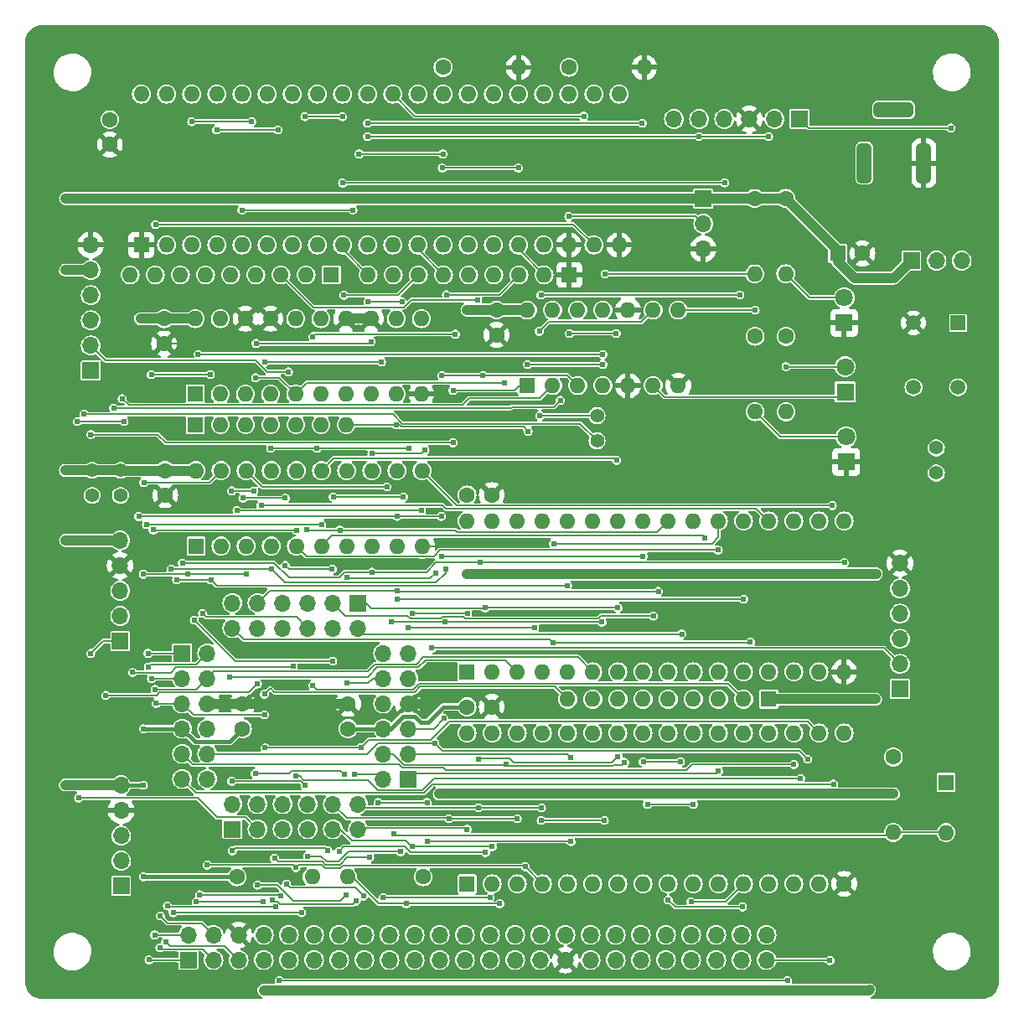
<source format=gtl>
%TF.GenerationSoftware,KiCad,Pcbnew,7.0.7*%
%TF.CreationDate,2024-03-31T17:30:00+09:00*%
%TF.ProjectId,8088_RAM,38303838-5f52-4414-9d2e-6b696361645f,2.1*%
%TF.SameCoordinates,PX4c4c788PY8a48640*%
%TF.FileFunction,Copper,L1,Top*%
%TF.FilePolarity,Positive*%
%FSLAX46Y46*%
G04 Gerber Fmt 4.6, Leading zero omitted, Abs format (unit mm)*
G04 Created by KiCad (PCBNEW 7.0.7) date 2024-03-31 17:30:00*
%MOMM*%
%LPD*%
G01*
G04 APERTURE LIST*
G04 Aperture macros list*
%AMRoundRect*
0 Rectangle with rounded corners*
0 $1 Rounding radius*
0 $2 $3 $4 $5 $6 $7 $8 $9 X,Y pos of 4 corners*
0 Add a 4 corners polygon primitive as box body*
4,1,4,$2,$3,$4,$5,$6,$7,$8,$9,$2,$3,0*
0 Add four circle primitives for the rounded corners*
1,1,$1+$1,$2,$3*
1,1,$1+$1,$4,$5*
1,1,$1+$1,$6,$7*
1,1,$1+$1,$8,$9*
0 Add four rect primitives between the rounded corners*
20,1,$1+$1,$2,$3,$4,$5,0*
20,1,$1+$1,$4,$5,$6,$7,0*
20,1,$1+$1,$6,$7,$8,$9,0*
20,1,$1+$1,$8,$9,$2,$3,0*%
G04 Aperture macros list end*
%TA.AperFunction,ComponentPad*%
%ADD10C,1.400000*%
%TD*%
%TA.AperFunction,ComponentPad*%
%ADD11R,1.600000X1.600000*%
%TD*%
%TA.AperFunction,ComponentPad*%
%ADD12O,1.600000X1.600000*%
%TD*%
%TA.AperFunction,ComponentPad*%
%ADD13R,1.500000X1.500000*%
%TD*%
%TA.AperFunction,ComponentPad*%
%ADD14C,1.500000*%
%TD*%
%TA.AperFunction,ComponentPad*%
%ADD15R,1.700000X1.700000*%
%TD*%
%TA.AperFunction,ComponentPad*%
%ADD16O,1.700000X1.700000*%
%TD*%
%TA.AperFunction,ComponentPad*%
%ADD17C,1.600000*%
%TD*%
%TA.AperFunction,ComponentPad*%
%ADD18R,1.800000X1.800000*%
%TD*%
%TA.AperFunction,ComponentPad*%
%ADD19C,1.800000*%
%TD*%
%TA.AperFunction,ComponentPad*%
%ADD20RoundRect,0.375000X0.375000X1.625000X-0.375000X1.625000X-0.375000X-1.625000X0.375000X-1.625000X0*%
%TD*%
%TA.AperFunction,ComponentPad*%
%ADD21RoundRect,0.375000X-1.625000X0.375000X-1.625000X-0.375000X1.625000X-0.375000X1.625000X0.375000X0*%
%TD*%
%TA.AperFunction,ViaPad*%
%ADD22C,0.605000*%
%TD*%
%TA.AperFunction,ViaPad*%
%ADD23C,0.900000*%
%TD*%
%TA.AperFunction,Conductor*%
%ADD24C,0.152400*%
%TD*%
%TA.AperFunction,Conductor*%
%ADD25C,1.000000*%
%TD*%
%TA.AperFunction,Conductor*%
%ADD26C,0.400000*%
%TD*%
G04 APERTURE END LIST*
D10*
X58080000Y59230000D03*
X58080000Y56690000D03*
D11*
X12035000Y76470000D03*
D12*
X14575000Y76470000D03*
X17115000Y76470000D03*
X19655000Y76470000D03*
X22195000Y76470000D03*
X24735000Y76470000D03*
X27275000Y76470000D03*
X29815000Y76470000D03*
X32355000Y76470000D03*
X34895000Y76470000D03*
X37435000Y76470000D03*
X39975000Y76470000D03*
X42515000Y76470000D03*
X45055000Y76470000D03*
X47595000Y76470000D03*
X50135000Y76470000D03*
X52675000Y76470000D03*
X55215000Y76470000D03*
X57755000Y76470000D03*
X60295000Y76470000D03*
X60295000Y91710000D03*
X57755000Y91710000D03*
X55215000Y91710000D03*
X52675000Y91710000D03*
X50135000Y91710000D03*
X47595000Y91710000D03*
X45055000Y91710000D03*
X42515000Y91710000D03*
X39975000Y91710000D03*
X37435000Y91710000D03*
X34895000Y91710000D03*
X32355000Y91710000D03*
X29815000Y91710000D03*
X27275000Y91710000D03*
X24735000Y91710000D03*
X22195000Y91710000D03*
X19655000Y91710000D03*
X17115000Y91710000D03*
X14575000Y91710000D03*
X12035000Y91710000D03*
D13*
X94545000Y68590000D03*
D14*
X94545000Y62090000D03*
X90045000Y68590000D03*
X90045000Y62090000D03*
D15*
X9900000Y36455000D03*
D16*
X9900000Y38995000D03*
X9900000Y41535000D03*
X9900000Y44075000D03*
X9900000Y46615000D03*
D17*
X42520000Y94410000D03*
D12*
X50140000Y94410000D03*
D15*
X9990000Y11720000D03*
D16*
X9990000Y14260000D03*
X9990000Y16800000D03*
X9990000Y19340000D03*
X9990000Y21880000D03*
D18*
X83050000Y68610000D03*
D19*
X83050000Y71150000D03*
D10*
X7060000Y53700000D03*
X7060000Y51160000D03*
D15*
X21235000Y17440000D03*
D16*
X21235000Y19980000D03*
X23775000Y17440000D03*
X23775000Y19980000D03*
X26315000Y17440000D03*
X26315000Y19980000D03*
X28855000Y17440000D03*
X28855000Y19980000D03*
X31395000Y17440000D03*
X31395000Y19980000D03*
X33935000Y17440000D03*
X33935000Y19980000D03*
D11*
X55270000Y73445000D03*
D12*
X52730000Y73445000D03*
X50190000Y73445000D03*
X47650000Y73445000D03*
X45110000Y73445000D03*
X42570000Y73445000D03*
X40030000Y73445000D03*
X37490000Y73445000D03*
X34950000Y73445000D03*
D17*
X44940000Y29800000D03*
X47440000Y29800000D03*
D15*
X39015000Y22520000D03*
D16*
X36475000Y22520000D03*
X39015000Y25060000D03*
X36475000Y25060000D03*
X39015000Y27600000D03*
X36475000Y27600000D03*
X39015000Y30140000D03*
X36475000Y30140000D03*
X39015000Y32680000D03*
X36475000Y32680000D03*
X39015000Y35220000D03*
X36475000Y35220000D03*
D11*
X17485000Y58310000D03*
D12*
X20025000Y58310000D03*
X22565000Y58310000D03*
X25105000Y58310000D03*
X27645000Y58310000D03*
X30185000Y58310000D03*
X32725000Y58310000D03*
D17*
X21680000Y12630000D03*
D12*
X29300000Y12630000D03*
D17*
X8850000Y89130000D03*
X8850000Y86630000D03*
D15*
X78545000Y89195000D03*
D16*
X76005000Y89195000D03*
X73465000Y89195000D03*
X70925000Y89195000D03*
X68385000Y89195000D03*
X65845000Y89195000D03*
D17*
X55240000Y94420000D03*
D12*
X62860000Y94420000D03*
D11*
X17550000Y46060000D03*
D12*
X20090000Y46060000D03*
X22630000Y46060000D03*
X25170000Y46060000D03*
X27710000Y46060000D03*
X30250000Y46060000D03*
X32790000Y46060000D03*
X35330000Y46060000D03*
X37870000Y46060000D03*
X40410000Y46060000D03*
X40410000Y53680000D03*
X37870000Y53680000D03*
X35330000Y53680000D03*
X32790000Y53680000D03*
X30250000Y53680000D03*
X27710000Y53680000D03*
X25170000Y53680000D03*
X22630000Y53680000D03*
X20090000Y53680000D03*
X17550000Y53680000D03*
D15*
X88680000Y31610000D03*
D16*
X88680000Y34150000D03*
X88680000Y36690000D03*
X88680000Y39230000D03*
X88680000Y41770000D03*
X88680000Y44310000D03*
D11*
X75430000Y30570000D03*
D12*
X72890000Y30570000D03*
X70350000Y30570000D03*
X67810000Y30570000D03*
X65270000Y30570000D03*
X62730000Y30570000D03*
X60190000Y30570000D03*
X57650000Y30570000D03*
X55110000Y30570000D03*
D17*
X47920000Y69895000D03*
X47920000Y67395000D03*
X40510000Y12630000D03*
D12*
X32890000Y12630000D03*
D17*
X77145000Y81190000D03*
D12*
X77145000Y73570000D03*
D15*
X33935000Y40300000D03*
D16*
X33935000Y37760000D03*
X31395000Y40300000D03*
X31395000Y37760000D03*
X28855000Y40300000D03*
X28855000Y37760000D03*
X26315000Y40300000D03*
X26315000Y37760000D03*
X23775000Y40300000D03*
X23775000Y37760000D03*
X21235000Y40300000D03*
X21235000Y37760000D03*
D20*
X91085000Y84730000D03*
X85085000Y84730000D03*
D21*
X88035000Y90130000D03*
D15*
X68810000Y81160000D03*
D16*
X68810000Y78620000D03*
X68810000Y76080000D03*
D11*
X44945000Y11920000D03*
D12*
X47485000Y11920000D03*
X50025000Y11920000D03*
X52565000Y11920000D03*
X55105000Y11920000D03*
X57645000Y11920000D03*
X60185000Y11920000D03*
X62725000Y11920000D03*
X65265000Y11920000D03*
X67805000Y11920000D03*
X70345000Y11920000D03*
X72885000Y11920000D03*
X75425000Y11920000D03*
X77965000Y11920000D03*
X80505000Y11920000D03*
X83045000Y11920000D03*
X83045000Y27160000D03*
X80505000Y27160000D03*
X77965000Y27160000D03*
X75425000Y27160000D03*
X72885000Y27160000D03*
X70345000Y27160000D03*
X67805000Y27160000D03*
X65265000Y27160000D03*
X62725000Y27160000D03*
X60185000Y27160000D03*
X57645000Y27160000D03*
X55105000Y27160000D03*
X52565000Y27160000D03*
X50025000Y27160000D03*
X47485000Y27160000D03*
X44945000Y27160000D03*
D17*
X14335000Y69020000D03*
X14335000Y66520000D03*
D15*
X6920000Y63780000D03*
D16*
X6920000Y66320000D03*
X6920000Y68860000D03*
X6920000Y71400000D03*
X6920000Y73940000D03*
X6920000Y76480000D03*
D11*
X51045000Y62270000D03*
D12*
X53585000Y62270000D03*
X56125000Y62270000D03*
X58665000Y62270000D03*
X61205000Y62270000D03*
X63745000Y62270000D03*
X66285000Y62270000D03*
X66285000Y69890000D03*
X63745000Y69890000D03*
X61205000Y69890000D03*
X58665000Y69890000D03*
X56125000Y69890000D03*
X53585000Y69890000D03*
X51045000Y69890000D03*
D18*
X83250000Y54560000D03*
D19*
X83250000Y57100000D03*
D17*
X77170000Y67230000D03*
D12*
X77170000Y59610000D03*
D10*
X92360000Y55970000D03*
X92360000Y53430000D03*
D17*
X32919000Y27600000D03*
X32919000Y30100000D03*
X88020000Y24730000D03*
D12*
X88020000Y17110000D03*
D17*
X44940000Y51210000D03*
X47440000Y51210000D03*
X74020000Y81165000D03*
D12*
X74020000Y73545000D03*
D11*
X44945000Y33345000D03*
D12*
X47485000Y33345000D03*
X50025000Y33345000D03*
X52565000Y33345000D03*
X55105000Y33345000D03*
X57645000Y33345000D03*
X60185000Y33345000D03*
X62725000Y33345000D03*
X65265000Y33345000D03*
X67805000Y33345000D03*
X70345000Y33345000D03*
X72885000Y33345000D03*
X75425000Y33345000D03*
X77965000Y33345000D03*
X80505000Y33345000D03*
X83045000Y33345000D03*
X83045000Y48585000D03*
X80505000Y48585000D03*
X77965000Y48585000D03*
X75425000Y48585000D03*
X72885000Y48585000D03*
X70345000Y48585000D03*
X67805000Y48585000D03*
X65265000Y48585000D03*
X62725000Y48585000D03*
X60185000Y48585000D03*
X57645000Y48585000D03*
X55105000Y48585000D03*
X52565000Y48585000D03*
X50025000Y48585000D03*
X47485000Y48585000D03*
X44945000Y48585000D03*
D18*
X83150000Y61635000D03*
D19*
X83150000Y64175000D03*
D17*
X74045000Y67240000D03*
D12*
X74045000Y59620000D03*
D17*
X14450000Y53680000D03*
X14450000Y51180000D03*
D11*
X82389888Y75620000D03*
D17*
X84889888Y75620000D03*
D11*
X93345000Y22185000D03*
D12*
X93345000Y17105000D03*
D15*
X16155000Y35220000D03*
D16*
X18695000Y35220000D03*
X16155000Y32680000D03*
X18695000Y32680000D03*
X16155000Y30140000D03*
X18695000Y30140000D03*
X16155000Y27600000D03*
X18695000Y27600000D03*
X16155000Y25060000D03*
X18695000Y25060000D03*
X16155000Y22520000D03*
X18695000Y22520000D03*
D11*
X17475000Y61410000D03*
D12*
X20015000Y61410000D03*
X22555000Y61410000D03*
X25095000Y61410000D03*
X27635000Y61410000D03*
X30175000Y61410000D03*
X32715000Y61410000D03*
X35255000Y61410000D03*
X37795000Y61410000D03*
X40335000Y61410000D03*
X40335000Y69030000D03*
X37795000Y69030000D03*
X35255000Y69030000D03*
X32715000Y69030000D03*
X30175000Y69030000D03*
X27635000Y69030000D03*
X25095000Y69030000D03*
X22555000Y69030000D03*
X20015000Y69030000D03*
X17475000Y69030000D03*
D10*
X9920000Y53700000D03*
X9920000Y51160000D03*
D15*
X89835000Y74890000D03*
D16*
X92375000Y74890000D03*
X94915000Y74890000D03*
D11*
X31220000Y73445000D03*
D12*
X28680000Y73445000D03*
X26140000Y73445000D03*
X23600000Y73445000D03*
X21060000Y73445000D03*
X18520000Y73445000D03*
X15980000Y73445000D03*
X13440000Y73445000D03*
X10900000Y73445000D03*
D17*
X22251000Y27600000D03*
X22251000Y30100000D03*
D15*
X16780000Y4230000D03*
D16*
X16780000Y6770000D03*
X19320000Y4230000D03*
X19320000Y6770000D03*
X21860000Y4230000D03*
X21860000Y6770000D03*
X24400000Y4230000D03*
X24400000Y6770000D03*
X26940000Y4230000D03*
X26940000Y6770000D03*
X29480000Y4230000D03*
X29480000Y6770000D03*
X32020000Y4230000D03*
X32020000Y6770000D03*
X34560000Y4230000D03*
X34560000Y6770000D03*
X37100000Y4230000D03*
X37100000Y6770000D03*
X39640000Y4230000D03*
X39640000Y6770000D03*
X42180000Y4230000D03*
X42180000Y6770000D03*
X44720000Y4230000D03*
X44720000Y6770000D03*
X47260000Y4230000D03*
X47260000Y6770000D03*
X49800000Y4230000D03*
X49800000Y6770000D03*
X52340000Y4230000D03*
X52340000Y6770000D03*
X54880000Y4230000D03*
X54880000Y6770000D03*
X57420000Y4230000D03*
X57420000Y6770000D03*
X59960000Y4230000D03*
X59960000Y6770000D03*
X62500000Y4230000D03*
X62500000Y6770000D03*
X65040000Y4230000D03*
X65040000Y6770000D03*
X67580000Y4230000D03*
X67580000Y6770000D03*
X70120000Y4230000D03*
X70120000Y6770000D03*
X72660000Y4230000D03*
X72660000Y6770000D03*
X75200000Y4230000D03*
X75200000Y6770000D03*
D22*
X6910000Y35210000D03*
X6260000Y59370000D03*
X52300000Y59230000D03*
D23*
X88020000Y21020000D03*
X4370000Y73940000D03*
X85610000Y21020000D03*
X4370000Y81150000D03*
X4370000Y21910000D03*
X4370000Y46610000D03*
X86290000Y43220002D03*
X4370000Y53690000D03*
D22*
X12244100Y27600000D03*
D23*
X86250004Y30529996D03*
X42140000Y21020000D03*
X11950004Y69019998D03*
D22*
X12244600Y21880000D03*
D23*
X12030000Y81160000D03*
D22*
X12240000Y12630000D03*
D23*
X44950000Y43220002D03*
X53839962Y1160000D03*
X29800000Y81160000D03*
X11950000Y53680000D03*
X44940000Y69900000D03*
D22*
X85609999Y1210001D03*
D23*
X44940000Y21020000D03*
D22*
X57760000Y81160000D03*
D23*
X24410000Y1160000D03*
D22*
X30720000Y28600000D03*
X96170000Y84190000D03*
X2480000Y34400000D03*
X27120000Y32010000D03*
X66650000Y41680000D03*
X14880000Y45350000D03*
X5010000Y85630000D03*
X40470000Y48410000D03*
X71000000Y55230000D03*
X41200000Y33110000D03*
X84580000Y92110000D03*
X4290000Y15840000D03*
X91450000Y27710000D03*
X40420000Y59100000D03*
X80260000Y38970000D03*
X88950000Y57160000D03*
X88400000Y49490000D03*
X26310000Y35240000D03*
X95470000Y10370000D03*
X66620000Y39120000D03*
X75550000Y45940000D03*
X40510000Y66410000D03*
X72180000Y92040000D03*
X89640000Y12210000D03*
X83140000Y18490000D03*
X18430000Y95620000D03*
X76060000Y18600000D03*
X83130000Y38910000D03*
X70550000Y18540000D03*
X13720000Y58100000D03*
X2530000Y60450000D03*
X83490000Y8210000D03*
X22380000Y23110000D03*
X10390000Y6060000D03*
X55290000Y14280000D03*
X93510000Y39640000D03*
X33560000Y34890000D03*
X53510000Y84830000D03*
X32580000Y63540000D03*
X55390000Y19400000D03*
X17910000Y51200000D03*
X41270000Y30160000D03*
X79360000Y18700000D03*
X52570000Y14230000D03*
X30280000Y63700000D03*
X46480000Y85790000D03*
X31380000Y35540000D03*
X55010000Y9450000D03*
X18510000Y84190000D03*
X40430000Y44100000D03*
X78460000Y7130000D03*
X37370000Y66410000D03*
X20060000Y64280000D03*
X50650000Y39250000D03*
X14340000Y61650000D03*
X37690000Y63800000D03*
X59850000Y38200000D03*
X27490000Y30080000D03*
X19900000Y66520000D03*
X66690000Y85070000D03*
X41110000Y51460000D03*
X40350000Y63640000D03*
X64460000Y75180000D03*
X50820000Y46330000D03*
X70840000Y67100000D03*
X75550000Y39090000D03*
X96910000Y46480000D03*
X42730000Y26760000D03*
X78060000Y53490000D03*
X37550000Y16960000D03*
X12700000Y35220000D03*
X12810000Y4240000D03*
X13470000Y78540000D03*
X62725000Y45030004D03*
X13389998Y6770000D03*
X42340000Y45030000D03*
X37870000Y49050000D03*
X12741100Y33801337D03*
X42340000Y49050000D03*
X11770000Y49040000D03*
X30240000Y48250000D03*
X13920000Y5470000D03*
X13070000Y32670000D03*
X12550000Y48250000D03*
X60050000Y54710000D03*
X13420000Y31560000D03*
X13232774Y47671102D03*
X13940000Y8690000D03*
X27700000Y47670000D03*
X14510000Y6080000D03*
X12290000Y52490000D03*
X24470000Y29010000D03*
X24470000Y31080000D03*
X13540000Y30150000D03*
X72510000Y71409994D03*
X12230000Y43203600D03*
X52410000Y71410000D03*
X17580000Y10110000D03*
X54370000Y60780000D03*
X25990000Y2130000D03*
X16730000Y43203600D03*
X77320000Y2130000D03*
X24370000Y10110000D03*
X9230000Y60000002D03*
X22626812Y43205451D03*
X77960000Y23979998D03*
X14670000Y9700000D03*
X15068900Y43750000D03*
X26890000Y63660000D03*
X42860000Y71440000D03*
X25180000Y43750000D03*
X42768900Y43750000D03*
X25598900Y9580000D03*
X42400000Y63280000D03*
X17920000Y10830000D03*
X26130000Y10700000D03*
X41700000Y26133944D03*
X41770000Y43320000D03*
X32808388Y42893900D03*
X79360000Y24510000D03*
X46560812Y63303279D03*
X16180000Y44320000D03*
X83060000Y44370000D03*
X35330000Y43420000D03*
X46286670Y44370000D03*
X28220000Y9010000D03*
X15260000Y9010000D03*
X81981541Y22001541D03*
X50826400Y13658600D03*
X18700000Y13820000D03*
X27650000Y13570000D03*
X93840000Y88290000D03*
X70970000Y82750000D03*
X38360000Y70720000D03*
X28830000Y14721100D03*
X38220000Y15160000D03*
X34961100Y70720000D03*
X32360000Y82730000D03*
X72880000Y40690000D03*
X37920000Y40690000D03*
X36860000Y52040000D03*
X68380000Y87420000D03*
X34895000Y87430000D03*
X25500000Y14520000D03*
X35100000Y14600000D03*
X24130000Y50160000D03*
X75400000Y87420000D03*
X37800000Y58290000D03*
X53680000Y46300000D03*
X52460000Y19600000D03*
X51111730Y57641730D03*
X46100000Y19600000D03*
X25230000Y10260000D03*
X24540000Y25660000D03*
X34250000Y25700000D03*
X40690000Y55730000D03*
X35330000Y55400000D03*
X33719703Y10168456D03*
X34470000Y10690000D03*
X78640000Y22570000D03*
X27600000Y22821100D03*
X32490000Y71400000D03*
X26710000Y11870000D03*
X41380000Y35740000D03*
X58660000Y65420000D03*
X31370000Y34430000D03*
X17380000Y38560000D03*
X33540000Y22990000D03*
X36470000Y10540000D03*
X17770000Y65420000D03*
X47260000Y10540000D03*
X58890000Y73540000D03*
X29780000Y55957846D03*
X44960000Y39250000D03*
X44940000Y17440000D03*
X25105000Y55950000D03*
X39433370Y39250000D03*
X39060000Y55930000D03*
X37860000Y41530000D03*
X65260000Y10310000D03*
X72770000Y9590000D03*
X64290000Y41480000D03*
X68950000Y46900000D03*
X70320000Y45640000D03*
X29350000Y31990000D03*
X67580000Y10121100D03*
X18220000Y39250000D03*
X52239999Y67749999D03*
X73560000Y36370000D03*
X53610000Y36290000D03*
X50130000Y84250000D03*
X21701095Y49628905D03*
X81600000Y4160000D03*
X40338900Y49628900D03*
X81850000Y50149998D03*
X42440000Y84250000D03*
X23770000Y32120000D03*
X8430000Y30980000D03*
X27360000Y33898900D03*
X11140000Y33280000D03*
X28770000Y47679998D03*
X32350000Y89440000D03*
X32110000Y47670000D03*
X28560000Y89440000D03*
X38520000Y51030000D03*
X51770000Y37820000D03*
X31420000Y51030000D03*
X58810000Y18330000D03*
X39010000Y37820000D03*
X52440000Y18330000D03*
X40900000Y16240000D03*
X32830000Y32180000D03*
X42520000Y85680000D03*
X55440000Y16200000D03*
X34020000Y85680000D03*
X35950000Y20150000D03*
X40900000Y20150000D03*
X48740000Y62560000D03*
X43130000Y18510000D03*
X50010000Y18510000D03*
X23580000Y63070000D03*
X70340000Y23290000D03*
X10110000Y60950000D03*
X47480000Y15690000D03*
X23540000Y23060000D03*
X39381095Y15690005D03*
X21159998Y51640000D03*
X23410000Y51610000D03*
X32540000Y22970000D03*
X23630000Y66530000D03*
X35255000Y66694998D03*
X33419998Y80010000D03*
X22190000Y80010000D03*
X19650000Y88100000D03*
X25849999Y88099999D03*
X23190000Y88940000D03*
X17130000Y88930000D03*
X6920000Y57320000D03*
X58660000Y64410000D03*
X51040000Y64400000D03*
X43520000Y56490000D03*
X42610000Y28630000D03*
X43523001Y61801533D03*
X48889980Y24036996D03*
X60870000Y24190000D03*
X62650000Y88780000D03*
X34890000Y88780000D03*
X60010000Y67530000D03*
X55280000Y67530000D03*
X55430000Y24680000D03*
X48250000Y9910000D03*
X38790000Y9910000D03*
X28570002Y21860000D03*
X21170000Y22290000D03*
X20950003Y32819997D03*
X19010000Y63370000D03*
X13040000Y63370000D03*
X63170000Y19960000D03*
X36300000Y64650000D03*
X66650002Y37170000D03*
X67800000Y19970000D03*
X24490000Y64650000D03*
X22290000Y50890000D03*
X63758600Y38980000D03*
X26580000Y50890000D03*
X66500000Y24260000D03*
X62740000Y24260000D03*
X31320000Y43720000D03*
X26580000Y44100000D03*
X60180000Y39800000D03*
X45980000Y70900000D03*
X46090000Y24520000D03*
X46780000Y39800000D03*
X60185000Y24800000D03*
X37270000Y38360000D03*
X58570000Y38360000D03*
X29350000Y67210000D03*
X42700000Y38360000D03*
X43770000Y67470000D03*
X30890000Y15252200D03*
X15600000Y42640000D03*
X55090000Y42040000D03*
X21230000Y15250000D03*
X19060000Y42640000D03*
X10290000Y58630000D03*
X23780000Y11800000D03*
X5690000Y20600000D03*
X32720000Y10770000D03*
X32010000Y15210000D03*
X46810000Y15090000D03*
X5560000Y58630000D03*
X77170000Y64180000D03*
X56730000Y89490000D03*
X74050000Y69890000D03*
X55220000Y79370000D03*
D24*
X6910000Y35210000D02*
X8155000Y36455000D01*
X37471089Y59370000D02*
X6260000Y59370000D01*
X38431089Y58410000D02*
X37471089Y59370000D01*
X58080000Y56690000D02*
X56360000Y58410000D01*
X50648260Y58105200D02*
X51111730Y57641730D01*
X8155000Y36455000D02*
X9900000Y36455000D01*
X38304837Y58105200D02*
X50648260Y58105200D01*
X37800000Y58290000D02*
X38120037Y58290000D01*
X53694800Y60104800D02*
X49473748Y60104800D01*
X54370000Y60780000D02*
X53694800Y60104800D01*
X38120037Y58290000D02*
X38304837Y58105200D01*
X56360000Y58410000D02*
X38431089Y58410000D01*
X49367548Y59998600D02*
X9231402Y59998600D01*
X49473748Y60104800D02*
X49367548Y59998600D01*
X58080000Y59230000D02*
X52300000Y59230000D01*
D25*
X29800000Y81160000D02*
X12030000Y81160000D01*
D26*
X20961000Y26310000D02*
X17445000Y26310000D01*
D25*
X82389888Y75620000D02*
X82389888Y75945112D01*
X53839962Y1160000D02*
X85559998Y1160000D01*
D26*
X37230000Y27600000D02*
X36475000Y27600000D01*
D25*
X47920000Y69895000D02*
X51040000Y69895000D01*
D26*
X44940000Y29800000D02*
X42550000Y29800000D01*
X16155000Y27600000D02*
X12244100Y27600000D01*
D25*
X84089888Y73120000D02*
X88065000Y73120000D01*
D24*
X77120000Y81165000D02*
X77145000Y81190000D01*
X77115000Y81160000D02*
X77145000Y81190000D01*
D26*
X39630000Y28840000D02*
X38470000Y28840000D01*
D25*
X44940000Y69900000D02*
X47915000Y69900000D01*
X4370000Y21910000D02*
X9960000Y21910000D01*
X47915000Y69900000D02*
X47920000Y69895000D01*
X82389888Y74820000D02*
X84089888Y73120000D01*
X57760000Y81160000D02*
X29800000Y81160000D01*
X14450000Y53680000D02*
X17550000Y53680000D01*
D26*
X22251000Y27600000D02*
X20961000Y26310000D01*
D25*
X85559998Y1160000D02*
X85609999Y1210001D01*
X14335000Y69020000D02*
X17465000Y69020000D01*
X75430000Y30570000D02*
X86210000Y30570000D01*
X68810000Y81160000D02*
X57760000Y81160000D01*
X88065000Y73120000D02*
X89835000Y74890000D01*
X24410000Y1160000D02*
X53839962Y1160000D01*
D26*
X40220000Y28250000D02*
X39630000Y28840000D01*
D25*
X14335000Y69020000D02*
X11950004Y69020000D01*
X44940000Y21020000D02*
X42140000Y21020000D01*
X9900000Y46615000D02*
X4375000Y46615000D01*
X82389888Y75945112D02*
X77145000Y81190000D01*
X51040000Y69895000D02*
X51045000Y69890000D01*
X68810000Y81160000D02*
X74015000Y81160000D01*
D26*
X12244600Y21880000D02*
X9990000Y21880000D01*
X12240000Y12630000D02*
X21680000Y12630000D01*
D25*
X4380000Y53700000D02*
X4370000Y53690000D01*
X88020000Y21020000D02*
X85610000Y21020000D01*
X9920000Y53700000D02*
X7060000Y53700000D01*
D26*
X41000000Y28250000D02*
X40220000Y28250000D01*
D24*
X17465000Y69020000D02*
X17475000Y69030000D01*
D25*
X7060000Y53700000D02*
X4380000Y53700000D01*
X82389888Y75620000D02*
X82389888Y74820000D01*
X85610000Y21020000D02*
X44940000Y21020000D01*
D26*
X38470000Y28840000D02*
X37230000Y27600000D01*
D25*
X12030000Y81160000D02*
X4380000Y81160000D01*
X6920000Y73940000D02*
X4370000Y73940000D01*
D26*
X32919000Y27600000D02*
X36475000Y27600000D01*
X42550000Y29800000D02*
X41000000Y28250000D01*
D24*
X74015000Y81160000D02*
X74020000Y81165000D01*
D26*
X17445000Y26310000D02*
X16155000Y27600000D01*
D25*
X14450000Y53680000D02*
X9940000Y53680000D01*
X74020000Y81165000D02*
X77120000Y81165000D01*
X86290000Y43220002D02*
X44950000Y43220002D01*
X22251000Y30100000D02*
X27470000Y30100000D01*
X22251000Y30100000D02*
X18735000Y30100000D01*
X32715000Y69030000D02*
X35255000Y69030000D01*
D24*
X18735000Y30100000D02*
X18695000Y30140000D01*
X19900000Y66520000D02*
X14335000Y66520000D01*
D25*
X27470000Y30100000D02*
X27490000Y30080000D01*
D24*
X40410000Y46060000D02*
X50550000Y46060000D01*
X50550000Y46060000D02*
X50820000Y46330000D01*
D25*
X27510000Y30100000D02*
X32919000Y30100000D01*
X41250000Y30140000D02*
X39015000Y30140000D01*
X27490000Y30080000D02*
X27510000Y30100000D01*
D24*
X83050000Y71150000D02*
X79565000Y71150000D01*
X79565000Y71150000D02*
X77145000Y73570000D01*
X37700000Y16810000D02*
X87720000Y16810000D01*
X93340000Y17110000D02*
X93345000Y17105000D01*
X37550000Y16960000D02*
X37700000Y16810000D01*
X88020000Y17110000D02*
X93340000Y17110000D01*
X87720000Y16810000D02*
X88020000Y17110000D01*
X55685000Y78540000D02*
X57755000Y76470000D01*
X12820000Y4230000D02*
X16780000Y4230000D01*
X16155000Y35220000D02*
X12700000Y35220000D01*
X13470000Y78540000D02*
X55685000Y78540000D01*
X18695000Y35220000D02*
X17569800Y34094800D01*
X42340000Y49050000D02*
X37870000Y49050000D01*
X37838900Y49061100D02*
X37860000Y49040000D01*
X16780000Y6770000D02*
X13389998Y6770000D01*
X13034563Y34094800D02*
X12741100Y33801337D01*
X42331400Y45031400D02*
X62723604Y45031400D01*
X17569800Y34094800D02*
X13034563Y34094800D01*
X11791100Y49061100D02*
X37838900Y49061100D01*
X11770000Y49040000D02*
X11791100Y49061100D01*
X59847200Y54910000D02*
X60048600Y54708600D01*
X14064800Y5325200D02*
X18224800Y5325200D01*
X35110011Y54868900D02*
X35549989Y54868900D01*
X35068911Y54910000D02*
X35110011Y54868900D01*
X16155000Y32680000D02*
X13080000Y32680000D01*
X13920000Y5470000D02*
X14064800Y5325200D01*
X35591089Y54910000D02*
X59847200Y54910000D01*
X35549989Y54868900D02*
X35591089Y54910000D01*
X12550000Y48250000D02*
X30240000Y48250000D01*
X18224800Y5325200D02*
X19320000Y4230000D01*
X30250000Y53680000D02*
X31480000Y54910000D01*
X31480000Y54910000D02*
X35068911Y54910000D01*
X56155200Y34834800D02*
X57645000Y33345000D01*
X13233876Y47670000D02*
X13232774Y47671102D01*
X27579989Y33367800D02*
X27581089Y33368900D01*
X13940000Y8690000D02*
X14680000Y7950000D01*
X18695000Y32680000D02*
X19382800Y33367800D01*
X34898900Y33368900D02*
X35634800Y34104800D01*
X35634800Y34104800D02*
X39814800Y34104800D01*
X40544800Y34834800D02*
X56155200Y34834800D01*
X17575000Y31560000D02*
X13420000Y31560000D01*
X27581089Y33368900D02*
X34898900Y33368900D01*
X19382800Y33367800D02*
X27579989Y33367800D01*
X39814800Y34104800D02*
X40544800Y34834800D01*
X27700000Y47670000D02*
X13233876Y47670000D01*
X14680000Y7950000D02*
X18140000Y7950000D01*
X18695000Y32680000D02*
X17575000Y31560000D01*
X18140000Y7950000D02*
X19320000Y6770000D01*
X25060000Y31670000D02*
X25460000Y31270000D01*
X25460000Y31270000D02*
X39631052Y31270000D01*
X39631052Y31270000D02*
X40201052Y31840000D01*
X20070000Y53680000D02*
X18880000Y52490000D01*
X53840000Y31840000D02*
X55110000Y30570000D01*
X13550000Y30140000D02*
X13540000Y30150000D01*
X16155000Y30140000D02*
X13550000Y30140000D01*
X18880000Y52490000D02*
X12290000Y52490000D01*
X24470000Y31080000D02*
X25060000Y31670000D01*
X16155000Y30140000D02*
X17285000Y29010000D01*
X14960000Y5630000D02*
X20460000Y5630000D01*
X14510000Y6080000D02*
X14960000Y5630000D01*
X20460000Y5630000D02*
X21860000Y4230000D01*
X40201052Y31840000D02*
X53840000Y31840000D01*
X19370000Y29010000D02*
X24470000Y29010000D01*
X17285000Y29010000D02*
X19370000Y29010000D01*
X20090000Y53680000D02*
X20070000Y53680000D01*
X50135000Y76040000D02*
X50135000Y76470000D01*
X24370000Y10110000D02*
X17580000Y10110000D01*
X52410000Y71410000D02*
X72509994Y71410000D01*
X25990000Y2130000D02*
X77320000Y2130000D01*
X16733600Y43200000D02*
X22621361Y43200000D01*
X16730000Y43203600D02*
X12230000Y43203600D01*
X22621361Y43200000D02*
X22626812Y43205451D01*
X52730000Y73445000D02*
X50135000Y76040000D01*
D25*
X7270000Y69020000D02*
X7250000Y69000000D01*
D24*
X67098900Y23398900D02*
X67679998Y23979998D01*
X25597800Y9578900D02*
X25598900Y9580000D01*
X38088950Y23979998D02*
X38418948Y23650000D01*
X42828900Y23398900D02*
X67098900Y23398900D01*
X42768900Y43348900D02*
X42768900Y43750000D01*
X17235002Y23979998D02*
X38088950Y23979998D01*
X14791100Y9578900D02*
X25597800Y9578900D01*
X24728911Y63660000D02*
X26890000Y63660000D01*
X6920000Y66320000D02*
X8428900Y64811100D01*
X26567200Y42362800D02*
X33028377Y42362800D01*
X16155000Y25060000D02*
X17235002Y23979998D01*
X25180000Y43750000D02*
X15068900Y43750000D01*
X14670000Y9700000D02*
X14791100Y9578900D01*
X48185000Y71440000D02*
X50190000Y73445000D01*
X38418948Y23650000D02*
X42577800Y23650000D01*
X67679998Y23979998D02*
X77960000Y23979998D01*
X41787900Y42367900D02*
X42768900Y43348900D01*
X33033477Y42367900D02*
X41787900Y42367900D01*
X8428900Y64811100D02*
X23577811Y64811100D01*
X42577800Y23650000D02*
X42828900Y23398900D01*
X23577811Y64811100D02*
X24728911Y63660000D01*
X25180000Y43750000D02*
X26567200Y42362800D01*
X33028377Y42362800D02*
X33033477Y42367900D01*
X42860000Y71440000D02*
X48185000Y71440000D01*
X26000000Y10830000D02*
X26130000Y10700000D01*
X42469144Y25364800D02*
X78525200Y25364800D01*
X42400000Y63280000D02*
X46537533Y63280000D01*
X41218900Y42768900D02*
X41770000Y43320000D01*
X78525200Y25364800D02*
X79370000Y24520000D01*
X41673944Y26160000D02*
X41700000Y26133944D01*
X35940000Y26160000D02*
X41673944Y26160000D01*
X32808388Y42893900D02*
X32933388Y42768900D01*
X46537533Y63280000D02*
X46560812Y63303279D01*
X41700000Y26133944D02*
X42469144Y25364800D01*
X17920000Y10830000D02*
X26000000Y10830000D01*
X55091721Y63303279D02*
X46560812Y63303279D01*
X32933388Y42768900D02*
X41218900Y42768900D01*
X18695000Y25060000D02*
X34840000Y25060000D01*
X56125000Y62270000D02*
X55091721Y63303279D01*
X34840000Y25060000D02*
X35940000Y26160000D01*
X40556252Y21115200D02*
X41442593Y22001541D01*
X16155000Y22520000D02*
X17559800Y21115200D01*
X17559800Y21115200D02*
X40556252Y21115200D01*
X41810000Y44370000D02*
X40860000Y43420000D01*
X46286670Y44370000D02*
X41810000Y44370000D01*
X32012299Y42848900D02*
X32588399Y43425000D01*
X32588399Y43425000D02*
X35325000Y43425000D01*
X40860000Y43420000D02*
X35330000Y43420000D01*
X35325000Y43425000D02*
X35330000Y43420000D01*
X25460000Y44320000D02*
X26931100Y42848900D01*
X41442593Y22001541D02*
X81981541Y22001541D01*
X26931100Y42848900D02*
X32012299Y42848900D01*
X16180000Y44320000D02*
X25460000Y44320000D01*
X15260000Y9010000D02*
X28220000Y9010000D01*
X83060000Y44370000D02*
X46286670Y44370000D01*
X27400000Y13820000D02*
X27650000Y13570000D01*
X18700000Y13820000D02*
X27400000Y13820000D01*
X27650000Y13570000D02*
X27920000Y13840000D01*
X32382104Y13730000D02*
X50755000Y13730000D01*
X50755000Y13730000D02*
X50826400Y13658600D01*
X32162504Y13510400D02*
X32382104Y13730000D01*
X30567496Y13510400D02*
X32162504Y13510400D01*
X50826400Y13658600D02*
X52565000Y11920000D01*
X30237896Y13840000D02*
X30567496Y13510400D01*
X27920000Y13840000D02*
X30237896Y13840000D01*
X79450000Y88290000D02*
X78545000Y89195000D01*
X93840000Y88290000D02*
X79450000Y88290000D01*
X37920000Y40690000D02*
X72880000Y40690000D01*
X38360000Y70720000D02*
X34961100Y70720000D01*
X30218900Y14721100D02*
X28830000Y14721100D01*
X38220000Y15160000D02*
X32950000Y15160000D01*
X36860000Y52040000D02*
X24270000Y52040000D01*
X32355000Y76040000D02*
X32355000Y76470000D01*
X34950000Y73445000D02*
X32355000Y76040000D01*
X70950000Y82730000D02*
X70970000Y82750000D01*
X32950000Y15160000D02*
X31970000Y14180000D01*
X32360000Y82730000D02*
X70950000Y82730000D01*
X30760000Y14180000D02*
X30218900Y14721100D01*
X24270000Y52040000D02*
X22630000Y53680000D01*
X31970000Y14180000D02*
X30760000Y14180000D01*
X30633748Y13875200D02*
X32096252Y13875200D01*
X34905000Y87420000D02*
X34895000Y87430000D01*
X25500000Y14520000D02*
X25830000Y14190000D01*
X32096252Y13875200D02*
X32821052Y14600000D01*
X74165200Y49844800D02*
X75425000Y48585000D01*
X42500000Y50160000D02*
X42815200Y49844800D01*
X30318948Y14190000D02*
X30633748Y13875200D01*
X25830000Y14190000D02*
X30318948Y14190000D01*
X32821052Y14600000D02*
X35100000Y14600000D01*
X68380000Y87420000D02*
X34905000Y87420000D01*
X24130000Y50160000D02*
X42500000Y50160000D01*
X75380000Y87420000D02*
X68380000Y87420000D01*
X42815200Y49844800D02*
X74165200Y49844800D01*
X69730000Y46300000D02*
X53680000Y46300000D01*
X37800000Y58290000D02*
X37780000Y58310000D01*
X70345000Y46915000D02*
X69730000Y46300000D01*
X33935000Y19980000D02*
X34315000Y19600000D01*
X34315000Y19600000D02*
X46100000Y19600000D01*
X70345000Y48585000D02*
X70345000Y46915000D01*
X46100000Y19600000D02*
X52460000Y19600000D01*
X37780000Y58310000D02*
X32725000Y58310000D01*
X41279767Y26464800D02*
X35014800Y26464800D01*
X40358900Y55398900D02*
X40690000Y55730000D01*
X35331100Y55398900D02*
X40358900Y55398900D01*
X39975000Y76040000D02*
X39975000Y76470000D01*
X34280000Y25700000D02*
X34250000Y25700000D01*
X43134967Y28320000D02*
X41279767Y26464800D01*
X26064789Y9865200D02*
X33415200Y9865200D01*
X34320000Y25660000D02*
X34280000Y25700000D01*
X24540000Y25660000D02*
X34320000Y25660000D01*
X35014800Y26464800D02*
X34250000Y25700000D01*
X25230000Y10260000D02*
X25374800Y10115200D01*
X42570000Y73445000D02*
X39975000Y76040000D01*
X25374800Y10115200D02*
X25814789Y10115200D01*
X80505000Y27160000D02*
X79345000Y28320000D01*
X35330000Y55400000D02*
X35331100Y55398900D01*
X33415200Y9865200D02*
X33718900Y10168900D01*
X79345000Y28320000D02*
X43134967Y28320000D01*
X25814789Y10115200D02*
X26064789Y9865200D01*
X28441100Y22438900D02*
X28058900Y22821100D01*
X32490000Y71400000D02*
X37985000Y71400000D01*
X33620000Y11540000D02*
X34460444Y10699556D01*
X78640000Y22570000D02*
X41580000Y22570000D01*
X28058900Y22821100D02*
X27600000Y22821100D01*
X40430000Y21420000D02*
X35970000Y21420000D01*
X37985000Y71400000D02*
X40030000Y73445000D01*
X27040000Y11540000D02*
X33620000Y11540000D01*
X41580000Y22570000D02*
X40430000Y21420000D01*
X35970000Y21420000D02*
X34951100Y22438900D01*
X26710000Y11870000D02*
X27040000Y11540000D01*
X34951100Y22438900D02*
X28441100Y22438900D01*
X87090000Y35740000D02*
X41380000Y35740000D01*
X88680000Y34150000D02*
X87090000Y35740000D01*
X17390000Y38560000D02*
X21520000Y34430000D01*
X58895000Y73545000D02*
X58890000Y73540000D01*
X36005000Y22990000D02*
X36475000Y22520000D01*
X33540000Y22990000D02*
X36005000Y22990000D01*
X58660000Y65420000D02*
X17770000Y65420000D01*
X74020000Y73545000D02*
X58895000Y73545000D01*
X36470000Y10540000D02*
X47260000Y10540000D01*
X17380000Y38560000D02*
X17390000Y38560000D01*
X21520000Y34430000D02*
X31370000Y34430000D01*
X29777846Y55960000D02*
X29780000Y55957846D01*
X33935000Y17440000D02*
X34026100Y17531100D01*
X39030000Y55960000D02*
X29782154Y55960000D01*
X39060000Y55930000D02*
X39030000Y55960000D01*
X44960000Y39250000D02*
X39433370Y39250000D01*
X29782154Y55960000D02*
X29780000Y55957846D01*
X25115000Y55960000D02*
X29777846Y55960000D01*
X34026100Y17531100D02*
X44848900Y17531100D01*
X44848900Y17531100D02*
X44940000Y17440000D01*
X65980000Y9590000D02*
X72770000Y9590000D01*
X25005000Y41530000D02*
X37860000Y41530000D01*
X65260000Y10310000D02*
X65980000Y9590000D01*
X23775000Y40300000D02*
X25005000Y41530000D01*
X64290000Y41480000D02*
X37910000Y41480000D01*
X31278600Y47088600D02*
X68761400Y47088600D01*
X30250000Y46060000D02*
X31278600Y47088600D01*
X68761400Y47088600D02*
X68950000Y46900000D01*
X27710000Y46060000D02*
X28738600Y45031400D01*
X28738600Y45031400D02*
X41590311Y45031400D01*
X41590311Y45031400D02*
X42198911Y45640000D01*
X42198911Y45640000D02*
X70320000Y45640000D01*
X40080000Y32150000D02*
X39504800Y31574800D01*
X71310000Y32150000D02*
X40080000Y32150000D01*
X27735000Y38880000D02*
X18590000Y38880000D01*
X72890000Y30570000D02*
X71310000Y32150000D01*
X72885000Y11920000D02*
X71086100Y10121100D01*
X39504800Y31574800D02*
X29765200Y31574800D01*
X28855000Y37760000D02*
X27735000Y38880000D01*
X29765200Y31574800D02*
X29350000Y31990000D01*
X71086100Y10121100D02*
X67580000Y10121100D01*
X18590000Y38880000D02*
X18220000Y39250000D01*
X21235000Y37760000D02*
X22385000Y36610000D01*
X22385000Y36610000D02*
X53290000Y36610000D01*
X73560000Y36370000D02*
X73480000Y36290000D01*
X63745000Y69890000D02*
X62555000Y68700000D01*
X73480000Y36290000D02*
X53610000Y36290000D01*
X62555000Y68700000D02*
X53190000Y68700000D01*
X53190000Y68700000D02*
X52239999Y67749999D01*
X53290000Y36610000D02*
X53606056Y36293944D01*
X75200000Y4230000D02*
X81530000Y4230000D01*
X81530000Y4230000D02*
X81600000Y4160000D01*
X21701100Y49628900D02*
X21701095Y49628905D01*
X43940002Y50149998D02*
X81850000Y50149998D01*
X42440000Y84250000D02*
X50130000Y84250000D01*
X40410000Y53680000D02*
X43940002Y50149998D01*
X40338900Y49628900D02*
X21701100Y49628900D01*
X40340000Y49630000D02*
X40338900Y49628900D01*
X13866289Y31255200D02*
X22905200Y31255200D01*
X13631089Y31020000D02*
X13866289Y31255200D01*
X13645544Y31034456D02*
X13591088Y30980000D01*
X22905200Y31255200D02*
X23770000Y32120000D01*
X13591088Y30980000D02*
X8430000Y30980000D01*
X15560000Y33790000D02*
X27251100Y33790000D01*
X15560000Y33790000D02*
X15040237Y33270237D01*
X11144763Y33270237D02*
X11144763Y33275237D01*
X11144763Y33275237D02*
X11140000Y33280000D01*
X15040237Y33270237D02*
X11144763Y33270237D01*
X27251100Y33790000D02*
X27360000Y33898900D01*
X43770000Y47670000D02*
X32110000Y47670000D01*
X64130000Y47450000D02*
X43990000Y47450000D01*
X32110000Y47670000D02*
X28779998Y47670000D01*
X32350000Y89440000D02*
X28560000Y89440000D01*
X43990000Y47450000D02*
X43770000Y47670000D01*
X65265000Y48585000D02*
X64130000Y47450000D01*
X39010000Y37820000D02*
X51770000Y37820000D01*
X52440000Y18330000D02*
X58810000Y18330000D01*
X38520000Y51030000D02*
X31420000Y51030000D01*
X55440000Y16200000D02*
X55400000Y16240000D01*
X55400000Y16240000D02*
X40900000Y16240000D01*
X34020000Y85680000D02*
X42520000Y85680000D01*
X35950000Y20150000D02*
X40900000Y20150000D01*
X32830000Y32180000D02*
X34890000Y32180000D01*
X35390000Y32680000D02*
X36475000Y32680000D01*
X34890000Y32180000D02*
X35390000Y32680000D01*
X28785000Y62560000D02*
X27635000Y61410000D01*
X43130000Y18510000D02*
X50010000Y18510000D01*
X32815000Y18560000D02*
X43080000Y18560000D01*
X25975000Y63070000D02*
X27635000Y61410000D01*
X31395000Y19980000D02*
X32815000Y18560000D01*
X48740000Y62560000D02*
X28785000Y62560000D01*
X23580000Y63070000D02*
X25975000Y63070000D01*
X43080000Y18560000D02*
X43130000Y18510000D01*
X70144100Y23094100D02*
X39589100Y23094100D01*
X39589100Y23094100D02*
X39015000Y22520000D01*
X70340000Y23290000D02*
X70144100Y23094100D01*
X44479526Y60303405D02*
X14300000Y60303405D01*
X53585000Y62270000D02*
X52299800Y60984800D01*
X14300000Y60303405D02*
X10756595Y60303405D01*
X45160921Y60984800D02*
X44479526Y60303405D01*
X10756595Y60303405D02*
X10110000Y60950000D01*
X52299800Y60984800D02*
X45160921Y60984800D01*
X32150000Y17440000D02*
X33280000Y16310000D01*
X32157800Y23352200D02*
X32540000Y22970000D01*
X38740000Y16310000D02*
X39360000Y15690000D01*
X23540000Y23060000D02*
X26960000Y23060000D01*
X33280000Y16310000D02*
X38740000Y16310000D01*
X26960000Y23060000D02*
X27252200Y23352200D01*
X23380000Y51640000D02*
X21159998Y51640000D01*
X39360000Y15690000D02*
X47480000Y15690000D01*
X27252200Y23352200D02*
X32157800Y23352200D01*
X31395000Y17440000D02*
X32150000Y17440000D01*
X23640000Y66520000D02*
X23630000Y66530000D01*
X35080002Y66520000D02*
X23640000Y66520000D01*
X35255000Y66694998D02*
X35080002Y66520000D01*
X22190000Y80010000D02*
X33419998Y80010000D01*
X19650000Y88100000D02*
X25849998Y88100000D01*
X23190000Y88940000D02*
X17140000Y88940000D01*
X41580000Y27600000D02*
X39015000Y27600000D01*
X51040000Y64400000D02*
X58650000Y64400000D01*
X51045000Y62270000D02*
X50245000Y62270000D01*
X50245000Y62270000D02*
X49776533Y61801533D01*
X6920000Y57320000D02*
X13691089Y57320000D01*
X13691089Y57320000D02*
X14521089Y56490000D01*
X14521089Y56490000D02*
X43520000Y56490000D01*
X42610000Y28630000D02*
X41580000Y27600000D01*
X49776533Y61801533D02*
X43523001Y61801533D01*
X59660152Y23844100D02*
X49084792Y23844100D01*
X60870000Y24190000D02*
X60565200Y23885200D01*
X60565200Y23885200D02*
X59701252Y23885200D01*
X38545200Y23954800D02*
X48807784Y23954800D01*
X34890000Y88780000D02*
X62650000Y88780000D01*
X48807784Y23954800D02*
X48889980Y24036996D01*
X49084792Y23844100D02*
X48890002Y24038890D01*
X59701252Y23885200D02*
X59660152Y23844100D01*
X37440000Y25060000D02*
X38545200Y23954800D01*
X36475000Y25060000D02*
X37440000Y25060000D01*
X39015000Y25060000D02*
X55050000Y25060000D01*
X32890000Y12630000D02*
X33300000Y12630000D01*
X36020000Y9910000D02*
X38790000Y9910000D01*
X38790000Y9910000D02*
X48250000Y9910000D01*
X33300000Y12630000D02*
X36020000Y9910000D01*
X55300000Y67550000D02*
X59990000Y67550000D01*
X55050000Y25060000D02*
X55430000Y24680000D01*
X20950003Y32819997D02*
X34909997Y32819997D01*
X21170000Y22290000D02*
X28140002Y22290000D01*
X40760000Y34530000D02*
X48840000Y34530000D01*
X40030000Y33800000D02*
X40760000Y34530000D01*
X19010000Y63370000D02*
X13040000Y63370000D01*
X35890000Y33800000D02*
X40030000Y33800000D01*
X28140002Y22290000D02*
X28570002Y21860000D01*
X48840000Y34530000D02*
X50025000Y33345000D01*
X34909997Y32819997D02*
X35890000Y33800000D01*
X63180000Y19970000D02*
X63170000Y19960000D01*
X36300000Y64650000D02*
X24490000Y64650000D01*
X67800000Y19970000D02*
X63180000Y19970000D01*
X33935000Y37760000D02*
X34525000Y37170000D01*
X34525000Y37170000D02*
X66650002Y37170000D01*
X42298911Y38710000D02*
X42480011Y38891100D01*
X44748911Y38710000D02*
X58168911Y38710000D01*
X42480011Y38891100D02*
X44567811Y38891100D01*
X39222281Y38710000D02*
X42298911Y38710000D01*
X58168911Y38710000D02*
X58438911Y38980000D01*
X38902270Y39030011D02*
X39222281Y38710000D01*
X26580000Y44100000D02*
X26960000Y43720000D01*
X44567811Y38891100D02*
X44748911Y38710000D01*
X66500000Y24260000D02*
X62740000Y24260000D01*
X26580000Y50890000D02*
X22290000Y50890000D01*
X26960000Y43720000D02*
X31320000Y43720000D01*
X31395000Y40300000D02*
X32664989Y39030011D01*
X32664989Y39030011D02*
X38902270Y39030011D01*
X58438911Y38980000D02*
X63758600Y38980000D01*
X35303900Y39781100D02*
X46761100Y39781100D01*
X34785000Y40300000D02*
X35303900Y39781100D01*
X39291089Y70900000D02*
X38579414Y70188325D01*
X59533900Y24148900D02*
X60185000Y24800000D01*
X45980000Y70900000D02*
X39291089Y70900000D01*
X38579414Y70188325D02*
X29396675Y70188325D01*
X46090000Y24520000D02*
X46138096Y24568096D01*
X29396675Y70188325D02*
X26140000Y73445000D01*
X46138096Y24568096D02*
X49260000Y24568096D01*
X49679196Y24148900D02*
X59533900Y24148900D01*
X46780000Y39800000D02*
X60180000Y39800000D01*
X33935000Y40300000D02*
X34785000Y40300000D01*
X46761100Y39781100D02*
X46780000Y39800000D01*
X49260000Y24568096D02*
X49679196Y24148900D01*
X29610000Y67470000D02*
X43770000Y67470000D01*
X42700000Y38360000D02*
X58570000Y38360000D01*
X29350000Y67210000D02*
X29610000Y67470000D01*
X37270000Y38360000D02*
X42700000Y38360000D01*
X55066900Y42063100D02*
X33159729Y42063100D01*
X33159729Y42063100D02*
X33154629Y42058000D01*
X19060000Y42640000D02*
X15600000Y42640000D01*
X19642000Y42058000D02*
X19060000Y42640000D01*
X21537000Y15557000D02*
X30585200Y15557000D01*
X33154629Y42058000D02*
X19642000Y42058000D01*
X30585200Y15557000D02*
X30890000Y15252200D01*
X21230000Y15250000D02*
X21537000Y15557000D01*
X55090000Y42040000D02*
X55066900Y42063100D01*
X17720000Y20600000D02*
X5690000Y20600000D01*
X32010000Y15210000D02*
X32491100Y15691100D01*
X10290000Y58630000D02*
X5560000Y58630000D01*
X32120000Y10170000D02*
X32720000Y10770000D01*
X22565000Y18650000D02*
X19670000Y18650000D01*
X25781089Y11800000D02*
X27411089Y10170000D01*
X23780000Y11800000D02*
X25781089Y11800000D01*
X38628911Y15691100D02*
X39230011Y15090000D01*
X23775000Y17440000D02*
X22565000Y18650000D01*
X32491100Y15691100D02*
X38628911Y15691100D01*
X27411089Y10170000D02*
X32120000Y10170000D01*
X19670000Y18650000D02*
X17720000Y20600000D01*
X39230011Y15090000D02*
X46810000Y15090000D01*
X64895000Y61120000D02*
X63745000Y62270000D01*
X82635000Y61120000D02*
X64895000Y61120000D01*
X83150000Y61635000D02*
X82635000Y61120000D01*
X77170000Y64180000D02*
X77175000Y64175000D01*
X77175000Y64175000D02*
X83150000Y64175000D01*
X74045000Y59620000D02*
X76565000Y57100000D01*
X76565000Y57100000D02*
X83250000Y57100000D01*
X39655000Y89490000D02*
X37435000Y91710000D01*
X56730000Y89490000D02*
X39655000Y89490000D01*
X66285000Y69890000D02*
X74050000Y69890000D01*
X55220000Y79370000D02*
X68060000Y79370000D01*
X68060000Y79370000D02*
X68810000Y78620000D01*
%TA.AperFunction,Conductor*%
G36*
X23481155Y23731213D02*
G01*
X23526910Y23678409D01*
X23536854Y23609251D01*
X23507829Y23545695D01*
X23449051Y23507921D01*
X23348875Y23478506D01*
X23348873Y23478506D01*
X23348873Y23478505D01*
X23238711Y23407709D01*
X23152955Y23308742D01*
X23152953Y23308739D01*
X23098553Y23189621D01*
X23079917Y23060000D01*
X23098553Y22930380D01*
X23148460Y22821100D01*
X23152954Y22811260D01*
X23228303Y22724302D01*
X23257328Y22660747D01*
X23247384Y22591589D01*
X23201630Y22538785D01*
X23134590Y22519100D01*
X21630693Y22519100D01*
X21563654Y22538785D01*
X21536980Y22561897D01*
X21536111Y22562900D01*
X21471290Y22637708D01*
X21361125Y22708506D01*
X21250462Y22741000D01*
X21235478Y22745400D01*
X21235477Y22745400D01*
X21104523Y22745400D01*
X21104522Y22745400D01*
X21074168Y22736487D01*
X20978875Y22708506D01*
X20978873Y22708506D01*
X20978873Y22708505D01*
X20868711Y22637709D01*
X20868710Y22637709D01*
X20868710Y22637708D01*
X20858088Y22625449D01*
X20782955Y22538742D01*
X20782953Y22538739D01*
X20728553Y22419621D01*
X20709917Y22290000D01*
X20728553Y22160380D01*
X20782953Y22041262D01*
X20782954Y22041260D01*
X20868710Y21942292D01*
X20978875Y21871494D01*
X21081278Y21841426D01*
X21104522Y21834600D01*
X21104523Y21834600D01*
X21235478Y21834600D01*
X21255092Y21840360D01*
X21361125Y21871494D01*
X21471290Y21942292D01*
X21536980Y22018104D01*
X21595758Y22055877D01*
X21630693Y22060900D01*
X27993744Y22060900D01*
X28060783Y22041215D01*
X28081425Y22024581D01*
X28083135Y22022871D01*
X28116620Y21961548D01*
X28118192Y21917544D01*
X28109918Y21860001D01*
X28128555Y21730380D01*
X28182633Y21611968D01*
X28182956Y21611260D01*
X28230855Y21555981D01*
X28236469Y21549503D01*
X28265494Y21485947D01*
X28255550Y21416789D01*
X28209796Y21363985D01*
X28142756Y21344300D01*
X19110060Y21344300D01*
X19043021Y21363985D01*
X18997266Y21416789D01*
X18987322Y21485947D01*
X19016347Y21549503D01*
X19074063Y21586960D01*
X19080650Y21588958D01*
X19254878Y21682084D01*
X19407589Y21807411D01*
X19532916Y21960122D01*
X19626042Y22134350D01*
X19683389Y22323397D01*
X19702753Y22520000D01*
X19683389Y22716603D01*
X19626042Y22905650D01*
X19532916Y23079878D01*
X19520313Y23095235D01*
X19407589Y23232590D01*
X19254881Y23357914D01*
X19254879Y23357915D01*
X19254878Y23357916D01*
X19080650Y23451042D01*
X18892100Y23508239D01*
X18833664Y23546535D01*
X18805208Y23610347D01*
X18815768Y23679414D01*
X18861992Y23731808D01*
X18928098Y23750898D01*
X23414116Y23750898D01*
X23481155Y23731213D01*
G37*
%TD.AperFunction*%
%TA.AperFunction,Conductor*%
G36*
X29087414Y32571212D02*
G01*
X29133169Y32518408D01*
X29143113Y32449250D01*
X29114088Y32385694D01*
X29087415Y32362583D01*
X29072622Y32353075D01*
X29048711Y32337709D01*
X28962955Y32238742D01*
X28962953Y32238739D01*
X28908553Y32119621D01*
X28889917Y31990000D01*
X28908553Y31860380D01*
X28959438Y31748958D01*
X28962954Y31741260D01*
X28994978Y31704302D01*
X29024003Y31640748D01*
X29014060Y31571589D01*
X28968305Y31518785D01*
X28901266Y31499100D01*
X25606258Y31499100D01*
X25539219Y31518785D01*
X25518577Y31535419D01*
X25391513Y31662483D01*
X25232787Y31821210D01*
X25228442Y31826035D01*
X25207399Y31852021D01*
X25207396Y31852023D01*
X25177604Y31867203D01*
X25171982Y31870449D01*
X25143938Y31888661D01*
X25132473Y31893062D01*
X25120621Y31896238D01*
X25087229Y31897988D01*
X25080773Y31898666D01*
X25064677Y31901215D01*
X25047742Y31903897D01*
X25035482Y31903255D01*
X25023361Y31901335D01*
X24992145Y31889353D01*
X24985975Y31887349D01*
X24953667Y31878691D01*
X24942737Y31873122D01*
X24932435Y31866432D01*
X24908787Y31842785D01*
X24903965Y31838444D01*
X24877982Y31817403D01*
X24869778Y31807271D01*
X24869429Y31807554D01*
X24858457Y31792455D01*
X24637006Y31571004D01*
X24575683Y31537519D01*
X24544346Y31536397D01*
X24544346Y31535400D01*
X24404522Y31535400D01*
X24361952Y31522900D01*
X24278875Y31498506D01*
X24278873Y31498506D01*
X24278873Y31498505D01*
X24168711Y31427709D01*
X24082955Y31328742D01*
X24082953Y31328739D01*
X24028553Y31209621D01*
X24009917Y31080000D01*
X24028553Y30950380D01*
X24073213Y30852589D01*
X24082954Y30831260D01*
X24168710Y30732292D01*
X24278875Y30661494D01*
X24360863Y30637420D01*
X24404522Y30624600D01*
X24404523Y30624600D01*
X24535478Y30624600D01*
X24561673Y30632292D01*
X24661125Y30661494D01*
X24771290Y30732292D01*
X24857046Y30831260D01*
X24911446Y30950380D01*
X24930083Y31080000D01*
X24921809Y31137542D01*
X24931752Y31206699D01*
X24956866Y31242870D01*
X24972319Y31258323D01*
X25033642Y31291808D01*
X25103334Y31286824D01*
X25147681Y31258323D01*
X25292617Y31113387D01*
X25294833Y31111051D01*
X25322328Y31080515D01*
X25322329Y31080515D01*
X25322330Y31080514D01*
X25339700Y31072780D01*
X25341430Y31072010D01*
X25358524Y31062729D01*
X25376063Y31051339D01*
X25378237Y31050995D01*
X25409283Y31041799D01*
X25411300Y31040901D01*
X25411303Y31040900D01*
X25432220Y31040900D01*
X25451616Y31039374D01*
X25456075Y31038667D01*
X25472257Y31036104D01*
X25472257Y31036105D01*
X25472258Y31036104D01*
X25473987Y31036568D01*
X25474390Y31036675D01*
X25506482Y31040900D01*
X31752616Y31040900D01*
X31819655Y31021215D01*
X31865410Y30968411D01*
X31875354Y30899253D01*
X31854191Y30845776D01*
X31788866Y30752483D01*
X31692734Y30546327D01*
X31692730Y30546318D01*
X31633860Y30326611D01*
X31633858Y30326600D01*
X31614034Y30100003D01*
X31614034Y30099998D01*
X31633858Y29873401D01*
X31633860Y29873390D01*
X31692730Y29653683D01*
X31692734Y29653674D01*
X31788865Y29447519D01*
X31788866Y29447517D01*
X31839973Y29374529D01*
X31839973Y29374528D01*
X32381580Y29916135D01*
X32442903Y29949620D01*
X32512594Y29944636D01*
X32568528Y29902765D01*
X32579742Y29884754D01*
X32579819Y29884604D01*
X32591358Y29861956D01*
X32591363Y29861950D01*
X32680949Y29772364D01*
X32680951Y29772363D01*
X32680955Y29772359D01*
X32703747Y29760746D01*
X32754542Y29712772D01*
X32771337Y29644951D01*
X32748799Y29578816D01*
X32735132Y29562581D01*
X32193526Y29020975D01*
X32193526Y29020974D01*
X32266512Y28969869D01*
X32266516Y28969867D01*
X32472673Y28873735D01*
X32472682Y28873731D01*
X32692389Y28814861D01*
X32692399Y28814859D01*
X32867699Y28799523D01*
X32920763Y28778767D01*
X32958003Y28797824D01*
X32970300Y28799523D01*
X33145600Y28814859D01*
X33145610Y28814861D01*
X33365317Y28873731D01*
X33365331Y28873736D01*
X33571478Y28969864D01*
X33644472Y29020975D01*
X33102866Y29562581D01*
X33069381Y29623904D01*
X33074365Y29693596D01*
X33116237Y29749529D01*
X33134245Y29760742D01*
X33157045Y29772359D01*
X33246641Y29861955D01*
X33258254Y29884748D01*
X33306225Y29935542D01*
X33374046Y29952339D01*
X33440181Y29929803D01*
X33456419Y29916134D01*
X33998025Y29374528D01*
X34049136Y29447522D01*
X34145264Y29653669D01*
X34145269Y29653683D01*
X34204139Y29873390D01*
X34204141Y29873401D01*
X34223966Y30099998D01*
X34223966Y30100003D01*
X34204141Y30326600D01*
X34204139Y30326611D01*
X34145269Y30546318D01*
X34145265Y30546327D01*
X34049133Y30752483D01*
X33983809Y30845776D01*
X33961482Y30911983D01*
X33978492Y30979750D01*
X34029440Y31027563D01*
X34085384Y31040900D01*
X35654777Y31040900D01*
X35721816Y31021215D01*
X35767571Y30968411D01*
X35777515Y30899253D01*
X35750630Y30838235D01*
X35637086Y30699882D01*
X35543958Y30525650D01*
X35486610Y30336600D01*
X35467247Y30140000D01*
X35486610Y29943401D01*
X35486610Y29943399D01*
X35486611Y29943397D01*
X35543958Y29754350D01*
X35634613Y29584745D01*
X35637086Y29580119D01*
X35762410Y29427411D01*
X35888534Y29323904D01*
X35915122Y29302084D01*
X36089350Y29208958D01*
X36278397Y29151611D01*
X36475000Y29132247D01*
X36671603Y29151611D01*
X36860650Y29208958D01*
X37034878Y29302084D01*
X37187589Y29427411D01*
X37312916Y29580122D01*
X37406042Y29754350D01*
X37447077Y29889625D01*
X37485373Y29948060D01*
X37549185Y29976516D01*
X37618252Y29965956D01*
X37670645Y29919732D01*
X37685511Y29885720D01*
X37741567Y29676514D01*
X37741570Y29676508D01*
X37841400Y29462421D01*
X37841402Y29462417D01*
X37900072Y29378627D01*
X37900073Y29378627D01*
X38406050Y29884605D01*
X38467373Y29918090D01*
X38537064Y29913106D01*
X38592998Y29871235D01*
X38598039Y29863975D01*
X38633239Y29809202D01*
X38701508Y29750047D01*
X38748602Y29709241D01*
X38746293Y29706578D01*
X38781006Y29666501D01*
X38790935Y29597340D01*
X38761898Y29533790D01*
X38755882Y29527331D01*
X38447760Y29219209D01*
X38386437Y29185724D01*
X38375422Y29183843D01*
X38367909Y29182907D01*
X38360857Y29180808D01*
X38353830Y29178395D01*
X38308455Y29153840D01*
X38262099Y29131178D01*
X38256063Y29126869D01*
X38250250Y29122343D01*
X38239087Y29110216D01*
X38215299Y29084376D01*
X38011303Y28880380D01*
X37399688Y28268766D01*
X37338365Y28235281D01*
X37268673Y28240265D01*
X37216155Y28277781D01*
X37187589Y28312589D01*
X37187587Y28312591D01*
X37187586Y28312592D01*
X37034881Y28437914D01*
X37034879Y28437915D01*
X37034878Y28437916D01*
X36860650Y28531042D01*
X36671603Y28588389D01*
X36671601Y28588390D01*
X36671599Y28588390D01*
X36495499Y28605734D01*
X36475000Y28607753D01*
X36474999Y28607753D01*
X36278400Y28588390D01*
X36089350Y28531042D01*
X35915118Y28437914D01*
X35762410Y28312590D01*
X35637084Y28159880D01*
X35637082Y28159877D01*
X35561488Y28018447D01*
X35512526Y27968603D01*
X35452130Y27952900D01*
X33885176Y27952900D01*
X33818137Y27972585D01*
X33775818Y28018447D01*
X33715144Y28131960D01*
X33715140Y28131966D01*
X33596063Y28277064D01*
X33450965Y28396141D01*
X33450959Y28396146D01*
X33285428Y28484624D01*
X33105800Y28539114D01*
X32968952Y28552592D01*
X32917422Y28573400D01*
X32881325Y28554426D01*
X32869047Y28552592D01*
X32732199Y28539114D01*
X32552571Y28484624D01*
X32387040Y28396146D01*
X32387034Y28396141D01*
X32241936Y28277064D01*
X32122859Y28131966D01*
X32122854Y28131960D01*
X32034376Y27966429D01*
X31979886Y27786800D01*
X31961489Y27600000D01*
X31979886Y27413201D01*
X32034376Y27233572D01*
X32122854Y27068041D01*
X32122859Y27068035D01*
X32241936Y26922937D01*
X32387034Y26803860D01*
X32387040Y26803855D01*
X32552571Y26715377D01*
X32552573Y26715377D01*
X32552576Y26715375D01*
X32732199Y26660887D01*
X32919000Y26642489D01*
X33105801Y26660887D01*
X33285424Y26715375D01*
X33313195Y26730219D01*
X33450959Y26803855D01*
X33450961Y26803858D01*
X33450965Y26803859D01*
X33596063Y26922937D01*
X33715141Y27068035D01*
X33775817Y27181553D01*
X33824780Y27231397D01*
X33885176Y27247100D01*
X35452130Y27247100D01*
X35519169Y27227415D01*
X35561488Y27181553D01*
X35637082Y27040124D01*
X35637084Y27040121D01*
X35754898Y26896565D01*
X35782211Y26832255D01*
X35770420Y26763387D01*
X35723268Y26711827D01*
X35659045Y26693900D01*
X35022431Y26693900D01*
X35019188Y26693985D01*
X34992301Y26695394D01*
X34978162Y26696135D01*
X34978158Y26696135D01*
X34958633Y26688640D01*
X34939985Y26683117D01*
X34919536Y26678770D01*
X34919535Y26678770D01*
X34917740Y26677465D01*
X34889310Y26662029D01*
X34887238Y26661234D01*
X34887231Y26661230D01*
X34872448Y26646446D01*
X34857658Y26633813D01*
X34840740Y26621522D01*
X34839632Y26619601D01*
X34819931Y26593929D01*
X34417006Y26191004D01*
X34355683Y26157519D01*
X34324346Y26156397D01*
X34324346Y26155400D01*
X34184522Y26155400D01*
X34133561Y26140436D01*
X34058875Y26118506D01*
X34058873Y26118506D01*
X34058873Y26118505D01*
X33948711Y26047709D01*
X33862953Y25948739D01*
X33861235Y25946065D01*
X33858831Y25943983D01*
X33857146Y25942037D01*
X33856866Y25942280D01*
X33808433Y25900308D01*
X33756917Y25889100D01*
X25000693Y25889100D01*
X24933654Y25908785D01*
X24906980Y25931897D01*
X24902199Y25937415D01*
X24841290Y26007708D01*
X24731125Y26078506D01*
X24647359Y26103102D01*
X24605478Y26115400D01*
X24605477Y26115400D01*
X24474523Y26115400D01*
X24474522Y26115400D01*
X24411699Y26096954D01*
X24348875Y26078506D01*
X24348873Y26078506D01*
X24348873Y26078505D01*
X24238711Y26007709D01*
X24238710Y26007709D01*
X24238710Y26007708D01*
X24227996Y25995343D01*
X24152955Y25908742D01*
X24152953Y25908739D01*
X24098553Y25789621D01*
X24079917Y25660000D01*
X24098553Y25530380D01*
X24128589Y25464612D01*
X24138533Y25395453D01*
X24109508Y25331898D01*
X24050730Y25294123D01*
X24015795Y25289100D01*
X19765496Y25289100D01*
X19698457Y25308785D01*
X19652702Y25361589D01*
X19646836Y25377104D01*
X19626043Y25445646D01*
X19626042Y25445650D01*
X19532916Y25619878D01*
X19532913Y25619882D01*
X19422488Y25754435D01*
X19395175Y25818745D01*
X19406966Y25887613D01*
X19454118Y25939173D01*
X19518341Y25957100D01*
X20911539Y25957100D01*
X20936985Y25954462D01*
X20946215Y25952526D01*
X20964302Y25954781D01*
X20979089Y25956623D01*
X20986765Y25957100D01*
X20990238Y25957100D01*
X20990243Y25957100D01*
X21001018Y25958899D01*
X21011889Y25960713D01*
X21037488Y25963904D01*
X21063088Y25967094D01*
X21063089Y25967095D01*
X21070174Y25969205D01*
X21077167Y25971605D01*
X21077167Y25971606D01*
X21077171Y25971606D01*
X21122544Y25996161D01*
X21168897Y26018821D01*
X21168904Y26018829D01*
X21174922Y26023125D01*
X21180745Y26027658D01*
X21180753Y26027661D01*
X21199835Y26048390D01*
X21215701Y26065625D01*
X21633012Y26482937D01*
X21817349Y26667275D01*
X21878670Y26700758D01*
X21941022Y26698253D01*
X22064199Y26660887D01*
X22251000Y26642489D01*
X22437801Y26660887D01*
X22617424Y26715375D01*
X22645195Y26730219D01*
X22782959Y26803855D01*
X22782961Y26803858D01*
X22782965Y26803859D01*
X22928063Y26922937D01*
X23047141Y27068035D01*
X23047142Y27068039D01*
X23047145Y27068041D01*
X23135623Y27233572D01*
X23135623Y27233573D01*
X23135625Y27233576D01*
X23190113Y27413199D01*
X23208511Y27600000D01*
X23190113Y27786801D01*
X23135625Y27966424D01*
X23135623Y27966427D01*
X23135623Y27966429D01*
X23047145Y28131960D01*
X23047140Y28131966D01*
X22928063Y28277064D01*
X22782965Y28396141D01*
X22782959Y28396146D01*
X22617428Y28484624D01*
X22551904Y28504501D01*
X22440679Y28538240D01*
X22382242Y28576537D01*
X22353786Y28640349D01*
X22364346Y28709416D01*
X22410570Y28761810D01*
X22476676Y28780900D01*
X24009307Y28780900D01*
X24076346Y28761215D01*
X24103018Y28738105D01*
X24168710Y28662292D01*
X24278875Y28591494D01*
X24381278Y28561426D01*
X24404522Y28554600D01*
X24404523Y28554600D01*
X24535478Y28554600D01*
X24555092Y28560360D01*
X24661125Y28591494D01*
X24771290Y28662292D01*
X24857046Y28761260D01*
X24911446Y28880380D01*
X24930083Y29010000D01*
X24911446Y29139620D01*
X24907837Y29147522D01*
X24884246Y29199180D01*
X24857046Y29258740D01*
X24771290Y29357708D01*
X24661125Y29428506D01*
X24577359Y29453103D01*
X24535478Y29465400D01*
X24535477Y29465400D01*
X24404523Y29465400D01*
X24404522Y29465400D01*
X24350472Y29449529D01*
X24278875Y29428506D01*
X24278873Y29428506D01*
X24278873Y29428505D01*
X24168711Y29357709D01*
X24168710Y29357709D01*
X24168710Y29357708D01*
X24110564Y29290603D01*
X24103020Y29281897D01*
X24044242Y29244123D01*
X24009307Y29239100D01*
X23473401Y29239100D01*
X23406362Y29258785D01*
X23360607Y29311589D01*
X23350663Y29380747D01*
X23371825Y29434222D01*
X23381132Y29447515D01*
X23381133Y29447517D01*
X23477265Y29653674D01*
X23477269Y29653683D01*
X23536139Y29873390D01*
X23536141Y29873401D01*
X23555966Y30099998D01*
X23555966Y30100003D01*
X23536141Y30326600D01*
X23536139Y30326611D01*
X23477269Y30546318D01*
X23477265Y30546327D01*
X23381133Y30752484D01*
X23381131Y30752488D01*
X23330026Y30825474D01*
X23330025Y30825474D01*
X22788419Y30283868D01*
X22727096Y30250383D01*
X22657404Y30255367D01*
X22601471Y30297239D01*
X22590256Y30315249D01*
X22578641Y30338045D01*
X22578637Y30338049D01*
X22578636Y30338051D01*
X22489050Y30427637D01*
X22489044Y30427642D01*
X22479109Y30432704D01*
X22466250Y30439256D01*
X22415456Y30487227D01*
X22398660Y30555048D01*
X22421197Y30621183D01*
X22434865Y30637420D01*
X22787227Y30989781D01*
X22848550Y31023266D01*
X22874908Y31026100D01*
X22897588Y31026100D01*
X22900832Y31026016D01*
X22941839Y31023866D01*
X22961357Y31031359D01*
X22980005Y31036883D01*
X23000465Y31041231D01*
X23002250Y31042529D01*
X23030700Y31057976D01*
X23032764Y31058768D01*
X23047552Y31073557D01*
X23062341Y31086188D01*
X23079258Y31098478D01*
X23080362Y31100392D01*
X23100066Y31126072D01*
X23602994Y31629000D01*
X23664315Y31662483D01*
X23695654Y31663600D01*
X23695654Y31664600D01*
X23835478Y31664600D01*
X23861520Y31672247D01*
X23961125Y31701494D01*
X24071290Y31772292D01*
X24157046Y31871260D01*
X24211446Y31990380D01*
X24230083Y32120000D01*
X24213788Y32233327D01*
X24211446Y32249621D01*
X24170405Y32339487D01*
X24157046Y32368740D01*
X24142354Y32385695D01*
X24113330Y32449250D01*
X24123274Y32518408D01*
X24169028Y32571212D01*
X24236068Y32590897D01*
X29020375Y32590897D01*
X29087414Y32571212D01*
G37*
%TD.AperFunction*%
%TA.AperFunction,Conductor*%
G36*
X21141292Y31006415D02*
G01*
X21187047Y30953611D01*
X21196991Y30884453D01*
X21175828Y30830976D01*
X21120866Y30752483D01*
X21024734Y30546327D01*
X21024730Y30546318D01*
X20965860Y30326611D01*
X20965858Y30326600D01*
X20946034Y30100003D01*
X20946034Y30099998D01*
X20965858Y29873401D01*
X20965860Y29873390D01*
X21024730Y29653683D01*
X21024734Y29653674D01*
X21120866Y29447517D01*
X21120867Y29447515D01*
X21130175Y29434222D01*
X21152502Y29368016D01*
X21135490Y29300249D01*
X21084542Y29252437D01*
X21028599Y29239100D01*
X19950431Y29239100D01*
X19883392Y29258785D01*
X19837637Y29311589D01*
X19827693Y29380747D01*
X19848856Y29434223D01*
X19868597Y29462417D01*
X19868599Y29462421D01*
X19968429Y29676508D01*
X19968433Y29676517D01*
X20029567Y29904674D01*
X20029569Y29904685D01*
X20050157Y30139999D01*
X20050157Y30140002D01*
X20029569Y30375316D01*
X20029567Y30375327D01*
X19968433Y30603484D01*
X19968429Y30603493D01*
X19868600Y30817578D01*
X19868598Y30817582D01*
X19859219Y30830976D01*
X19836891Y30897182D01*
X19853901Y30964949D01*
X19904848Y31012762D01*
X19960793Y31026100D01*
X21074253Y31026100D01*
X21141292Y31006415D01*
G37*
%TD.AperFunction*%
%TA.AperFunction,Conductor*%
G36*
X43936198Y34281215D02*
G01*
X43981953Y34228411D01*
X43992562Y34164745D01*
X43992100Y34160055D01*
X43992100Y32529945D01*
X43992101Y32529939D01*
X43992629Y32527286D01*
X43992502Y32525870D01*
X43992698Y32523882D01*
X43992320Y32523845D01*
X43986399Y32457694D01*
X43943533Y32402519D01*
X43877642Y32379277D01*
X43871011Y32379100D01*
X40129930Y32379100D01*
X40062891Y32398785D01*
X40017136Y32451589D01*
X40006527Y32515254D01*
X40012042Y32571256D01*
X40022753Y32680000D01*
X40003389Y32876603D01*
X39946042Y33065650D01*
X39852916Y33239878D01*
X39793655Y33312087D01*
X39747576Y33368235D01*
X39720263Y33432545D01*
X39732054Y33501412D01*
X39779206Y33552973D01*
X39843429Y33570900D01*
X40022388Y33570900D01*
X40025632Y33570816D01*
X40066639Y33568666D01*
X40086157Y33576159D01*
X40104805Y33581683D01*
X40125265Y33586031D01*
X40127050Y33587329D01*
X40155500Y33602776D01*
X40157564Y33603568D01*
X40172352Y33618357D01*
X40187141Y33630988D01*
X40204058Y33643278D01*
X40205162Y33645192D01*
X40224866Y33670872D01*
X40818577Y34264581D01*
X40879901Y34298066D01*
X40906259Y34300900D01*
X43869159Y34300900D01*
X43936198Y34281215D01*
G37*
%TD.AperFunction*%
%TA.AperFunction,Conductor*%
G36*
X17998831Y38850802D02*
G01*
X18028875Y38831494D01*
X18129972Y38801809D01*
X18154522Y38794600D01*
X18294346Y38794600D01*
X18294345Y38792232D01*
X18350829Y38784113D01*
X18387004Y38758999D01*
X18422616Y38723387D01*
X18424836Y38721049D01*
X18448317Y38694971D01*
X18451854Y38691042D01*
X18452330Y38690514D01*
X18471430Y38682010D01*
X18488519Y38672732D01*
X18506064Y38661339D01*
X18508240Y38660995D01*
X18539280Y38651801D01*
X18541303Y38650900D01*
X18562214Y38650900D01*
X18581612Y38649374D01*
X18602258Y38646103D01*
X18604393Y38646676D01*
X18636485Y38650900D01*
X20406571Y38650900D01*
X20473610Y38631215D01*
X20519365Y38578411D01*
X20529309Y38509253D01*
X20502424Y38448235D01*
X20397086Y38319882D01*
X20303958Y38145650D01*
X20246610Y37956600D01*
X20227247Y37760001D01*
X20246610Y37563401D01*
X20246610Y37563399D01*
X20246611Y37563397D01*
X20303958Y37374350D01*
X20381076Y37230072D01*
X20397086Y37200119D01*
X20522410Y37047411D01*
X20658315Y36935877D01*
X20675122Y36922084D01*
X20849350Y36828958D01*
X21038397Y36771611D01*
X21235000Y36752247D01*
X21431603Y36771611D01*
X21620650Y36828958D01*
X21683823Y36862725D01*
X21752223Y36876967D01*
X21817467Y36851968D01*
X21829956Y36841048D01*
X22217617Y36453387D01*
X22219833Y36451051D01*
X22247327Y36420516D01*
X22247329Y36420516D01*
X22247330Y36420514D01*
X22266433Y36412009D01*
X22283519Y36402732D01*
X22301064Y36391338D01*
X22303247Y36390993D01*
X22334282Y36381800D01*
X22336303Y36380900D01*
X22357209Y36380900D01*
X22376604Y36379374D01*
X22380352Y36378781D01*
X22397259Y36376103D01*
X22399393Y36376675D01*
X22431487Y36380900D01*
X36024349Y36380900D01*
X36091388Y36361215D01*
X36137143Y36308411D01*
X36147087Y36239253D01*
X36118062Y36175697D01*
X36082805Y36147545D01*
X35934577Y36068315D01*
X35915118Y36057914D01*
X35762410Y35932590D01*
X35637086Y35779882D01*
X35543958Y35605650D01*
X35486610Y35416600D01*
X35467247Y35220000D01*
X35486610Y35023401D01*
X35486610Y35023399D01*
X35486611Y35023397D01*
X35543958Y34834350D01*
X35637084Y34660122D01*
X35637086Y34660119D01*
X35738420Y34536643D01*
X35765733Y34472333D01*
X35753942Y34403465D01*
X35706790Y34351905D01*
X35639247Y34334022D01*
X35636080Y34334148D01*
X35598162Y34336135D01*
X35578638Y34328641D01*
X35559995Y34323119D01*
X35539532Y34318769D01*
X35537734Y34317462D01*
X35509311Y34302029D01*
X35507236Y34301233D01*
X35492448Y34286445D01*
X35477659Y34273815D01*
X35460743Y34261525D01*
X35460740Y34261522D01*
X35459632Y34259601D01*
X35439931Y34233929D01*
X34840322Y33634319D01*
X34778999Y33600834D01*
X34752641Y33598000D01*
X27916173Y33598000D01*
X27849134Y33617685D01*
X27803379Y33670489D01*
X27793435Y33739647D01*
X27799583Y33760585D01*
X27798948Y33760771D01*
X27801444Y33769276D01*
X27801446Y33769280D01*
X27820083Y33898900D01*
X27801446Y34028520D01*
X27801444Y34028523D01*
X27798948Y34037029D01*
X27801110Y34037665D01*
X27792934Y34094551D01*
X27821961Y34158106D01*
X27880740Y34195878D01*
X27915671Y34200900D01*
X30909307Y34200900D01*
X30976346Y34181215D01*
X31003017Y34158106D01*
X31068710Y34082292D01*
X31178875Y34011494D01*
X31281278Y33981426D01*
X31304522Y33974600D01*
X31304523Y33974600D01*
X31435478Y33974600D01*
X31455092Y33980360D01*
X31561125Y34011494D01*
X31671290Y34082292D01*
X31757046Y34181260D01*
X31811446Y34300380D01*
X31830083Y34430000D01*
X31811446Y34559620D01*
X31806988Y34569381D01*
X31765550Y34660119D01*
X31757046Y34678740D01*
X31671290Y34777708D01*
X31561125Y34848506D01*
X31477359Y34873103D01*
X31435478Y34885400D01*
X31435477Y34885400D01*
X31304523Y34885400D01*
X31304522Y34885400D01*
X31250281Y34869473D01*
X31178875Y34848506D01*
X31178873Y34848506D01*
X31178873Y34848505D01*
X31068711Y34777709D01*
X31068710Y34777709D01*
X31068710Y34777708D01*
X31003782Y34702776D01*
X31003020Y34701897D01*
X30944242Y34664123D01*
X30909307Y34659100D01*
X21666258Y34659100D01*
X21599219Y34678785D01*
X21578577Y34695419D01*
X17868123Y38405874D01*
X17834638Y38467197D01*
X17833066Y38511199D01*
X17840083Y38560000D01*
X17821446Y38689620D01*
X17821038Y38690514D01*
X17819003Y38694971D01*
X17809058Y38764129D01*
X17838082Y38827685D01*
X17896859Y38865461D01*
X17966729Y38865462D01*
X17998831Y38850802D01*
G37*
%TD.AperFunction*%
%TA.AperFunction,Conductor*%
G36*
X59786346Y39551215D02*
G01*
X59813018Y39528105D01*
X59878710Y39452292D01*
X59889044Y39445651D01*
X59901858Y39437416D01*
X59947613Y39384612D01*
X59957557Y39315454D01*
X59928532Y39251898D01*
X59869754Y39214123D01*
X59834819Y39209100D01*
X58446530Y39209100D01*
X58443288Y39209185D01*
X58439871Y39209364D01*
X58402272Y39211335D01*
X58382749Y39203841D01*
X58364106Y39198319D01*
X58343643Y39193969D01*
X58341845Y39192662D01*
X58313422Y39177229D01*
X58311347Y39176433D01*
X58311345Y39176432D01*
X58296560Y39161646D01*
X58281774Y39149017D01*
X58272447Y39142240D01*
X58264851Y39136721D01*
X58263741Y39134797D01*
X58244043Y39109131D01*
X58110331Y38975418D01*
X58049011Y38941934D01*
X58022652Y38939100D01*
X45511606Y38939100D01*
X45444567Y38958785D01*
X45398812Y39011589D01*
X45388868Y39080747D01*
X45398813Y39114614D01*
X45401446Y39120380D01*
X45403519Y39134797D01*
X45420083Y39250000D01*
X45401446Y39379620D01*
X45401444Y39379623D01*
X45398948Y39388129D01*
X45401110Y39388765D01*
X45392934Y39445651D01*
X45421961Y39509206D01*
X45480740Y39546978D01*
X45515671Y39552000D01*
X46335683Y39552000D01*
X46402722Y39532315D01*
X46429395Y39509204D01*
X46455481Y39479100D01*
X46478710Y39452292D01*
X46588875Y39381494D01*
X46690135Y39351761D01*
X46714522Y39344600D01*
X46714523Y39344600D01*
X46845478Y39344600D01*
X46865092Y39350360D01*
X46971125Y39381494D01*
X47081290Y39452292D01*
X47146980Y39528104D01*
X47205758Y39565877D01*
X47240693Y39570900D01*
X59719307Y39570900D01*
X59786346Y39551215D01*
G37*
%TD.AperFunction*%
%TA.AperFunction,Conductor*%
G36*
X53357746Y46839815D02*
G01*
X53403501Y46787011D01*
X53413445Y46717853D01*
X53384420Y46654297D01*
X53378711Y46647709D01*
X53378710Y46647708D01*
X53342642Y46606084D01*
X53292955Y46548742D01*
X53292953Y46548739D01*
X53238553Y46429621D01*
X53219917Y46300000D01*
X53238553Y46170380D01*
X53295990Y46044612D01*
X53305934Y45975453D01*
X53276909Y45911897D01*
X53218131Y45874123D01*
X53183196Y45869100D01*
X42206522Y45869100D01*
X42203280Y45869185D01*
X42186693Y45870055D01*
X42162274Y45871334D01*
X42162269Y45871334D01*
X42142749Y45863841D01*
X42124105Y45858319D01*
X42103649Y45853970D01*
X42103643Y45853968D01*
X42101849Y45852664D01*
X42073420Y45837228D01*
X42071347Y45836433D01*
X42056559Y45821645D01*
X42041770Y45809015D01*
X42024854Y45796725D01*
X42024851Y45796722D01*
X42023743Y45794801D01*
X42004042Y45769129D01*
X41885782Y45650869D01*
X41824459Y45617384D01*
X41754767Y45622368D01*
X41698834Y45664240D01*
X41674417Y45729704D01*
X41678326Y45770644D01*
X41695140Y45833394D01*
X41695141Y45833401D01*
X41714966Y46059998D01*
X41714966Y46060003D01*
X41695141Y46286600D01*
X41695139Y46286611D01*
X41636269Y46506318D01*
X41636264Y46506332D01*
X41553838Y46683096D01*
X41543346Y46752173D01*
X41571866Y46815957D01*
X41630343Y46854196D01*
X41666220Y46859500D01*
X53290707Y46859500D01*
X53357746Y46839815D01*
G37*
%TD.AperFunction*%
%TA.AperFunction,Conductor*%
G36*
X42420781Y49911215D02*
G01*
X42441422Y49894582D01*
X42565463Y49770540D01*
X42647808Y49688195D01*
X42650042Y49685841D01*
X42665939Y49668186D01*
X42686632Y49625068D01*
X42723173Y49627420D01*
X42733436Y49625795D01*
X42764480Y49616601D01*
X42766503Y49615700D01*
X42787414Y49615700D01*
X42806812Y49614174D01*
X42827458Y49610903D01*
X42829593Y49611476D01*
X42861685Y49615700D01*
X44356827Y49615700D01*
X44423866Y49596015D01*
X44469621Y49543211D01*
X44479565Y49474053D01*
X44450540Y49410497D01*
X44418072Y49384572D01*
X44418102Y49384527D01*
X44417583Y49384181D01*
X44415281Y49382342D01*
X44413037Y49381143D01*
X44413034Y49381141D01*
X44267936Y49262064D01*
X44148859Y49116966D01*
X44148854Y49116960D01*
X44060376Y48951429D01*
X44005886Y48771800D01*
X43987489Y48585001D01*
X44005886Y48398201D01*
X44060376Y48218572D01*
X44148854Y48053041D01*
X44148859Y48053035D01*
X44267937Y47907936D01*
X44278884Y47898952D01*
X44318218Y47841206D01*
X44320087Y47771362D01*
X44283900Y47711594D01*
X44221143Y47680878D01*
X44200218Y47679100D01*
X44136259Y47679100D01*
X44069220Y47698785D01*
X44048577Y47715419D01*
X43937373Y47826625D01*
X43935138Y47828980D01*
X43907671Y47859485D01*
X43907669Y47859487D01*
X43888567Y47867992D01*
X43871475Y47877272D01*
X43853934Y47888662D01*
X43853933Y47888663D01*
X43851745Y47889009D01*
X43820724Y47898198D01*
X43818698Y47899100D01*
X43818697Y47899100D01*
X43797786Y47899100D01*
X43778387Y47900627D01*
X43757742Y47903897D01*
X43755606Y47903325D01*
X43723515Y47899100D01*
X32570693Y47899100D01*
X32503654Y47918785D01*
X32476980Y47941897D01*
X32451252Y47971589D01*
X32411290Y48017708D01*
X32301125Y48088506D01*
X32217359Y48113103D01*
X32175478Y48125400D01*
X32175477Y48125400D01*
X32044523Y48125400D01*
X32044522Y48125400D01*
X31981699Y48106953D01*
X31918875Y48088506D01*
X31918873Y48088506D01*
X31918873Y48088505D01*
X31808711Y48017709D01*
X31743020Y47941897D01*
X31684242Y47904123D01*
X31649307Y47899100D01*
X30773339Y47899100D01*
X30706300Y47918785D01*
X30660545Y47971589D01*
X30650601Y48040747D01*
X30660545Y48074611D01*
X30681445Y48120378D01*
X30681446Y48120380D01*
X30700083Y48250000D01*
X30681446Y48379620D01*
X30681445Y48379622D01*
X30627046Y48498739D01*
X30627046Y48498740D01*
X30541290Y48597708D01*
X30541287Y48597710D01*
X30541285Y48597712D01*
X30531991Y48603685D01*
X30486236Y48656489D01*
X30476292Y48725647D01*
X30505317Y48789203D01*
X30564095Y48826977D01*
X30599030Y48832000D01*
X37399689Y48832000D01*
X37466728Y48812315D01*
X37493399Y48789206D01*
X37568710Y48702292D01*
X37678875Y48631494D01*
X37773583Y48603685D01*
X37804522Y48594600D01*
X37804523Y48594600D01*
X37935478Y48594600D01*
X37966417Y48603685D01*
X38061125Y48631494D01*
X38171290Y48702292D01*
X38236980Y48778104D01*
X38295758Y48815877D01*
X38330693Y48820900D01*
X41879307Y48820900D01*
X41946346Y48801215D01*
X41973018Y48778105D01*
X42038710Y48702292D01*
X42148875Y48631494D01*
X42243583Y48603685D01*
X42274522Y48594600D01*
X42274523Y48594600D01*
X42405478Y48594600D01*
X42436417Y48603685D01*
X42531125Y48631494D01*
X42641290Y48702292D01*
X42727046Y48801260D01*
X42781446Y48920380D01*
X42800083Y49050000D01*
X42781446Y49179620D01*
X42727046Y49298740D01*
X42641290Y49397708D01*
X42641289Y49397709D01*
X42641288Y49397710D01*
X42636746Y49400628D01*
X42590989Y49453430D01*
X42589272Y49465361D01*
X42576152Y49461235D01*
X42538854Y49466236D01*
X42531126Y49468506D01*
X42531125Y49468506D01*
X42452734Y49491524D01*
X42405478Y49505400D01*
X42405477Y49505400D01*
X42274523Y49505400D01*
X42274522Y49505400D01*
X42211699Y49486953D01*
X42148875Y49468506D01*
X42148873Y49468506D01*
X42148873Y49468505D01*
X42038711Y49397709D01*
X42038710Y49397709D01*
X42038710Y49397708D01*
X42024357Y49381143D01*
X41973020Y49321897D01*
X41914242Y49284123D01*
X41879307Y49279100D01*
X40872741Y49279100D01*
X40805702Y49298785D01*
X40759947Y49351589D01*
X40750003Y49420747D01*
X40759947Y49454612D01*
X40780346Y49499280D01*
X40781226Y49505400D01*
X40798983Y49628900D01*
X40780346Y49758520D01*
X40780344Y49758525D01*
X40777848Y49767029D01*
X40780010Y49767665D01*
X40771834Y49824551D01*
X40800861Y49888106D01*
X40859640Y49925878D01*
X40894571Y49930900D01*
X42353742Y49930900D01*
X42420781Y49911215D01*
G37*
%TD.AperFunction*%
%TA.AperFunction,Conductor*%
G36*
X52107130Y59856015D02*
G01*
X52152885Y59803211D01*
X52162829Y59734053D01*
X52133804Y59670497D01*
X52107132Y59647387D01*
X52048958Y59610000D01*
X51998711Y59577709D01*
X51912955Y59478742D01*
X51912953Y59478739D01*
X51858553Y59359621D01*
X51839917Y59230000D01*
X51858553Y59100380D01*
X51910304Y58987063D01*
X51912954Y58981260D01*
X51998710Y58882292D01*
X52004239Y58878739D01*
X52021858Y58867416D01*
X52067613Y58814612D01*
X52077557Y58745454D01*
X52048532Y58681898D01*
X51989754Y58644123D01*
X51954819Y58639100D01*
X38577347Y58639100D01*
X38510308Y58658785D01*
X38489666Y58675419D01*
X38081146Y59083939D01*
X37638471Y59526615D01*
X37636251Y59528953D01*
X37608759Y59559486D01*
X37608758Y59559487D01*
X37606020Y59562528D01*
X37575790Y59625519D01*
X37584415Y59694854D01*
X37629156Y59748520D01*
X37695809Y59769478D01*
X37698170Y59769500D01*
X49359936Y59769500D01*
X49363180Y59769416D01*
X49404187Y59767266D01*
X49423705Y59774759D01*
X49442353Y59780283D01*
X49462813Y59784631D01*
X49464598Y59785929D01*
X49493048Y59801376D01*
X49495112Y59802168D01*
X49509900Y59816957D01*
X49524689Y59829588D01*
X49541606Y59841878D01*
X49541606Y59841879D01*
X49552152Y59849540D01*
X49554347Y59846519D01*
X49594605Y59871321D01*
X49627268Y59875700D01*
X52040091Y59875700D01*
X52107130Y59856015D01*
G37*
%TD.AperFunction*%
%TA.AperFunction,Conductor*%
G36*
X39221651Y62311215D02*
G01*
X39267406Y62258411D01*
X39277350Y62189253D01*
X39256187Y62135776D01*
X39204866Y62062483D01*
X39108734Y61856327D01*
X39108730Y61856318D01*
X39056127Y61660001D01*
X39056128Y61660000D01*
X39824424Y61660000D01*
X39891463Y61640315D01*
X39937218Y61587511D01*
X39947162Y61518353D01*
X39946897Y61516603D01*
X39930014Y61410004D01*
X39930014Y61409997D01*
X39946897Y61303397D01*
X39937942Y61234104D01*
X39892946Y61180652D01*
X39826194Y61160013D01*
X39824424Y61160000D01*
X39056128Y61160000D01*
X39108730Y60963683D01*
X39108734Y60963674D01*
X39204866Y60757517D01*
X39204868Y60757513D01*
X39225794Y60727628D01*
X39248121Y60661422D01*
X39231111Y60593655D01*
X39180162Y60545842D01*
X39124219Y60532505D01*
X38569749Y60532505D01*
X38502710Y60552190D01*
X38456955Y60604994D01*
X38447011Y60674152D01*
X38473895Y60735169D01*
X38499594Y60766484D01*
X38591141Y60878035D01*
X38591142Y60878039D01*
X38591145Y60878041D01*
X38679623Y61043572D01*
X38679623Y61043573D01*
X38679625Y61043576D01*
X38734113Y61223199D01*
X38752511Y61410000D01*
X38734113Y61596801D01*
X38679625Y61776424D01*
X38679623Y61776428D01*
X38679623Y61776429D01*
X38591145Y61941960D01*
X38591140Y61941966D01*
X38590818Y61942359D01*
X38472063Y62087063D01*
X38472062Y62087064D01*
X38442839Y62111047D01*
X38403505Y62168792D01*
X38401634Y62238637D01*
X38437821Y62298405D01*
X38500577Y62329121D01*
X38521504Y62330900D01*
X39154612Y62330900D01*
X39221651Y62311215D01*
G37*
%TD.AperFunction*%
%TA.AperFunction,Conductor*%
G36*
X43174637Y62311215D02*
G01*
X43220392Y62258411D01*
X43230336Y62189253D01*
X43201312Y62125700D01*
X43167834Y62087063D01*
X43135956Y62050275D01*
X43135954Y62050272D01*
X43081554Y61931154D01*
X43062918Y61801534D01*
X43081554Y61671913D01*
X43134321Y61556371D01*
X43135955Y61552793D01*
X43221711Y61453825D01*
X43331876Y61383027D01*
X43434279Y61352959D01*
X43457523Y61346133D01*
X43457524Y61346133D01*
X43588479Y61346133D01*
X43608093Y61351893D01*
X43714126Y61383027D01*
X43824291Y61453825D01*
X43889981Y61529637D01*
X43948759Y61567410D01*
X43983694Y61572433D01*
X49768921Y61572433D01*
X49772165Y61572349D01*
X49813172Y61570199D01*
X49832690Y61577692D01*
X49851338Y61583216D01*
X49871798Y61587564D01*
X49873583Y61588862D01*
X49902033Y61604309D01*
X49904097Y61605101D01*
X49904098Y61605103D01*
X49916270Y61609774D01*
X49917053Y61607734D01*
X49967498Y61622812D01*
X50034632Y61603453D01*
X50080643Y61550872D01*
X50092100Y61498815D01*
X50092100Y61454946D01*
X50100972Y61410342D01*
X50100974Y61410336D01*
X50103344Y61406790D01*
X50124222Y61340113D01*
X50105737Y61272733D01*
X50053758Y61226043D01*
X50000242Y61213900D01*
X45168533Y61213900D01*
X45165288Y61213985D01*
X45124284Y61216134D01*
X45124279Y61216134D01*
X45104759Y61208641D01*
X45086116Y61203119D01*
X45065653Y61198769D01*
X45063855Y61197462D01*
X45035432Y61182029D01*
X45033357Y61181233D01*
X45018569Y61166445D01*
X45003780Y61153815D01*
X44986864Y61141525D01*
X44986861Y61141522D01*
X44985753Y61139601D01*
X44966052Y61113929D01*
X44420948Y60568824D01*
X44359625Y60535339D01*
X44333267Y60532505D01*
X41545781Y60532505D01*
X41478742Y60552190D01*
X41432987Y60604994D01*
X41423043Y60674152D01*
X41444206Y60727628D01*
X41465131Y60757513D01*
X41465133Y60757517D01*
X41561265Y60963674D01*
X41561269Y60963683D01*
X41613872Y61160000D01*
X40845576Y61160000D01*
X40778537Y61179685D01*
X40732782Y61232489D01*
X40722838Y61301647D01*
X40723103Y61303397D01*
X40739986Y61409997D01*
X40739986Y61410004D01*
X40723103Y61516603D01*
X40732058Y61585896D01*
X40777054Y61639348D01*
X40843806Y61659987D01*
X40845576Y61660000D01*
X41613872Y61660000D01*
X41613872Y61660001D01*
X41561269Y61856318D01*
X41561265Y61856327D01*
X41465133Y62062483D01*
X41413813Y62135776D01*
X41391486Y62201982D01*
X41408496Y62269750D01*
X41459444Y62317563D01*
X41515388Y62330900D01*
X43107598Y62330900D01*
X43174637Y62311215D01*
G37*
%TD.AperFunction*%
%TA.AperFunction,Conductor*%
G36*
X33236181Y68859803D02*
G01*
X33252419Y68846134D01*
X33794025Y68304528D01*
X33845136Y68377522D01*
X33872618Y68436456D01*
X33918790Y68488896D01*
X33985983Y68508048D01*
X34052864Y68487833D01*
X34097382Y68436457D01*
X34124865Y68377519D01*
X34124866Y68377517D01*
X34175973Y68304529D01*
X34175973Y68304528D01*
X34717580Y68846135D01*
X34778903Y68879620D01*
X34848594Y68874636D01*
X34904528Y68832765D01*
X34915742Y68814754D01*
X34921527Y68803401D01*
X34927358Y68791956D01*
X34927363Y68791950D01*
X35016949Y68702364D01*
X35016951Y68702363D01*
X35016955Y68702359D01*
X35039747Y68690746D01*
X35090542Y68642772D01*
X35107337Y68574951D01*
X35084799Y68508816D01*
X35071132Y68492581D01*
X34529526Y67950975D01*
X34529526Y67950974D01*
X34567085Y67924675D01*
X34610710Y67870098D01*
X34617904Y67800600D01*
X34586381Y67738245D01*
X34526152Y67702831D01*
X34495962Y67699100D01*
X33474037Y67699100D01*
X33406998Y67718785D01*
X33361243Y67771589D01*
X33351299Y67840747D01*
X33380324Y67904303D01*
X33402913Y67924675D01*
X33440472Y67950975D01*
X32898866Y68492581D01*
X32865381Y68553904D01*
X32870365Y68623596D01*
X32912237Y68679529D01*
X32930245Y68690742D01*
X32953045Y68702359D01*
X33042641Y68791955D01*
X33054254Y68814748D01*
X33102225Y68865542D01*
X33170046Y68882339D01*
X33236181Y68859803D01*
G37*
%TD.AperFunction*%
%TA.AperFunction,Conductor*%
G36*
X96997208Y98699343D02*
G01*
X97228020Y98682835D01*
X97245529Y98680317D01*
X97465144Y98632542D01*
X97482103Y98627563D01*
X97692694Y98549017D01*
X97708777Y98541673D01*
X97906036Y98433960D01*
X97920919Y98424395D01*
X98100836Y98289711D01*
X98114207Y98278125D01*
X98273124Y98119208D01*
X98284710Y98105837D01*
X98419394Y97925920D01*
X98428959Y97911037D01*
X98536669Y97713783D01*
X98544019Y97697689D01*
X98622559Y97487113D01*
X98627543Y97470138D01*
X98675316Y97250530D01*
X98677834Y97233018D01*
X98694342Y97002212D01*
X98694500Y96997788D01*
X98694500Y2002214D01*
X98694342Y1997790D01*
X98677834Y1766983D01*
X98675316Y1749471D01*
X98627543Y1529863D01*
X98622559Y1512888D01*
X98544019Y1302312D01*
X98536669Y1286218D01*
X98428959Y1088964D01*
X98419394Y1074081D01*
X98284710Y894164D01*
X98273124Y880793D01*
X98114207Y721876D01*
X98100836Y710290D01*
X97920919Y575606D01*
X97906036Y566041D01*
X97708782Y458331D01*
X97692688Y450981D01*
X97482112Y372441D01*
X97465137Y367457D01*
X97245529Y319684D01*
X97228017Y317166D01*
X97014172Y301872D01*
X96997208Y300658D01*
X96992786Y300500D01*
X85813066Y300500D01*
X85746027Y320185D01*
X85700272Y372989D01*
X85690328Y442147D01*
X85719353Y505703D01*
X85778131Y543477D01*
X85778306Y543529D01*
X85821357Y556035D01*
X85839728Y566900D01*
X85857194Y575457D01*
X85877035Y583312D01*
X85916495Y611984D01*
X85921361Y615180D01*
X85963346Y640008D01*
X85978441Y655105D01*
X85993222Y667728D01*
X86010491Y680274D01*
X86041585Y717862D01*
X86045488Y722152D01*
X86100713Y777375D01*
X86176444Y875006D01*
X86241958Y1026400D01*
X86267763Y1189330D01*
X86252239Y1353558D01*
X86196361Y1508767D01*
X86193742Y1512620D01*
X86103641Y1645200D01*
X86103640Y1645202D01*
X85999871Y1736686D01*
X85979899Y1754294D01*
X85979897Y1754296D01*
X85832921Y1829185D01*
X85671930Y1865170D01*
X85507052Y1859989D01*
X85412728Y1832585D01*
X85361915Y1817823D01*
X85327323Y1812900D01*
X77868775Y1812900D01*
X77801736Y1832585D01*
X77755981Y1885389D01*
X77746037Y1954547D01*
X77755980Y1988411D01*
X77761446Y2000381D01*
X77761710Y2002214D01*
X77780083Y2130000D01*
X77761446Y2259620D01*
X77707046Y2378740D01*
X77621290Y2477708D01*
X77511125Y2548506D01*
X77427359Y2573103D01*
X77385478Y2585400D01*
X77385477Y2585400D01*
X77254523Y2585400D01*
X77254522Y2585400D01*
X77191698Y2566953D01*
X77128875Y2548506D01*
X77128873Y2548506D01*
X77128873Y2548505D01*
X77018711Y2477709D01*
X76953020Y2401897D01*
X76894242Y2364123D01*
X76859307Y2359100D01*
X26450693Y2359100D01*
X26383654Y2378785D01*
X26356980Y2401897D01*
X26291290Y2477708D01*
X26181125Y2548506D01*
X26097359Y2573103D01*
X26055478Y2585400D01*
X26055477Y2585400D01*
X25924523Y2585400D01*
X25924522Y2585400D01*
X25861699Y2566953D01*
X25798875Y2548506D01*
X25798873Y2548506D01*
X25798873Y2548505D01*
X25688711Y2477709D01*
X25602955Y2378742D01*
X25602953Y2378739D01*
X25548553Y2259621D01*
X25529917Y2130000D01*
X25548553Y2000381D01*
X25554020Y1988411D01*
X25563963Y1919252D01*
X25534937Y1855697D01*
X25476159Y1817923D01*
X25441225Y1812900D01*
X24368915Y1812900D01*
X24246340Y1797414D01*
X24246335Y1797413D01*
X24092966Y1736690D01*
X24092963Y1736688D01*
X23967042Y1645200D01*
X23959506Y1639725D01*
X23854355Y1512620D01*
X23784120Y1363362D01*
X23784119Y1363360D01*
X23770889Y1294002D01*
X23753210Y1201322D01*
X23763568Y1036686D01*
X23812182Y887064D01*
X23814544Y879796D01*
X23902933Y740518D01*
X24023181Y627598D01*
X24023182Y627597D01*
X24023185Y627595D01*
X24167741Y548124D01*
X24181452Y544604D01*
X24241488Y508867D01*
X24272674Y446343D01*
X24265107Y376885D01*
X24221188Y322544D01*
X24154863Y300573D01*
X24150613Y300500D01*
X1997214Y300500D01*
X1992791Y300658D01*
X1974142Y301992D01*
X1761982Y317166D01*
X1744470Y319684D01*
X1524862Y367457D01*
X1507887Y372441D01*
X1297311Y450981D01*
X1281217Y458331D01*
X1083963Y566041D01*
X1069080Y575606D01*
X889163Y710290D01*
X875792Y721876D01*
X716875Y880793D01*
X705289Y894164D01*
X570605Y1074081D01*
X561040Y1088964D01*
X506237Y1189327D01*
X453327Y1286223D01*
X445983Y1302306D01*
X367437Y1512897D01*
X362458Y1529856D01*
X314683Y1749471D01*
X312165Y1766983D01*
X307716Y1829185D01*
X295657Y1997792D01*
X295500Y2002214D01*
X295500Y5010406D01*
X3170686Y5010406D01*
X3201114Y4733875D01*
X3271478Y4464728D01*
X3371226Y4230000D01*
X3380284Y4208686D01*
X3512976Y3991262D01*
X3525205Y3971224D01*
X3525212Y3971214D01*
X3703161Y3757384D01*
X3703167Y3757379D01*
X3852262Y3623790D01*
X3910357Y3571737D01*
X4142373Y3418237D01*
X4394267Y3300154D01*
X4394274Y3300152D01*
X4394276Y3300151D01*
X4660657Y3220008D01*
X4660664Y3220007D01*
X4660669Y3220005D01*
X4935901Y3179500D01*
X4935906Y3179500D01*
X5144469Y3179500D01*
X5204862Y3183921D01*
X5352455Y3194723D01*
X5623997Y3255212D01*
X5883838Y3354592D01*
X6126440Y3490747D01*
X6346632Y3660774D01*
X6539722Y3861049D01*
X6701593Y4087304D01*
X6780100Y4240001D01*
X12349917Y4240001D01*
X12368553Y4110380D01*
X12419058Y3999791D01*
X12422954Y3991260D01*
X12508710Y3892292D01*
X12618875Y3821494D01*
X12721278Y3791426D01*
X12744522Y3784600D01*
X12744523Y3784600D01*
X12875478Y3784600D01*
X12895092Y3790360D01*
X13001125Y3821494D01*
X13111290Y3892292D01*
X13168315Y3958104D01*
X13227093Y3995877D01*
X13262028Y4000900D01*
X15653101Y4000900D01*
X15720140Y3981215D01*
X15765895Y3928411D01*
X15777101Y3876900D01*
X15777101Y3364944D01*
X15777102Y3364941D01*
X15785972Y3320342D01*
X15785973Y3320339D01*
X15800260Y3298958D01*
X15819766Y3269766D01*
X15870342Y3235972D01*
X15870343Y3235972D01*
X15870345Y3235971D01*
X15892642Y3231536D01*
X15914943Y3227100D01*
X17645056Y3227101D01*
X17689658Y3235972D01*
X17740234Y3269766D01*
X17774028Y3320342D01*
X17782900Y3364943D01*
X17782899Y4972101D01*
X17802584Y5039139D01*
X17855387Y5084894D01*
X17906899Y5096100D01*
X18078542Y5096100D01*
X18145581Y5076415D01*
X18166223Y5059781D01*
X18401046Y4824958D01*
X18434531Y4763635D01*
X18429547Y4693943D01*
X18422725Y4678826D01*
X18388958Y4615651D01*
X18331610Y4426600D01*
X18312247Y4230000D01*
X18331610Y4033401D01*
X18331610Y4033399D01*
X18331611Y4033397D01*
X18388958Y3844350D01*
X18472881Y3687340D01*
X18482086Y3670119D01*
X18607410Y3517411D01*
X18760118Y3392087D01*
X18760122Y3392084D01*
X18934350Y3298958D01*
X19123397Y3241611D01*
X19320000Y3222247D01*
X19516603Y3241611D01*
X19705650Y3298958D01*
X19879878Y3392084D01*
X20032589Y3517411D01*
X20157916Y3670122D01*
X20251042Y3844350D01*
X20308389Y4033397D01*
X20327753Y4230000D01*
X20308389Y4426603D01*
X20251042Y4615650D01*
X20157916Y4789878D01*
X20157913Y4789882D01*
X20032589Y4942590D01*
X19879881Y5067914D01*
X19879879Y5067915D01*
X19879878Y5067916D01*
X19705650Y5161042D01*
X19705646Y5161044D01*
X19702519Y5162338D01*
X19701130Y5163457D01*
X19700277Y5163913D01*
X19700363Y5164075D01*
X19648115Y5206179D01*
X19626050Y5272473D01*
X19643329Y5340172D01*
X19694465Y5387783D01*
X19749971Y5400900D01*
X20313742Y5400900D01*
X20380781Y5381215D01*
X20401423Y5364581D01*
X20941046Y4824957D01*
X20974531Y4763634D01*
X20969547Y4693942D01*
X20962724Y4678825D01*
X20928960Y4615655D01*
X20928959Y4615653D01*
X20928958Y4615650D01*
X20887924Y4480380D01*
X20871610Y4426600D01*
X20852247Y4230000D01*
X20871610Y4033401D01*
X20871610Y4033399D01*
X20871611Y4033397D01*
X20928958Y3844350D01*
X21012881Y3687340D01*
X21022086Y3670119D01*
X21147410Y3517411D01*
X21300118Y3392087D01*
X21300122Y3392084D01*
X21474350Y3298958D01*
X21663397Y3241611D01*
X21860000Y3222247D01*
X22056603Y3241611D01*
X22245650Y3298958D01*
X22419878Y3392084D01*
X22572589Y3517411D01*
X22697916Y3670122D01*
X22791042Y3844350D01*
X22848389Y4033397D01*
X22867753Y4230000D01*
X23392247Y4230000D01*
X23411610Y4033401D01*
X23411610Y4033399D01*
X23411611Y4033397D01*
X23468958Y3844350D01*
X23552881Y3687340D01*
X23562086Y3670119D01*
X23687410Y3517411D01*
X23840118Y3392087D01*
X23840122Y3392084D01*
X24014350Y3298958D01*
X24203397Y3241611D01*
X24400000Y3222247D01*
X24596603Y3241611D01*
X24785650Y3298958D01*
X24959878Y3392084D01*
X25112589Y3517411D01*
X25237916Y3670122D01*
X25331042Y3844350D01*
X25388389Y4033397D01*
X25407753Y4230000D01*
X25932247Y4230000D01*
X25951610Y4033401D01*
X25951610Y4033399D01*
X25951611Y4033397D01*
X26008958Y3844350D01*
X26092881Y3687340D01*
X26102086Y3670119D01*
X26227410Y3517411D01*
X26380118Y3392087D01*
X26380122Y3392084D01*
X26554350Y3298958D01*
X26743397Y3241611D01*
X26940000Y3222247D01*
X27136603Y3241611D01*
X27325650Y3298958D01*
X27499878Y3392084D01*
X27652589Y3517411D01*
X27777916Y3670122D01*
X27871042Y3844350D01*
X27928389Y4033397D01*
X27947753Y4230000D01*
X28472247Y4230000D01*
X28491610Y4033401D01*
X28491610Y4033399D01*
X28491611Y4033397D01*
X28548958Y3844350D01*
X28632881Y3687340D01*
X28642086Y3670119D01*
X28767410Y3517411D01*
X28920118Y3392087D01*
X28920122Y3392084D01*
X29094350Y3298958D01*
X29283397Y3241611D01*
X29480000Y3222247D01*
X29676603Y3241611D01*
X29865650Y3298958D01*
X30039878Y3392084D01*
X30192589Y3517411D01*
X30317916Y3670122D01*
X30411042Y3844350D01*
X30468389Y4033397D01*
X30487753Y4230000D01*
X31012247Y4230000D01*
X31031610Y4033401D01*
X31031610Y4033399D01*
X31031611Y4033397D01*
X31088958Y3844350D01*
X31172881Y3687340D01*
X31182086Y3670119D01*
X31307410Y3517411D01*
X31460118Y3392087D01*
X31460122Y3392084D01*
X31634350Y3298958D01*
X31823397Y3241611D01*
X32020000Y3222247D01*
X32216603Y3241611D01*
X32405650Y3298958D01*
X32579878Y3392084D01*
X32732589Y3517411D01*
X32857916Y3670122D01*
X32951042Y3844350D01*
X33008389Y4033397D01*
X33027753Y4230000D01*
X33552247Y4230000D01*
X33571610Y4033401D01*
X33571610Y4033399D01*
X33571611Y4033397D01*
X33628958Y3844350D01*
X33712881Y3687340D01*
X33722086Y3670119D01*
X33847410Y3517411D01*
X34000118Y3392087D01*
X34000122Y3392084D01*
X34174350Y3298958D01*
X34363397Y3241611D01*
X34560000Y3222247D01*
X34756603Y3241611D01*
X34945650Y3298958D01*
X35119878Y3392084D01*
X35272589Y3517411D01*
X35397916Y3670122D01*
X35491042Y3844350D01*
X35548389Y4033397D01*
X35567753Y4230000D01*
X36092247Y4230000D01*
X36111610Y4033401D01*
X36111610Y4033399D01*
X36111611Y4033397D01*
X36168958Y3844350D01*
X36252881Y3687340D01*
X36262086Y3670119D01*
X36387410Y3517411D01*
X36540118Y3392087D01*
X36540122Y3392084D01*
X36714350Y3298958D01*
X36903397Y3241611D01*
X37100000Y3222247D01*
X37296603Y3241611D01*
X37485650Y3298958D01*
X37659878Y3392084D01*
X37812589Y3517411D01*
X37937916Y3670122D01*
X38031042Y3844350D01*
X38088389Y4033397D01*
X38107753Y4230000D01*
X38632247Y4230000D01*
X38651610Y4033401D01*
X38651610Y4033399D01*
X38651611Y4033397D01*
X38708958Y3844350D01*
X38792881Y3687340D01*
X38802086Y3670119D01*
X38927410Y3517411D01*
X39080118Y3392087D01*
X39080122Y3392084D01*
X39254350Y3298958D01*
X39443397Y3241611D01*
X39640000Y3222247D01*
X39836603Y3241611D01*
X40025650Y3298958D01*
X40199878Y3392084D01*
X40352589Y3517411D01*
X40477916Y3670122D01*
X40571042Y3844350D01*
X40628389Y4033397D01*
X40647753Y4230000D01*
X40647753Y4230001D01*
X41172247Y4230001D01*
X41191610Y4033401D01*
X41191610Y4033399D01*
X41191611Y4033397D01*
X41248958Y3844350D01*
X41332881Y3687340D01*
X41342086Y3670119D01*
X41467410Y3517411D01*
X41620118Y3392087D01*
X41620122Y3392084D01*
X41794350Y3298958D01*
X41983397Y3241611D01*
X42180000Y3222247D01*
X42376603Y3241611D01*
X42565650Y3298958D01*
X42739878Y3392084D01*
X42892589Y3517411D01*
X43017916Y3670122D01*
X43111042Y3844350D01*
X43168389Y4033397D01*
X43187753Y4230000D01*
X43187753Y4230001D01*
X43712247Y4230001D01*
X43731610Y4033401D01*
X43731610Y4033399D01*
X43731611Y4033397D01*
X43788958Y3844350D01*
X43872881Y3687340D01*
X43882086Y3670119D01*
X44007410Y3517411D01*
X44160118Y3392087D01*
X44160122Y3392084D01*
X44334350Y3298958D01*
X44523397Y3241611D01*
X44720000Y3222247D01*
X44916603Y3241611D01*
X45105650Y3298958D01*
X45279878Y3392084D01*
X45432589Y3517411D01*
X45557916Y3670122D01*
X45651042Y3844350D01*
X45708389Y4033397D01*
X45727753Y4230000D01*
X45727753Y4230001D01*
X46252247Y4230001D01*
X46271610Y4033401D01*
X46271610Y4033399D01*
X46271611Y4033397D01*
X46328958Y3844350D01*
X46412881Y3687340D01*
X46422086Y3670119D01*
X46547410Y3517411D01*
X46700118Y3392087D01*
X46700122Y3392084D01*
X46874350Y3298958D01*
X47063397Y3241611D01*
X47260000Y3222247D01*
X47456603Y3241611D01*
X47645650Y3298958D01*
X47819878Y3392084D01*
X47972589Y3517411D01*
X48097916Y3670122D01*
X48191042Y3844350D01*
X48248389Y4033397D01*
X48267753Y4230000D01*
X48267753Y4230001D01*
X48792247Y4230001D01*
X48811610Y4033401D01*
X48811610Y4033399D01*
X48811611Y4033397D01*
X48868958Y3844350D01*
X48952881Y3687340D01*
X48962086Y3670119D01*
X49087410Y3517411D01*
X49240118Y3392087D01*
X49240122Y3392084D01*
X49414350Y3298958D01*
X49603397Y3241611D01*
X49800000Y3222247D01*
X49996603Y3241611D01*
X50185650Y3298958D01*
X50359878Y3392084D01*
X50512589Y3517411D01*
X50637916Y3670122D01*
X50731042Y3844350D01*
X50788389Y4033397D01*
X50807753Y4230000D01*
X50807753Y4230001D01*
X51332247Y4230001D01*
X51351610Y4033401D01*
X51351610Y4033399D01*
X51351611Y4033397D01*
X51408958Y3844350D01*
X51492881Y3687340D01*
X51502086Y3670119D01*
X51627410Y3517411D01*
X51780118Y3392087D01*
X51780122Y3392084D01*
X51954350Y3298958D01*
X52143397Y3241611D01*
X52340000Y3222247D01*
X52536603Y3241611D01*
X52725650Y3298958D01*
X52899878Y3392084D01*
X53052589Y3517411D01*
X53177916Y3670122D01*
X53271042Y3844350D01*
X53312077Y3979625D01*
X53350373Y4038060D01*
X53414185Y4066516D01*
X53483252Y4055956D01*
X53535645Y4009732D01*
X53550511Y3975720D01*
X53606567Y3766514D01*
X53606570Y3766508D01*
X53706400Y3552421D01*
X53706402Y3552417D01*
X53765072Y3468627D01*
X53765073Y3468627D01*
X54271050Y3974605D01*
X54332373Y4008090D01*
X54402064Y4003106D01*
X54457998Y3961235D01*
X54463039Y3953975D01*
X54498239Y3899202D01*
X54561542Y3844350D01*
X54613602Y3799241D01*
X54611293Y3796578D01*
X54646006Y3756501D01*
X54655935Y3687340D01*
X54626898Y3623790D01*
X54620882Y3617331D01*
X54118625Y3115075D01*
X54202421Y3056401D01*
X54416507Y2956571D01*
X54416516Y2956567D01*
X54644673Y2895433D01*
X54644684Y2895431D01*
X54879998Y2874843D01*
X54880002Y2874843D01*
X55115315Y2895431D01*
X55115326Y2895433D01*
X55343483Y2956567D01*
X55343492Y2956571D01*
X55557578Y3056400D01*
X55557582Y3056402D01*
X55641373Y3115074D01*
X55641373Y3115075D01*
X55139116Y3617331D01*
X55105631Y3678654D01*
X55110615Y3748345D01*
X55147640Y3797807D01*
X55146398Y3799241D01*
X55161460Y3812292D01*
X55261761Y3899202D01*
X55296954Y3953963D01*
X55349755Y3999717D01*
X55418914Y4009661D01*
X55482470Y3980637D01*
X55488949Y3974604D01*
X55994925Y3468627D01*
X55994926Y3468627D01*
X56053598Y3552418D01*
X56053600Y3552422D01*
X56153429Y3766508D01*
X56153433Y3766517D01*
X56209488Y3975719D01*
X56245853Y4035380D01*
X56308700Y4065909D01*
X56378075Y4057614D01*
X56431953Y4013129D01*
X56447923Y3979622D01*
X56483892Y3861049D01*
X56488958Y3844350D01*
X56572881Y3687340D01*
X56582086Y3670119D01*
X56707410Y3517411D01*
X56860118Y3392087D01*
X56860122Y3392084D01*
X57034350Y3298958D01*
X57223397Y3241611D01*
X57420000Y3222247D01*
X57616603Y3241611D01*
X57805650Y3298958D01*
X57979878Y3392084D01*
X58132589Y3517411D01*
X58257916Y3670122D01*
X58351042Y3844350D01*
X58408389Y4033397D01*
X58427753Y4230000D01*
X58427753Y4230001D01*
X58952247Y4230001D01*
X58971610Y4033401D01*
X58971610Y4033399D01*
X58971611Y4033397D01*
X59028958Y3844350D01*
X59112881Y3687340D01*
X59122086Y3670119D01*
X59247410Y3517411D01*
X59400118Y3392087D01*
X59400122Y3392084D01*
X59574350Y3298958D01*
X59763397Y3241611D01*
X59960000Y3222247D01*
X60156603Y3241611D01*
X60345650Y3298958D01*
X60519878Y3392084D01*
X60672589Y3517411D01*
X60797916Y3670122D01*
X60891042Y3844350D01*
X60948389Y4033397D01*
X60967753Y4230000D01*
X60967753Y4230001D01*
X61492247Y4230001D01*
X61511610Y4033401D01*
X61511610Y4033399D01*
X61511611Y4033397D01*
X61568958Y3844350D01*
X61652881Y3687340D01*
X61662086Y3670119D01*
X61787410Y3517411D01*
X61940118Y3392087D01*
X61940122Y3392084D01*
X62114350Y3298958D01*
X62303397Y3241611D01*
X62500000Y3222247D01*
X62696603Y3241611D01*
X62885650Y3298958D01*
X63059878Y3392084D01*
X63212589Y3517411D01*
X63337916Y3670122D01*
X63431042Y3844350D01*
X63488389Y4033397D01*
X63507753Y4230000D01*
X63507753Y4230001D01*
X64032247Y4230001D01*
X64051610Y4033401D01*
X64051610Y4033399D01*
X64051611Y4033397D01*
X64108958Y3844350D01*
X64192881Y3687340D01*
X64202086Y3670119D01*
X64327410Y3517411D01*
X64480118Y3392087D01*
X64480122Y3392084D01*
X64654350Y3298958D01*
X64843397Y3241611D01*
X65040000Y3222247D01*
X65236603Y3241611D01*
X65425650Y3298958D01*
X65599878Y3392084D01*
X65752589Y3517411D01*
X65877916Y3670122D01*
X65971042Y3844350D01*
X66028389Y4033397D01*
X66047753Y4230000D01*
X66047753Y4230001D01*
X66572247Y4230001D01*
X66591610Y4033401D01*
X66591610Y4033399D01*
X66591611Y4033397D01*
X66648958Y3844350D01*
X66732881Y3687340D01*
X66742086Y3670119D01*
X66867410Y3517411D01*
X67020118Y3392087D01*
X67020122Y3392084D01*
X67194350Y3298958D01*
X67383397Y3241611D01*
X67580000Y3222247D01*
X67776603Y3241611D01*
X67965650Y3298958D01*
X68139878Y3392084D01*
X68292589Y3517411D01*
X68417916Y3670122D01*
X68511042Y3844350D01*
X68568389Y4033397D01*
X68587753Y4230000D01*
X68587753Y4230001D01*
X69112247Y4230001D01*
X69131610Y4033401D01*
X69131610Y4033399D01*
X69131611Y4033397D01*
X69188958Y3844350D01*
X69272881Y3687340D01*
X69282086Y3670119D01*
X69407410Y3517411D01*
X69560118Y3392087D01*
X69560122Y3392084D01*
X69734350Y3298958D01*
X69923397Y3241611D01*
X70120000Y3222247D01*
X70316603Y3241611D01*
X70505650Y3298958D01*
X70679878Y3392084D01*
X70832589Y3517411D01*
X70957916Y3670122D01*
X71051042Y3844350D01*
X71108389Y4033397D01*
X71127753Y4230000D01*
X71127753Y4230001D01*
X71652247Y4230001D01*
X71671610Y4033401D01*
X71671610Y4033399D01*
X71671611Y4033397D01*
X71728958Y3844350D01*
X71812881Y3687340D01*
X71822086Y3670119D01*
X71947410Y3517411D01*
X72100118Y3392087D01*
X72100122Y3392084D01*
X72274350Y3298958D01*
X72463397Y3241611D01*
X72660000Y3222247D01*
X72856603Y3241611D01*
X73045650Y3298958D01*
X73219878Y3392084D01*
X73372589Y3517411D01*
X73497916Y3670122D01*
X73591042Y3844350D01*
X73648389Y4033397D01*
X73667753Y4230000D01*
X73667753Y4230001D01*
X74192247Y4230001D01*
X74211610Y4033401D01*
X74211610Y4033399D01*
X74211611Y4033397D01*
X74268958Y3844350D01*
X74352881Y3687340D01*
X74362086Y3670119D01*
X74487410Y3517411D01*
X74640118Y3392087D01*
X74640122Y3392084D01*
X74814350Y3298958D01*
X75003397Y3241611D01*
X75200000Y3222247D01*
X75396603Y3241611D01*
X75585650Y3298958D01*
X75759878Y3392084D01*
X75912589Y3517411D01*
X76037916Y3670122D01*
X76131042Y3844350D01*
X76145585Y3892292D01*
X76151836Y3912896D01*
X76190134Y3971335D01*
X76253946Y3999791D01*
X76270496Y4000900D01*
X81092327Y4000900D01*
X81159366Y3981215D01*
X81205120Y3928415D01*
X81212954Y3911260D01*
X81298710Y3812292D01*
X81408875Y3741494D01*
X81511278Y3711426D01*
X81534522Y3704600D01*
X81534523Y3704600D01*
X81665478Y3704600D01*
X81685092Y3710360D01*
X81791125Y3741494D01*
X81901290Y3812292D01*
X81987046Y3911260D01*
X82041446Y4030380D01*
X82060083Y4160000D01*
X82041446Y4289620D01*
X81987046Y4408740D01*
X81901290Y4507708D01*
X81791125Y4578506D01*
X81707359Y4603102D01*
X81665478Y4615400D01*
X81665477Y4615400D01*
X81534523Y4615400D01*
X81534522Y4615400D01*
X81475329Y4598019D01*
X81408875Y4578506D01*
X81408873Y4578506D01*
X81408873Y4578505D01*
X81298710Y4507708D01*
X81293673Y4501895D01*
X81234895Y4464122D01*
X81199962Y4459100D01*
X76270496Y4459100D01*
X76203457Y4478785D01*
X76157702Y4531589D01*
X76151836Y4547104D01*
X76131043Y4615646D01*
X76131042Y4615650D01*
X76037916Y4789878D01*
X76037913Y4789882D01*
X75912589Y4942590D01*
X75829955Y5010406D01*
X92010686Y5010406D01*
X92041114Y4733875D01*
X92111478Y4464728D01*
X92211226Y4230000D01*
X92220284Y4208686D01*
X92352976Y3991262D01*
X92365205Y3971224D01*
X92365212Y3971214D01*
X92543161Y3757384D01*
X92543167Y3757379D01*
X92692262Y3623790D01*
X92750357Y3571737D01*
X92982373Y3418237D01*
X93234267Y3300154D01*
X93234274Y3300152D01*
X93234276Y3300151D01*
X93500657Y3220008D01*
X93500664Y3220007D01*
X93500669Y3220005D01*
X93775901Y3179500D01*
X93775906Y3179500D01*
X93984469Y3179500D01*
X94044862Y3183921D01*
X94192455Y3194723D01*
X94463997Y3255212D01*
X94723838Y3354592D01*
X94966440Y3490747D01*
X95186632Y3660774D01*
X95379722Y3861049D01*
X95541593Y4087304D01*
X95651919Y4301889D01*
X95668790Y4334702D01*
X95668794Y4334712D01*
X95668797Y4334717D01*
X95758621Y4598014D01*
X95809152Y4871584D01*
X95819313Y5149596D01*
X95788886Y5426124D01*
X95718520Y5695276D01*
X95609716Y5951314D01*
X95464792Y6188781D01*
X95447449Y6209621D01*
X95286838Y6402617D01*
X95286832Y6402622D01*
X95079643Y6588263D01*
X94847629Y6741762D01*
X94787392Y6770000D01*
X94595733Y6859846D01*
X94595728Y6859848D01*
X94595723Y6859850D01*
X94329342Y6939993D01*
X94329328Y6939996D01*
X94210565Y6957474D01*
X94054099Y6980500D01*
X93845537Y6980500D01*
X93845531Y6980500D01*
X93637545Y6965277D01*
X93637535Y6965276D01*
X93366007Y6904790D01*
X93365997Y6904787D01*
X93106161Y6805408D01*
X92863561Y6669254D01*
X92863556Y6669251D01*
X92643369Y6499228D01*
X92643359Y6499219D01*
X92450281Y6298955D01*
X92450274Y6298947D01*
X92288412Y6072705D01*
X92288405Y6072693D01*
X92161209Y5825299D01*
X92161205Y5825289D01*
X92071379Y5561988D01*
X92071378Y5561982D01*
X92020848Y5288416D01*
X92020847Y5288409D01*
X92010686Y5010406D01*
X75829955Y5010406D01*
X75759881Y5067914D01*
X75759879Y5067915D01*
X75759878Y5067916D01*
X75585650Y5161042D01*
X75396603Y5218389D01*
X75396601Y5218390D01*
X75396599Y5218390D01*
X75227483Y5235047D01*
X75200000Y5237753D01*
X75199999Y5237753D01*
X75003400Y5218390D01*
X74814350Y5161042D01*
X74640118Y5067914D01*
X74487410Y4942590D01*
X74362086Y4789882D01*
X74268958Y4615650D01*
X74211610Y4426600D01*
X74192247Y4230001D01*
X73667753Y4230001D01*
X73648389Y4426603D01*
X73591042Y4615650D01*
X73497916Y4789878D01*
X73497913Y4789882D01*
X73372589Y4942590D01*
X73219881Y5067914D01*
X73219879Y5067915D01*
X73219878Y5067916D01*
X73045650Y5161042D01*
X72856603Y5218389D01*
X72856601Y5218390D01*
X72856599Y5218390D01*
X72660000Y5237753D01*
X72463400Y5218390D01*
X72274350Y5161042D01*
X72100118Y5067914D01*
X71947410Y4942590D01*
X71822086Y4789882D01*
X71728958Y4615650D01*
X71671610Y4426600D01*
X71652247Y4230001D01*
X71127753Y4230001D01*
X71108389Y4426603D01*
X71051042Y4615650D01*
X70957916Y4789878D01*
X70957913Y4789882D01*
X70832589Y4942590D01*
X70679881Y5067914D01*
X70679879Y5067915D01*
X70679878Y5067916D01*
X70505650Y5161042D01*
X70316603Y5218389D01*
X70316601Y5218390D01*
X70316599Y5218390D01*
X70147483Y5235047D01*
X70120000Y5237753D01*
X70119999Y5237753D01*
X69923400Y5218390D01*
X69734350Y5161042D01*
X69560118Y5067914D01*
X69407410Y4942590D01*
X69282086Y4789882D01*
X69188958Y4615650D01*
X69131610Y4426600D01*
X69112247Y4230001D01*
X68587753Y4230001D01*
X68568389Y4426603D01*
X68511042Y4615650D01*
X68417916Y4789878D01*
X68417913Y4789882D01*
X68292589Y4942590D01*
X68139881Y5067914D01*
X68139879Y5067915D01*
X68139878Y5067916D01*
X67965650Y5161042D01*
X67776603Y5218389D01*
X67776601Y5218390D01*
X67776599Y5218390D01*
X67580000Y5237753D01*
X67383400Y5218390D01*
X67194350Y5161042D01*
X67020118Y5067914D01*
X66867410Y4942590D01*
X66742086Y4789882D01*
X66648958Y4615650D01*
X66591610Y4426600D01*
X66572247Y4230001D01*
X66047753Y4230001D01*
X66028389Y4426603D01*
X65971042Y4615650D01*
X65877916Y4789878D01*
X65877913Y4789882D01*
X65752589Y4942590D01*
X65599881Y5067914D01*
X65599879Y5067915D01*
X65599878Y5067916D01*
X65425650Y5161042D01*
X65236603Y5218389D01*
X65236601Y5218390D01*
X65236599Y5218390D01*
X65067483Y5235047D01*
X65040000Y5237753D01*
X65039999Y5237753D01*
X64843400Y5218390D01*
X64654350Y5161042D01*
X64480118Y5067914D01*
X64327410Y4942590D01*
X64202086Y4789882D01*
X64108958Y4615650D01*
X64051610Y4426600D01*
X64032247Y4230001D01*
X63507753Y4230001D01*
X63488389Y4426603D01*
X63431042Y4615650D01*
X63337916Y4789878D01*
X63337913Y4789882D01*
X63212589Y4942590D01*
X63059881Y5067914D01*
X63059879Y5067915D01*
X63059878Y5067916D01*
X62885650Y5161042D01*
X62696603Y5218389D01*
X62696601Y5218390D01*
X62696599Y5218390D01*
X62500000Y5237753D01*
X62303400Y5218390D01*
X62114350Y5161042D01*
X61940118Y5067914D01*
X61787410Y4942590D01*
X61662086Y4789882D01*
X61568958Y4615650D01*
X61511610Y4426600D01*
X61492247Y4230001D01*
X60967753Y4230001D01*
X60948389Y4426603D01*
X60891042Y4615650D01*
X60797916Y4789878D01*
X60797913Y4789882D01*
X60672589Y4942590D01*
X60519881Y5067914D01*
X60519879Y5067915D01*
X60519878Y5067916D01*
X60345650Y5161042D01*
X60156603Y5218389D01*
X60156601Y5218390D01*
X60156599Y5218390D01*
X59987483Y5235047D01*
X59960000Y5237753D01*
X59959999Y5237753D01*
X59763400Y5218390D01*
X59574350Y5161042D01*
X59400118Y5067914D01*
X59247410Y4942590D01*
X59122086Y4789882D01*
X59028958Y4615650D01*
X58971610Y4426600D01*
X58952247Y4230001D01*
X58427753Y4230001D01*
X58408389Y4426603D01*
X58351042Y4615650D01*
X58257916Y4789878D01*
X58257913Y4789882D01*
X58132589Y4942590D01*
X57979881Y5067914D01*
X57979879Y5067915D01*
X57979878Y5067916D01*
X57805650Y5161042D01*
X57616603Y5218389D01*
X57616601Y5218390D01*
X57616599Y5218390D01*
X57420000Y5237753D01*
X57223400Y5218390D01*
X57034350Y5161042D01*
X56860118Y5067914D01*
X56707410Y4942590D01*
X56582086Y4789882D01*
X56488956Y4615646D01*
X56447923Y4480379D01*
X56409626Y4421941D01*
X56345813Y4393484D01*
X56276746Y4404045D01*
X56224353Y4450270D01*
X56209488Y4484282D01*
X56153433Y4693484D01*
X56153429Y4693493D01*
X56053600Y4907577D01*
X56053599Y4907579D01*
X55994925Y4991374D01*
X55994925Y4991375D01*
X55488949Y4485398D01*
X55427626Y4451913D01*
X55357934Y4456897D01*
X55302001Y4498769D01*
X55296953Y4506039D01*
X55261761Y4560798D01*
X55198459Y4615649D01*
X55153100Y4654952D01*
X55153099Y4654953D01*
X55146398Y4660759D01*
X55148708Y4663426D01*
X55114005Y4703472D01*
X55104058Y4772630D01*
X55133080Y4836187D01*
X55139116Y4842670D01*
X55641373Y5344927D01*
X55641373Y5344928D01*
X55557583Y5403598D01*
X55557579Y5403600D01*
X55343492Y5503430D01*
X55343486Y5503433D01*
X55134280Y5559489D01*
X55074620Y5595854D01*
X55044091Y5658701D01*
X55052386Y5728077D01*
X55096871Y5781955D01*
X55130372Y5797922D01*
X55265650Y5838958D01*
X55439878Y5932084D01*
X55592589Y6057411D01*
X55717916Y6210122D01*
X55811042Y6384350D01*
X55868389Y6573397D01*
X55887753Y6770000D01*
X56412247Y6770000D01*
X56431610Y6573401D01*
X56431610Y6573399D01*
X56431611Y6573397D01*
X56488958Y6384350D01*
X56550079Y6270000D01*
X56582086Y6210119D01*
X56707410Y6057411D01*
X56852282Y5938518D01*
X56860122Y5932084D01*
X57034350Y5838958D01*
X57223397Y5781611D01*
X57420000Y5762247D01*
X57616603Y5781611D01*
X57805650Y5838958D01*
X57979878Y5932084D01*
X58132589Y6057411D01*
X58257916Y6210122D01*
X58351042Y6384350D01*
X58408389Y6573397D01*
X58427753Y6770000D01*
X58952247Y6770000D01*
X58971610Y6573401D01*
X58971610Y6573399D01*
X58971611Y6573397D01*
X59028958Y6384350D01*
X59090079Y6270000D01*
X59122086Y6210119D01*
X59247410Y6057411D01*
X59392282Y5938518D01*
X59400122Y5932084D01*
X59574350Y5838958D01*
X59763397Y5781611D01*
X59960000Y5762247D01*
X60156603Y5781611D01*
X60345650Y5838958D01*
X60519878Y5932084D01*
X60672589Y6057411D01*
X60797916Y6210122D01*
X60891042Y6384350D01*
X60948389Y6573397D01*
X60967753Y6770000D01*
X61492247Y6770000D01*
X61511610Y6573401D01*
X61511610Y6573399D01*
X61511611Y6573397D01*
X61568958Y6384350D01*
X61630079Y6270000D01*
X61662086Y6210119D01*
X61787410Y6057411D01*
X61932282Y5938518D01*
X61940122Y5932084D01*
X62114350Y5838958D01*
X62303397Y5781611D01*
X62500000Y5762247D01*
X62696603Y5781611D01*
X62885650Y5838958D01*
X63059878Y5932084D01*
X63212589Y6057411D01*
X63337916Y6210122D01*
X63431042Y6384350D01*
X63488389Y6573397D01*
X63507753Y6770000D01*
X64032247Y6770000D01*
X64051610Y6573401D01*
X64051610Y6573399D01*
X64051611Y6573397D01*
X64108958Y6384350D01*
X64170079Y6270000D01*
X64202086Y6210119D01*
X64327410Y6057411D01*
X64472282Y5938518D01*
X64480122Y5932084D01*
X64654350Y5838958D01*
X64843397Y5781611D01*
X65040000Y5762247D01*
X65236603Y5781611D01*
X65425650Y5838958D01*
X65599878Y5932084D01*
X65752589Y6057411D01*
X65877916Y6210122D01*
X65971042Y6384350D01*
X66028389Y6573397D01*
X66047753Y6770000D01*
X66572247Y6770000D01*
X66591610Y6573401D01*
X66591610Y6573399D01*
X66591611Y6573397D01*
X66648958Y6384350D01*
X66710079Y6270000D01*
X66742086Y6210119D01*
X66867410Y6057411D01*
X67012282Y5938518D01*
X67020122Y5932084D01*
X67194350Y5838958D01*
X67383397Y5781611D01*
X67580000Y5762247D01*
X67776603Y5781611D01*
X67965650Y5838958D01*
X68139878Y5932084D01*
X68292589Y6057411D01*
X68417916Y6210122D01*
X68511042Y6384350D01*
X68568389Y6573397D01*
X68587753Y6770000D01*
X69112247Y6770000D01*
X69131610Y6573401D01*
X69131610Y6573399D01*
X69131611Y6573397D01*
X69188958Y6384350D01*
X69250079Y6270000D01*
X69282086Y6210119D01*
X69407410Y6057411D01*
X69552282Y5938518D01*
X69560122Y5932084D01*
X69734350Y5838958D01*
X69923397Y5781611D01*
X70120000Y5762247D01*
X70316603Y5781611D01*
X70505650Y5838958D01*
X70679878Y5932084D01*
X70832589Y6057411D01*
X70957916Y6210122D01*
X71051042Y6384350D01*
X71108389Y6573397D01*
X71127753Y6770000D01*
X71652247Y6770000D01*
X71671610Y6573401D01*
X71671610Y6573399D01*
X71671611Y6573397D01*
X71728958Y6384350D01*
X71790079Y6270000D01*
X71822086Y6210119D01*
X71947410Y6057411D01*
X72092282Y5938518D01*
X72100122Y5932084D01*
X72274350Y5838958D01*
X72463397Y5781611D01*
X72660000Y5762247D01*
X72856603Y5781611D01*
X73045650Y5838958D01*
X73219878Y5932084D01*
X73372589Y6057411D01*
X73497916Y6210122D01*
X73591042Y6384350D01*
X73648389Y6573397D01*
X73667753Y6770000D01*
X74192247Y6770000D01*
X74211610Y6573401D01*
X74211610Y6573399D01*
X74211611Y6573397D01*
X74268958Y6384350D01*
X74330079Y6270000D01*
X74362086Y6210119D01*
X74487410Y6057411D01*
X74632282Y5938518D01*
X74640122Y5932084D01*
X74814350Y5838958D01*
X75003397Y5781611D01*
X75200000Y5762247D01*
X75396603Y5781611D01*
X75585650Y5838958D01*
X75759878Y5932084D01*
X75912589Y6057411D01*
X76037916Y6210122D01*
X76131042Y6384350D01*
X76188389Y6573397D01*
X76207753Y6770000D01*
X76188389Y6966603D01*
X76131042Y7155650D01*
X76037916Y7329878D01*
X76009127Y7364958D01*
X75912589Y7482590D01*
X75759881Y7607914D01*
X75759879Y7607915D01*
X75759878Y7607916D01*
X75585650Y7701042D01*
X75396603Y7758389D01*
X75396601Y7758390D01*
X75396599Y7758390D01*
X75227483Y7775047D01*
X75200000Y7777753D01*
X75199999Y7777753D01*
X75003400Y7758390D01*
X74814350Y7701042D01*
X74640118Y7607914D01*
X74487410Y7482590D01*
X74362086Y7329882D01*
X74268958Y7155650D01*
X74211610Y6966600D01*
X74192247Y6770000D01*
X73667753Y6770000D01*
X73648389Y6966603D01*
X73591042Y7155650D01*
X73497916Y7329878D01*
X73469127Y7364958D01*
X73372589Y7482590D01*
X73219881Y7607914D01*
X73219879Y7607915D01*
X73219878Y7607916D01*
X73045650Y7701042D01*
X72856603Y7758389D01*
X72856601Y7758390D01*
X72856599Y7758390D01*
X72660000Y7777753D01*
X72463400Y7758390D01*
X72274350Y7701042D01*
X72100118Y7607914D01*
X71947410Y7482590D01*
X71822086Y7329882D01*
X71728958Y7155650D01*
X71671610Y6966600D01*
X71652247Y6770000D01*
X71127753Y6770000D01*
X71108389Y6966603D01*
X71051042Y7155650D01*
X70957916Y7329878D01*
X70929127Y7364958D01*
X70832589Y7482590D01*
X70679881Y7607914D01*
X70679879Y7607915D01*
X70679878Y7607916D01*
X70505650Y7701042D01*
X70316603Y7758389D01*
X70316601Y7758390D01*
X70316599Y7758390D01*
X70147483Y7775047D01*
X70120000Y7777753D01*
X70119999Y7777753D01*
X69923400Y7758390D01*
X69734350Y7701042D01*
X69560118Y7607914D01*
X69407410Y7482590D01*
X69282086Y7329882D01*
X69188958Y7155650D01*
X69131610Y6966600D01*
X69112247Y6770000D01*
X68587753Y6770000D01*
X68568389Y6966603D01*
X68511042Y7155650D01*
X68417916Y7329878D01*
X68389127Y7364958D01*
X68292589Y7482590D01*
X68139881Y7607914D01*
X68139879Y7607915D01*
X68139878Y7607916D01*
X67965650Y7701042D01*
X67776603Y7758389D01*
X67776601Y7758390D01*
X67776599Y7758390D01*
X67580000Y7777753D01*
X67383400Y7758390D01*
X67194350Y7701042D01*
X67020118Y7607914D01*
X66867410Y7482590D01*
X66742086Y7329882D01*
X66648958Y7155650D01*
X66591610Y6966600D01*
X66572247Y6770000D01*
X66047753Y6770000D01*
X66028389Y6966603D01*
X65971042Y7155650D01*
X65877916Y7329878D01*
X65849127Y7364958D01*
X65752589Y7482590D01*
X65599881Y7607914D01*
X65599879Y7607915D01*
X65599878Y7607916D01*
X65425650Y7701042D01*
X65236603Y7758389D01*
X65236601Y7758390D01*
X65236599Y7758390D01*
X65067483Y7775047D01*
X65040000Y7777753D01*
X65039999Y7777753D01*
X64843400Y7758390D01*
X64654350Y7701042D01*
X64480118Y7607914D01*
X64327410Y7482590D01*
X64202086Y7329882D01*
X64108958Y7155650D01*
X64051610Y6966600D01*
X64032247Y6770000D01*
X63507753Y6770000D01*
X63488389Y6966603D01*
X63431042Y7155650D01*
X63337916Y7329878D01*
X63309127Y7364958D01*
X63212589Y7482590D01*
X63059881Y7607914D01*
X63059879Y7607915D01*
X63059878Y7607916D01*
X62885650Y7701042D01*
X62696603Y7758389D01*
X62696601Y7758390D01*
X62696599Y7758390D01*
X62500000Y7777753D01*
X62303400Y7758390D01*
X62114350Y7701042D01*
X61940118Y7607914D01*
X61787410Y7482590D01*
X61662086Y7329882D01*
X61568958Y7155650D01*
X61511610Y6966600D01*
X61492247Y6770000D01*
X60967753Y6770000D01*
X60948389Y6966603D01*
X60891042Y7155650D01*
X60797916Y7329878D01*
X60769127Y7364958D01*
X60672589Y7482590D01*
X60519881Y7607914D01*
X60519879Y7607915D01*
X60519878Y7607916D01*
X60345650Y7701042D01*
X60156603Y7758389D01*
X60156601Y7758390D01*
X60156599Y7758390D01*
X59987483Y7775047D01*
X59960000Y7777753D01*
X59959999Y7777753D01*
X59763400Y7758390D01*
X59574350Y7701042D01*
X59400118Y7607914D01*
X59247410Y7482590D01*
X59122086Y7329882D01*
X59028958Y7155650D01*
X58971610Y6966600D01*
X58952247Y6770000D01*
X58427753Y6770000D01*
X58408389Y6966603D01*
X58351042Y7155650D01*
X58257916Y7329878D01*
X58229127Y7364958D01*
X58132589Y7482590D01*
X57979881Y7607914D01*
X57979879Y7607915D01*
X57979878Y7607916D01*
X57805650Y7701042D01*
X57616603Y7758389D01*
X57616601Y7758390D01*
X57616599Y7758390D01*
X57420000Y7777753D01*
X57223400Y7758390D01*
X57034350Y7701042D01*
X56860118Y7607914D01*
X56707410Y7482590D01*
X56582086Y7329882D01*
X56488958Y7155650D01*
X56431610Y6966600D01*
X56412247Y6770000D01*
X55887753Y6770000D01*
X55868389Y6966603D01*
X55811042Y7155650D01*
X55717916Y7329878D01*
X55689127Y7364958D01*
X55592589Y7482590D01*
X55439881Y7607914D01*
X55439879Y7607915D01*
X55439878Y7607916D01*
X55265650Y7701042D01*
X55076603Y7758389D01*
X55076601Y7758390D01*
X55076599Y7758390D01*
X54907483Y7775047D01*
X54880000Y7777753D01*
X54879999Y7777753D01*
X54683400Y7758390D01*
X54494350Y7701042D01*
X54320118Y7607914D01*
X54167410Y7482590D01*
X54042086Y7329882D01*
X53948958Y7155650D01*
X53891610Y6966600D01*
X53872247Y6770000D01*
X53891610Y6573401D01*
X53891610Y6573399D01*
X53891611Y6573397D01*
X53948958Y6384350D01*
X54010079Y6270000D01*
X54042086Y6210119D01*
X54167410Y6057411D01*
X54312282Y5938518D01*
X54320122Y5932084D01*
X54494350Y5838958D01*
X54629622Y5797924D01*
X54688059Y5759627D01*
X54716515Y5695815D01*
X54705955Y5626748D01*
X54659731Y5574354D01*
X54625719Y5559489D01*
X54416513Y5503433D01*
X54416507Y5503430D01*
X54202419Y5403599D01*
X54118625Y5344928D01*
X54620883Y4842670D01*
X54654368Y4781347D01*
X54649384Y4711655D01*
X54612357Y4662195D01*
X54613602Y4660759D01*
X54498238Y4560798D01*
X54463046Y4506038D01*
X54410242Y4460283D01*
X54341083Y4450340D01*
X54277528Y4479366D01*
X54271050Y4485397D01*
X53765072Y4991375D01*
X53706401Y4907581D01*
X53606570Y4693493D01*
X53606567Y4693487D01*
X53550511Y4484281D01*
X53514146Y4424621D01*
X53451299Y4394092D01*
X53381923Y4402387D01*
X53328045Y4446872D01*
X53312077Y4480376D01*
X53271042Y4615650D01*
X53177916Y4789878D01*
X53177913Y4789882D01*
X53052589Y4942590D01*
X52899881Y5067914D01*
X52899879Y5067915D01*
X52899878Y5067916D01*
X52725650Y5161042D01*
X52536603Y5218389D01*
X52536601Y5218390D01*
X52536599Y5218390D01*
X52340000Y5237753D01*
X52143400Y5218390D01*
X51954350Y5161042D01*
X51780118Y5067914D01*
X51627410Y4942590D01*
X51502086Y4789882D01*
X51408958Y4615650D01*
X51351610Y4426600D01*
X51332247Y4230001D01*
X50807753Y4230001D01*
X50788389Y4426603D01*
X50731042Y4615650D01*
X50637916Y4789878D01*
X50637913Y4789882D01*
X50512589Y4942590D01*
X50359881Y5067914D01*
X50359879Y5067915D01*
X50359878Y5067916D01*
X50185650Y5161042D01*
X49996603Y5218389D01*
X49996601Y5218390D01*
X49996599Y5218390D01*
X49827483Y5235047D01*
X49800000Y5237753D01*
X49799999Y5237753D01*
X49603400Y5218390D01*
X49414350Y5161042D01*
X49240118Y5067914D01*
X49087410Y4942590D01*
X48962086Y4789882D01*
X48868958Y4615650D01*
X48811610Y4426600D01*
X48792247Y4230001D01*
X48267753Y4230001D01*
X48248389Y4426603D01*
X48191042Y4615650D01*
X48097916Y4789878D01*
X48097913Y4789882D01*
X47972589Y4942590D01*
X47819881Y5067914D01*
X47819879Y5067915D01*
X47819878Y5067916D01*
X47645650Y5161042D01*
X47456603Y5218389D01*
X47456601Y5218390D01*
X47456599Y5218390D01*
X47260000Y5237753D01*
X47063400Y5218390D01*
X46874350Y5161042D01*
X46700118Y5067914D01*
X46547410Y4942590D01*
X46422086Y4789882D01*
X46328958Y4615650D01*
X46271610Y4426600D01*
X46252247Y4230001D01*
X45727753Y4230001D01*
X45708389Y4426603D01*
X45651042Y4615650D01*
X45557916Y4789878D01*
X45557913Y4789882D01*
X45432589Y4942590D01*
X45279881Y5067914D01*
X45279879Y5067915D01*
X45279878Y5067916D01*
X45105650Y5161042D01*
X44916603Y5218389D01*
X44916601Y5218390D01*
X44916599Y5218390D01*
X44747483Y5235047D01*
X44720000Y5237753D01*
X44719999Y5237753D01*
X44523400Y5218390D01*
X44334350Y5161042D01*
X44160118Y5067914D01*
X44007410Y4942590D01*
X43882086Y4789882D01*
X43788958Y4615650D01*
X43731610Y4426600D01*
X43712247Y4230001D01*
X43187753Y4230001D01*
X43168389Y4426603D01*
X43111042Y4615650D01*
X43017916Y4789878D01*
X43017913Y4789882D01*
X42892589Y4942590D01*
X42739881Y5067914D01*
X42739879Y5067915D01*
X42739878Y5067916D01*
X42565650Y5161042D01*
X42376603Y5218389D01*
X42376601Y5218390D01*
X42376599Y5218390D01*
X42180000Y5237753D01*
X41983400Y5218390D01*
X41794350Y5161042D01*
X41620118Y5067914D01*
X41467410Y4942590D01*
X41342086Y4789882D01*
X41248958Y4615650D01*
X41191610Y4426600D01*
X41172247Y4230001D01*
X40647753Y4230001D01*
X40628389Y4426603D01*
X40571042Y4615650D01*
X40477916Y4789878D01*
X40477913Y4789882D01*
X40352589Y4942590D01*
X40199881Y5067914D01*
X40199879Y5067915D01*
X40199878Y5067916D01*
X40025650Y5161042D01*
X39836603Y5218389D01*
X39836601Y5218390D01*
X39836599Y5218390D01*
X39667483Y5235047D01*
X39640000Y5237753D01*
X39639999Y5237753D01*
X39443400Y5218390D01*
X39254350Y5161042D01*
X39080118Y5067914D01*
X38927410Y4942590D01*
X38802086Y4789882D01*
X38708958Y4615650D01*
X38651610Y4426600D01*
X38632247Y4230000D01*
X38107753Y4230000D01*
X38088389Y4426603D01*
X38031042Y4615650D01*
X37937916Y4789878D01*
X37937913Y4789882D01*
X37812589Y4942590D01*
X37659881Y5067914D01*
X37659879Y5067915D01*
X37659878Y5067916D01*
X37485650Y5161042D01*
X37296603Y5218389D01*
X37296601Y5218390D01*
X37296599Y5218390D01*
X37100000Y5237753D01*
X36903400Y5218390D01*
X36714350Y5161042D01*
X36540118Y5067914D01*
X36387410Y4942590D01*
X36262086Y4789882D01*
X36168958Y4615650D01*
X36111610Y4426600D01*
X36092247Y4230000D01*
X35567753Y4230000D01*
X35548389Y4426603D01*
X35491042Y4615650D01*
X35397916Y4789878D01*
X35397913Y4789882D01*
X35272589Y4942590D01*
X35119881Y5067914D01*
X35119879Y5067915D01*
X35119878Y5067916D01*
X34945650Y5161042D01*
X34756603Y5218389D01*
X34756601Y5218390D01*
X34756599Y5218390D01*
X34587483Y5235047D01*
X34560000Y5237753D01*
X34559999Y5237753D01*
X34363400Y5218390D01*
X34174350Y5161042D01*
X34000118Y5067914D01*
X33847410Y4942590D01*
X33722086Y4789882D01*
X33628958Y4615650D01*
X33571610Y4426600D01*
X33552247Y4230000D01*
X33027753Y4230000D01*
X33008389Y4426603D01*
X32951042Y4615650D01*
X32857916Y4789878D01*
X32857913Y4789882D01*
X32732589Y4942590D01*
X32579881Y5067914D01*
X32579879Y5067915D01*
X32579878Y5067916D01*
X32405650Y5161042D01*
X32216603Y5218389D01*
X32216601Y5218390D01*
X32216599Y5218390D01*
X32020000Y5237753D01*
X31823400Y5218390D01*
X31634350Y5161042D01*
X31460118Y5067914D01*
X31307410Y4942590D01*
X31182086Y4789882D01*
X31088958Y4615650D01*
X31031610Y4426600D01*
X31012247Y4230000D01*
X30487753Y4230000D01*
X30468389Y4426603D01*
X30411042Y4615650D01*
X30317916Y4789878D01*
X30317913Y4789882D01*
X30192589Y4942590D01*
X30039881Y5067914D01*
X30039879Y5067915D01*
X30039878Y5067916D01*
X29865650Y5161042D01*
X29676603Y5218389D01*
X29676601Y5218390D01*
X29676599Y5218390D01*
X29507483Y5235047D01*
X29480000Y5237753D01*
X29479999Y5237753D01*
X29283400Y5218390D01*
X29094350Y5161042D01*
X28920118Y5067914D01*
X28767410Y4942590D01*
X28642086Y4789882D01*
X28548958Y4615650D01*
X28491610Y4426600D01*
X28472247Y4230000D01*
X27947753Y4230000D01*
X27928389Y4426603D01*
X27871042Y4615650D01*
X27777916Y4789878D01*
X27777913Y4789882D01*
X27652589Y4942590D01*
X27499881Y5067914D01*
X27499879Y5067915D01*
X27499878Y5067916D01*
X27325650Y5161042D01*
X27136603Y5218389D01*
X27136601Y5218390D01*
X27136599Y5218390D01*
X26940000Y5237753D01*
X26743400Y5218390D01*
X26554350Y5161042D01*
X26380118Y5067914D01*
X26227410Y4942590D01*
X26102086Y4789882D01*
X26008958Y4615650D01*
X25951610Y4426600D01*
X25932247Y4230000D01*
X25407753Y4230000D01*
X25388389Y4426603D01*
X25331042Y4615650D01*
X25237916Y4789878D01*
X25237913Y4789882D01*
X25112589Y4942590D01*
X24959881Y5067914D01*
X24959879Y5067915D01*
X24959878Y5067916D01*
X24785650Y5161042D01*
X24596603Y5218389D01*
X24596601Y5218390D01*
X24596599Y5218390D01*
X24427483Y5235047D01*
X24400000Y5237753D01*
X24399999Y5237753D01*
X24203400Y5218390D01*
X24014350Y5161042D01*
X23840118Y5067914D01*
X23687410Y4942590D01*
X23562086Y4789882D01*
X23468958Y4615650D01*
X23411610Y4426600D01*
X23392247Y4230000D01*
X22867753Y4230000D01*
X22848389Y4426603D01*
X22791042Y4615650D01*
X22697916Y4789878D01*
X22697913Y4789882D01*
X22572589Y4942590D01*
X22419881Y5067914D01*
X22419879Y5067915D01*
X22419878Y5067916D01*
X22245650Y5161042D01*
X22245647Y5161043D01*
X22245645Y5161044D01*
X22110378Y5202077D01*
X22051940Y5240374D01*
X22023483Y5304186D01*
X22034044Y5373253D01*
X22080269Y5425647D01*
X22114281Y5440512D01*
X22323483Y5496567D01*
X22323492Y5496571D01*
X22537578Y5596400D01*
X22537582Y5596402D01*
X22621373Y5655074D01*
X22621373Y5655075D01*
X22119116Y6157331D01*
X22085631Y6218654D01*
X22090615Y6288345D01*
X22127640Y6337807D01*
X22126398Y6339241D01*
X22140541Y6351496D01*
X22241761Y6439202D01*
X22276952Y6493962D01*
X22329755Y6539717D01*
X22398914Y6549661D01*
X22462470Y6520637D01*
X22468949Y6514604D01*
X22974925Y6008627D01*
X22974926Y6008627D01*
X23033598Y6092418D01*
X23033600Y6092422D01*
X23133429Y6306508D01*
X23133433Y6306517D01*
X23189488Y6515719D01*
X23225853Y6575380D01*
X23288700Y6605909D01*
X23358075Y6597614D01*
X23411953Y6553129D01*
X23427923Y6519622D01*
X23464437Y6399253D01*
X23468958Y6384350D01*
X23530079Y6270000D01*
X23562086Y6210119D01*
X23687410Y6057411D01*
X23832282Y5938518D01*
X23840122Y5932084D01*
X24014350Y5838958D01*
X24203397Y5781611D01*
X24400000Y5762247D01*
X24596603Y5781611D01*
X24785650Y5838958D01*
X24959878Y5932084D01*
X25112589Y6057411D01*
X25237916Y6210122D01*
X25331042Y6384350D01*
X25388389Y6573397D01*
X25407753Y6770000D01*
X25932247Y6770000D01*
X25951610Y6573401D01*
X25951610Y6573399D01*
X25951611Y6573397D01*
X26008958Y6384350D01*
X26070079Y6270000D01*
X26102086Y6210119D01*
X26227410Y6057411D01*
X26372282Y5938518D01*
X26380122Y5932084D01*
X26554350Y5838958D01*
X26743397Y5781611D01*
X26940000Y5762247D01*
X27136603Y5781611D01*
X27325650Y5838958D01*
X27499878Y5932084D01*
X27652589Y6057411D01*
X27777916Y6210122D01*
X27871042Y6384350D01*
X27928389Y6573397D01*
X27947753Y6770000D01*
X28472247Y6770000D01*
X28491610Y6573401D01*
X28491610Y6573399D01*
X28491611Y6573397D01*
X28548958Y6384350D01*
X28610079Y6270000D01*
X28642086Y6210119D01*
X28767410Y6057411D01*
X28912282Y5938518D01*
X28920122Y5932084D01*
X29094350Y5838958D01*
X29283397Y5781611D01*
X29480000Y5762247D01*
X29676603Y5781611D01*
X29865650Y5838958D01*
X30039878Y5932084D01*
X30192589Y6057411D01*
X30317916Y6210122D01*
X30411042Y6384350D01*
X30468389Y6573397D01*
X30487753Y6770000D01*
X31012247Y6770000D01*
X31031610Y6573401D01*
X31031610Y6573399D01*
X31031611Y6573397D01*
X31088958Y6384350D01*
X31150079Y6270000D01*
X31182086Y6210119D01*
X31307410Y6057411D01*
X31452282Y5938518D01*
X31460122Y5932084D01*
X31634350Y5838958D01*
X31823397Y5781611D01*
X32020000Y5762247D01*
X32216603Y5781611D01*
X32405650Y5838958D01*
X32579878Y5932084D01*
X32732589Y6057411D01*
X32857916Y6210122D01*
X32951042Y6384350D01*
X33008389Y6573397D01*
X33027753Y6770000D01*
X33552247Y6770000D01*
X33571610Y6573401D01*
X33571610Y6573399D01*
X33571611Y6573397D01*
X33628958Y6384350D01*
X33690079Y6270000D01*
X33722086Y6210119D01*
X33847410Y6057411D01*
X33992282Y5938518D01*
X34000122Y5932084D01*
X34174350Y5838958D01*
X34363397Y5781611D01*
X34560000Y5762247D01*
X34756603Y5781611D01*
X34945650Y5838958D01*
X35119878Y5932084D01*
X35272589Y6057411D01*
X35397916Y6210122D01*
X35491042Y6384350D01*
X35548389Y6573397D01*
X35567753Y6770000D01*
X36092247Y6770000D01*
X36111610Y6573401D01*
X36111610Y6573399D01*
X36111611Y6573397D01*
X36168958Y6384350D01*
X36230079Y6270000D01*
X36262086Y6210119D01*
X36387410Y6057411D01*
X36532282Y5938518D01*
X36540122Y5932084D01*
X36714350Y5838958D01*
X36903397Y5781611D01*
X37100000Y5762247D01*
X37296603Y5781611D01*
X37485650Y5838958D01*
X37659878Y5932084D01*
X37812589Y6057411D01*
X37937916Y6210122D01*
X38031042Y6384350D01*
X38088389Y6573397D01*
X38107753Y6770000D01*
X38632247Y6770000D01*
X38651610Y6573401D01*
X38651610Y6573399D01*
X38651611Y6573397D01*
X38708958Y6384350D01*
X38770079Y6270000D01*
X38802086Y6210119D01*
X38927410Y6057411D01*
X39072282Y5938518D01*
X39080122Y5932084D01*
X39254350Y5838958D01*
X39443397Y5781611D01*
X39640000Y5762247D01*
X39836603Y5781611D01*
X40025650Y5838958D01*
X40199878Y5932084D01*
X40352589Y6057411D01*
X40477916Y6210122D01*
X40571042Y6384350D01*
X40628389Y6573397D01*
X40647753Y6770000D01*
X41172247Y6770000D01*
X41191610Y6573401D01*
X41191610Y6573399D01*
X41191611Y6573397D01*
X41248958Y6384350D01*
X41310079Y6270000D01*
X41342086Y6210119D01*
X41467410Y6057411D01*
X41612282Y5938518D01*
X41620122Y5932084D01*
X41794350Y5838958D01*
X41983397Y5781611D01*
X42180000Y5762247D01*
X42376603Y5781611D01*
X42565650Y5838958D01*
X42739878Y5932084D01*
X42892589Y6057411D01*
X43017916Y6210122D01*
X43111042Y6384350D01*
X43168389Y6573397D01*
X43187753Y6770000D01*
X43712247Y6770000D01*
X43731610Y6573401D01*
X43731610Y6573399D01*
X43731611Y6573397D01*
X43788958Y6384350D01*
X43850079Y6270000D01*
X43882086Y6210119D01*
X44007410Y6057411D01*
X44152282Y5938518D01*
X44160122Y5932084D01*
X44334350Y5838958D01*
X44523397Y5781611D01*
X44720000Y5762247D01*
X44916603Y5781611D01*
X45105650Y5838958D01*
X45279878Y5932084D01*
X45432589Y6057411D01*
X45557916Y6210122D01*
X45651042Y6384350D01*
X45708389Y6573397D01*
X45727753Y6770000D01*
X46252247Y6770000D01*
X46271610Y6573401D01*
X46271610Y6573399D01*
X46271611Y6573397D01*
X46328958Y6384350D01*
X46390079Y6270000D01*
X46422086Y6210119D01*
X46547410Y6057411D01*
X46692282Y5938518D01*
X46700122Y5932084D01*
X46874350Y5838958D01*
X47063397Y5781611D01*
X47260000Y5762247D01*
X47456603Y5781611D01*
X47645650Y5838958D01*
X47819878Y5932084D01*
X47972589Y6057411D01*
X48097916Y6210122D01*
X48191042Y6384350D01*
X48248389Y6573397D01*
X48267753Y6770000D01*
X48792247Y6770000D01*
X48811610Y6573401D01*
X48811610Y6573399D01*
X48811611Y6573397D01*
X48868958Y6384350D01*
X48930079Y6270000D01*
X48962086Y6210119D01*
X49087410Y6057411D01*
X49232282Y5938518D01*
X49240122Y5932084D01*
X49414350Y5838958D01*
X49603397Y5781611D01*
X49800000Y5762247D01*
X49996603Y5781611D01*
X50185650Y5838958D01*
X50359878Y5932084D01*
X50512589Y6057411D01*
X50637916Y6210122D01*
X50731042Y6384350D01*
X50788389Y6573397D01*
X50807753Y6770000D01*
X51332247Y6770000D01*
X51351610Y6573401D01*
X51351610Y6573399D01*
X51351611Y6573397D01*
X51408958Y6384350D01*
X51470079Y6270000D01*
X51502086Y6210119D01*
X51627410Y6057411D01*
X51772282Y5938518D01*
X51780122Y5932084D01*
X51954350Y5838958D01*
X52143397Y5781611D01*
X52340000Y5762247D01*
X52536603Y5781611D01*
X52725650Y5838958D01*
X52899878Y5932084D01*
X53052589Y6057411D01*
X53177916Y6210122D01*
X53271042Y6384350D01*
X53328389Y6573397D01*
X53347753Y6770000D01*
X53328389Y6966603D01*
X53271042Y7155650D01*
X53177916Y7329878D01*
X53149127Y7364958D01*
X53052589Y7482590D01*
X52899881Y7607914D01*
X52899879Y7607915D01*
X52899878Y7607916D01*
X52725650Y7701042D01*
X52536603Y7758389D01*
X52536601Y7758390D01*
X52536599Y7758390D01*
X52340000Y7777753D01*
X52143400Y7758390D01*
X51954350Y7701042D01*
X51780118Y7607914D01*
X51627410Y7482590D01*
X51502086Y7329882D01*
X51408958Y7155650D01*
X51351610Y6966600D01*
X51332247Y6770000D01*
X50807753Y6770000D01*
X50788389Y6966603D01*
X50731042Y7155650D01*
X50637916Y7329878D01*
X50609127Y7364958D01*
X50512589Y7482590D01*
X50359881Y7607914D01*
X50359879Y7607915D01*
X50359878Y7607916D01*
X50185650Y7701042D01*
X49996603Y7758389D01*
X49996601Y7758390D01*
X49996599Y7758390D01*
X49827483Y7775047D01*
X49800000Y7777753D01*
X49799999Y7777753D01*
X49603400Y7758390D01*
X49414350Y7701042D01*
X49240118Y7607914D01*
X49087410Y7482590D01*
X48962086Y7329882D01*
X48868958Y7155650D01*
X48811610Y6966600D01*
X48792247Y6770000D01*
X48267753Y6770000D01*
X48248389Y6966603D01*
X48191042Y7155650D01*
X48097916Y7329878D01*
X48069127Y7364958D01*
X47972589Y7482590D01*
X47819881Y7607914D01*
X47819879Y7607915D01*
X47819878Y7607916D01*
X47645650Y7701042D01*
X47456603Y7758389D01*
X47456601Y7758390D01*
X47456599Y7758390D01*
X47260000Y7777753D01*
X47063400Y7758390D01*
X46874350Y7701042D01*
X46700118Y7607914D01*
X46547410Y7482590D01*
X46422086Y7329882D01*
X46328958Y7155650D01*
X46271610Y6966600D01*
X46252247Y6770000D01*
X45727753Y6770000D01*
X45708389Y6966603D01*
X45651042Y7155650D01*
X45557916Y7329878D01*
X45529127Y7364958D01*
X45432589Y7482590D01*
X45279881Y7607914D01*
X45279879Y7607915D01*
X45279878Y7607916D01*
X45105650Y7701042D01*
X44916603Y7758389D01*
X44916601Y7758390D01*
X44916599Y7758390D01*
X44747483Y7775047D01*
X44720000Y7777753D01*
X44719999Y7777753D01*
X44523400Y7758390D01*
X44334350Y7701042D01*
X44160118Y7607914D01*
X44007410Y7482590D01*
X43882086Y7329882D01*
X43788958Y7155650D01*
X43731610Y6966600D01*
X43712247Y6770000D01*
X43187753Y6770000D01*
X43168389Y6966603D01*
X43111042Y7155650D01*
X43017916Y7329878D01*
X42989127Y7364958D01*
X42892589Y7482590D01*
X42739881Y7607914D01*
X42739879Y7607915D01*
X42739878Y7607916D01*
X42565650Y7701042D01*
X42376603Y7758389D01*
X42376601Y7758390D01*
X42376599Y7758390D01*
X42180000Y7777753D01*
X41983400Y7758390D01*
X41794350Y7701042D01*
X41620118Y7607914D01*
X41467410Y7482590D01*
X41342086Y7329882D01*
X41248958Y7155650D01*
X41191610Y6966600D01*
X41172247Y6770000D01*
X40647753Y6770000D01*
X40628389Y6966603D01*
X40571042Y7155650D01*
X40477916Y7329878D01*
X40449127Y7364958D01*
X40352589Y7482590D01*
X40199881Y7607914D01*
X40199879Y7607915D01*
X40199878Y7607916D01*
X40025650Y7701042D01*
X39836603Y7758389D01*
X39836601Y7758390D01*
X39836599Y7758390D01*
X39667483Y7775047D01*
X39640000Y7777753D01*
X39639999Y7777753D01*
X39443400Y7758390D01*
X39254350Y7701042D01*
X39080118Y7607914D01*
X38927410Y7482590D01*
X38802086Y7329882D01*
X38708958Y7155650D01*
X38651610Y6966600D01*
X38632247Y6770000D01*
X38107753Y6770000D01*
X38088389Y6966603D01*
X38031042Y7155650D01*
X37937916Y7329878D01*
X37909127Y7364958D01*
X37812589Y7482590D01*
X37659881Y7607914D01*
X37659879Y7607915D01*
X37659878Y7607916D01*
X37485650Y7701042D01*
X37296603Y7758389D01*
X37296601Y7758390D01*
X37296599Y7758390D01*
X37100000Y7777753D01*
X36903400Y7758390D01*
X36714350Y7701042D01*
X36540118Y7607914D01*
X36387410Y7482590D01*
X36262086Y7329882D01*
X36168958Y7155650D01*
X36111610Y6966600D01*
X36092247Y6770000D01*
X35567753Y6770000D01*
X35548389Y6966603D01*
X35491042Y7155650D01*
X35397916Y7329878D01*
X35369127Y7364958D01*
X35272589Y7482590D01*
X35119881Y7607914D01*
X35119879Y7607915D01*
X35119878Y7607916D01*
X34945650Y7701042D01*
X34756603Y7758389D01*
X34756601Y7758390D01*
X34756599Y7758390D01*
X34587483Y7775047D01*
X34560000Y7777753D01*
X34559999Y7777753D01*
X34363400Y7758390D01*
X34174350Y7701042D01*
X34000118Y7607914D01*
X33847410Y7482590D01*
X33722086Y7329882D01*
X33628958Y7155650D01*
X33571610Y6966600D01*
X33552247Y6770000D01*
X33027753Y6770000D01*
X33008389Y6966603D01*
X32951042Y7155650D01*
X32857916Y7329878D01*
X32829127Y7364958D01*
X32732589Y7482590D01*
X32579881Y7607914D01*
X32579879Y7607915D01*
X32579878Y7607916D01*
X32405650Y7701042D01*
X32216603Y7758389D01*
X32216601Y7758390D01*
X32216599Y7758390D01*
X32020000Y7777753D01*
X31823400Y7758390D01*
X31634350Y7701042D01*
X31460118Y7607914D01*
X31307410Y7482590D01*
X31182086Y7329882D01*
X31088958Y7155650D01*
X31031610Y6966600D01*
X31012247Y6770000D01*
X30487753Y6770000D01*
X30468389Y6966603D01*
X30411042Y7155650D01*
X30317916Y7329878D01*
X30289127Y7364958D01*
X30192589Y7482590D01*
X30039881Y7607914D01*
X30039879Y7607915D01*
X30039878Y7607916D01*
X29865650Y7701042D01*
X29676603Y7758389D01*
X29676601Y7758390D01*
X29676599Y7758390D01*
X29507483Y7775047D01*
X29480000Y7777753D01*
X29479999Y7777753D01*
X29283400Y7758390D01*
X29094350Y7701042D01*
X28920118Y7607914D01*
X28767410Y7482590D01*
X28642086Y7329882D01*
X28548958Y7155650D01*
X28491610Y6966600D01*
X28472247Y6770000D01*
X27947753Y6770000D01*
X27928389Y6966603D01*
X27871042Y7155650D01*
X27777916Y7329878D01*
X27749127Y7364958D01*
X27652589Y7482590D01*
X27499881Y7607914D01*
X27499879Y7607915D01*
X27499878Y7607916D01*
X27325650Y7701042D01*
X27136603Y7758389D01*
X27136601Y7758390D01*
X27136599Y7758390D01*
X26940000Y7777753D01*
X26743400Y7758390D01*
X26554350Y7701042D01*
X26380118Y7607914D01*
X26227410Y7482590D01*
X26102086Y7329882D01*
X26008958Y7155650D01*
X25951610Y6966600D01*
X25932247Y6770000D01*
X25407753Y6770000D01*
X25388389Y6966603D01*
X25331042Y7155650D01*
X25237916Y7329878D01*
X25209127Y7364958D01*
X25112589Y7482590D01*
X24959881Y7607914D01*
X24959879Y7607915D01*
X24959878Y7607916D01*
X24785650Y7701042D01*
X24596603Y7758389D01*
X24596601Y7758390D01*
X24596599Y7758390D01*
X24427483Y7775047D01*
X24400000Y7777753D01*
X24399999Y7777753D01*
X24203400Y7758390D01*
X24014350Y7701042D01*
X23840118Y7607914D01*
X23687410Y7482590D01*
X23562086Y7329882D01*
X23468956Y7155646D01*
X23427923Y7020379D01*
X23389626Y6961941D01*
X23325813Y6933484D01*
X23256746Y6944045D01*
X23204353Y6990270D01*
X23189488Y7024282D01*
X23133433Y7233484D01*
X23133429Y7233493D01*
X23033600Y7447577D01*
X23033599Y7447579D01*
X22974925Y7531374D01*
X22974925Y7531375D01*
X22468949Y7025398D01*
X22407626Y6991913D01*
X22337934Y6996897D01*
X22282001Y7038769D01*
X22276953Y7046039D01*
X22241761Y7100798D01*
X22178459Y7155649D01*
X22133100Y7194952D01*
X22133099Y7194953D01*
X22126398Y7200759D01*
X22128708Y7203426D01*
X22094005Y7243472D01*
X22084058Y7312630D01*
X22113080Y7376187D01*
X22119116Y7382670D01*
X22621373Y7884927D01*
X22621373Y7884928D01*
X22537583Y7943598D01*
X22537579Y7943600D01*
X22323492Y8043430D01*
X22323483Y8043434D01*
X22095326Y8104568D01*
X22095315Y8104570D01*
X21860002Y8125157D01*
X21859998Y8125157D01*
X21624684Y8104570D01*
X21624673Y8104568D01*
X21396516Y8043434D01*
X21396507Y8043430D01*
X21182419Y7943599D01*
X21098625Y7884928D01*
X21600883Y7382670D01*
X21634368Y7321347D01*
X21629384Y7251655D01*
X21592357Y7202195D01*
X21593602Y7200759D01*
X21478238Y7100798D01*
X21443046Y7046038D01*
X21390242Y7000283D01*
X21321083Y6990340D01*
X21257528Y7019366D01*
X21251050Y7025397D01*
X20745072Y7531375D01*
X20686401Y7447581D01*
X20586570Y7233493D01*
X20586567Y7233487D01*
X20530511Y7024281D01*
X20494146Y6964621D01*
X20431299Y6934092D01*
X20361923Y6942387D01*
X20308045Y6986872D01*
X20292077Y7020376D01*
X20251042Y7155650D01*
X20157916Y7329878D01*
X20129127Y7364958D01*
X20032589Y7482590D01*
X19879881Y7607914D01*
X19879879Y7607915D01*
X19879878Y7607916D01*
X19705650Y7701042D01*
X19516603Y7758389D01*
X19516601Y7758390D01*
X19516599Y7758390D01*
X19347483Y7775047D01*
X19320000Y7777753D01*
X19319999Y7777753D01*
X19123400Y7758390D01*
X19123396Y7758389D01*
X19123397Y7758389D01*
X18934350Y7701042D01*
X18934347Y7701041D01*
X18934345Y7701040D01*
X18871175Y7667276D01*
X18802772Y7653035D01*
X18737529Y7678036D01*
X18725043Y7688954D01*
X18307382Y8106615D01*
X18305147Y8108970D01*
X18277671Y8139485D01*
X18277669Y8139487D01*
X18258567Y8147992D01*
X18241475Y8157272D01*
X18223934Y8168662D01*
X18223933Y8168663D01*
X18221745Y8169009D01*
X18190724Y8178198D01*
X18188698Y8179100D01*
X18188697Y8179100D01*
X18167786Y8179100D01*
X18148387Y8180627D01*
X18127742Y8183897D01*
X18125606Y8183325D01*
X18093515Y8179100D01*
X14826258Y8179100D01*
X14759219Y8198785D01*
X14738577Y8215419D01*
X14426866Y8527130D01*
X14393381Y8588453D01*
X14391809Y8632459D01*
X14400083Y8690000D01*
X14381446Y8819620D01*
X14327046Y8938740D01*
X14241290Y9037708D01*
X14131125Y9108506D01*
X14025162Y9139620D01*
X14005478Y9145400D01*
X14005477Y9145400D01*
X13874523Y9145400D01*
X13874522Y9145400D01*
X13854838Y9139620D01*
X13748875Y9108506D01*
X13748873Y9108506D01*
X13748873Y9108505D01*
X13638711Y9037709D01*
X13552955Y8938742D01*
X13552953Y8938739D01*
X13498553Y8819621D01*
X13479917Y8690000D01*
X13498553Y8560380D01*
X13552953Y8441262D01*
X13552954Y8441260D01*
X13638710Y8342292D01*
X13748875Y8271494D01*
X13851278Y8241426D01*
X13874522Y8234600D01*
X14014346Y8234600D01*
X14014346Y8232229D01*
X14070811Y8224123D01*
X14107005Y8198999D01*
X14512626Y7793377D01*
X14514842Y7791041D01*
X14542328Y7760515D01*
X14542329Y7760515D01*
X14542330Y7760514D01*
X14561430Y7752010D01*
X14578519Y7742732D01*
X14596064Y7731339D01*
X14598240Y7730995D01*
X14629280Y7721801D01*
X14631303Y7720900D01*
X14652214Y7720900D01*
X14671612Y7719374D01*
X14692258Y7716103D01*
X14694393Y7716676D01*
X14726485Y7720900D01*
X16011236Y7720900D01*
X16078275Y7701215D01*
X16124030Y7648411D01*
X16133974Y7579253D01*
X16104949Y7515697D01*
X16089902Y7501047D01*
X16067408Y7482587D01*
X15942086Y7329882D01*
X15848956Y7155646D01*
X15828164Y7087104D01*
X15789866Y7028665D01*
X15726054Y7000209D01*
X15709504Y6999100D01*
X13850691Y6999100D01*
X13783652Y7018785D01*
X13756978Y7041897D01*
X13717806Y7087104D01*
X13691288Y7117708D01*
X13581123Y7188506D01*
X13477864Y7218826D01*
X13455476Y7225400D01*
X13455475Y7225400D01*
X13324521Y7225400D01*
X13324520Y7225400D01*
X13302132Y7218826D01*
X13198873Y7188506D01*
X13198871Y7188506D01*
X13198871Y7188505D01*
X13088709Y7117709D01*
X13002953Y7018742D01*
X13002951Y7018739D01*
X12948551Y6899621D01*
X12929915Y6770000D01*
X12948551Y6640380D01*
X13002951Y6521262D01*
X13002952Y6521260D01*
X13088708Y6422292D01*
X13198873Y6351494D01*
X13301276Y6321426D01*
X13324520Y6314600D01*
X13324521Y6314600D01*
X13455476Y6314600D01*
X13475090Y6320360D01*
X13581123Y6351494D01*
X13691288Y6422292D01*
X13756978Y6498104D01*
X13815756Y6535877D01*
X13850691Y6540900D01*
X14035269Y6540900D01*
X14102308Y6521215D01*
X14148063Y6468411D01*
X14158007Y6399253D01*
X14128984Y6335699D01*
X14122955Y6328742D01*
X14122953Y6328739D01*
X14068553Y6209621D01*
X14049917Y6080000D01*
X14049917Y6079998D01*
X14051779Y6067045D01*
X14041834Y5997886D01*
X13996078Y5945083D01*
X13929041Y5925400D01*
X13854522Y5925400D01*
X13826358Y5917130D01*
X13728875Y5888506D01*
X13728873Y5888506D01*
X13728873Y5888505D01*
X13618711Y5817709D01*
X13532955Y5718742D01*
X13532953Y5718739D01*
X13478553Y5599621D01*
X13459917Y5470000D01*
X13478553Y5340380D01*
X13509816Y5271925D01*
X13532954Y5221260D01*
X13618710Y5122292D01*
X13728875Y5051494D01*
X13823835Y5023611D01*
X13854522Y5014600D01*
X13854523Y5014600D01*
X13985478Y5014600D01*
X14016165Y5023611D01*
X14111125Y5051494D01*
X14149904Y5076416D01*
X14216943Y5096100D01*
X15653100Y5096100D01*
X15720139Y5076415D01*
X15765894Y5023611D01*
X15777100Y4972100D01*
X15777100Y4583100D01*
X15757415Y4516061D01*
X15704611Y4470306D01*
X15653100Y4459100D01*
X13279358Y4459100D01*
X13212319Y4478785D01*
X13185645Y4501897D01*
X13146473Y4547104D01*
X13111290Y4587708D01*
X13001125Y4658506D01*
X12917359Y4683102D01*
X12875478Y4695400D01*
X12875477Y4695400D01*
X12744523Y4695400D01*
X12744522Y4695400D01*
X12688078Y4678826D01*
X12618875Y4658506D01*
X12618873Y4658506D01*
X12618873Y4658505D01*
X12508711Y4587709D01*
X12422955Y4488742D01*
X12422953Y4488739D01*
X12368553Y4369621D01*
X12349917Y4240001D01*
X6780100Y4240001D01*
X6811919Y4301889D01*
X6828790Y4334702D01*
X6828794Y4334712D01*
X6828797Y4334717D01*
X6918621Y4598014D01*
X6969152Y4871584D01*
X6979313Y5149596D01*
X6948886Y5426124D01*
X6878520Y5695276D01*
X6769716Y5951314D01*
X6624792Y6188781D01*
X6607449Y6209621D01*
X6446838Y6402617D01*
X6446832Y6402622D01*
X6239643Y6588263D01*
X6007629Y6741762D01*
X5947392Y6770000D01*
X5755733Y6859846D01*
X5755728Y6859848D01*
X5755723Y6859850D01*
X5489342Y6939993D01*
X5489328Y6939996D01*
X5370565Y6957474D01*
X5214099Y6980500D01*
X5005537Y6980500D01*
X5005531Y6980500D01*
X4797545Y6965277D01*
X4797535Y6965276D01*
X4526007Y6904790D01*
X4525997Y6904787D01*
X4266161Y6805408D01*
X4023561Y6669254D01*
X4023556Y6669251D01*
X3803369Y6499228D01*
X3803359Y6499219D01*
X3610281Y6298955D01*
X3610274Y6298947D01*
X3448412Y6072705D01*
X3448405Y6072693D01*
X3321209Y5825299D01*
X3321205Y5825289D01*
X3231379Y5561988D01*
X3231378Y5561982D01*
X3180848Y5288416D01*
X3180847Y5288409D01*
X3170686Y5010406D01*
X295500Y5010406D01*
X295500Y10854946D01*
X8987100Y10854946D01*
X8995972Y10810342D01*
X8995973Y10810339D01*
X9023529Y10769100D01*
X9029766Y10759766D01*
X9080342Y10725972D01*
X9080343Y10725972D01*
X9080345Y10725971D01*
X9102642Y10721536D01*
X9124943Y10717100D01*
X10855056Y10717101D01*
X10899658Y10725972D01*
X10950234Y10759766D01*
X10984028Y10810342D01*
X10992900Y10854943D01*
X10992899Y12585056D01*
X10984028Y12629658D01*
X10984026Y12629660D01*
X10984026Y12629662D01*
X10950234Y12680234D01*
X10899659Y12714027D01*
X10899658Y12714028D01*
X10899657Y12714029D01*
X10899656Y12714029D01*
X10899654Y12714030D01*
X10855059Y12722900D01*
X9124945Y12722900D01*
X9080341Y12714028D01*
X9080338Y12714027D01*
X9029766Y12680235D01*
X8995971Y12629657D01*
X8995970Y12629655D01*
X8987100Y12585060D01*
X8987100Y10854946D01*
X295500Y10854946D01*
X295500Y14260000D01*
X8982247Y14260000D01*
X9001610Y14063401D01*
X9001610Y14063399D01*
X9001611Y14063397D01*
X9058958Y13874350D01*
X9152084Y13700122D01*
X9152086Y13700119D01*
X9277410Y13547411D01*
X9430118Y13422087D01*
X9430122Y13422084D01*
X9604350Y13328958D01*
X9793397Y13271611D01*
X9990000Y13252247D01*
X10186603Y13271611D01*
X10375650Y13328958D01*
X10549878Y13422084D01*
X10702589Y13547411D01*
X10827916Y13700122D01*
X10921042Y13874350D01*
X10978389Y14063397D01*
X10997753Y14260000D01*
X10978389Y14456603D01*
X10921042Y14645650D01*
X10827916Y14819878D01*
X10827913Y14819882D01*
X10702589Y14972590D01*
X10549881Y15097914D01*
X10549879Y15097915D01*
X10549878Y15097916D01*
X10375650Y15191042D01*
X10186603Y15248389D01*
X10186601Y15248390D01*
X10186599Y15248390D01*
X9990000Y15267753D01*
X9793400Y15248390D01*
X9604350Y15191042D01*
X9430118Y15097914D01*
X9277410Y14972590D01*
X9152086Y14819882D01*
X9058958Y14645650D01*
X9001610Y14456600D01*
X8982247Y14260000D01*
X295500Y14260000D01*
X295500Y21951320D01*
X3713210Y21951320D01*
X3723568Y21786686D01*
X3774544Y21629796D01*
X3862933Y21490518D01*
X3983181Y21377598D01*
X3983182Y21377597D01*
X3983185Y21377595D01*
X4127741Y21298124D01*
X4287520Y21257100D01*
X5451306Y21257100D01*
X5518345Y21237415D01*
X5564100Y21184611D01*
X5574044Y21115453D01*
X5545019Y21051897D01*
X5502815Y21020304D01*
X5498878Y21018508D01*
X5498875Y21018506D01*
X5498871Y21018504D01*
X5498872Y21018504D01*
X5388711Y20947709D01*
X5302955Y20848742D01*
X5302953Y20848739D01*
X5248553Y20729621D01*
X5229917Y20600000D01*
X5248553Y20470380D01*
X5302953Y20351262D01*
X5302954Y20351260D01*
X5388710Y20252292D01*
X5498875Y20181494D01*
X5601278Y20151426D01*
X5624522Y20144600D01*
X5624523Y20144600D01*
X5755478Y20144600D01*
X5775092Y20150360D01*
X5881125Y20181494D01*
X5991290Y20252292D01*
X6056980Y20328104D01*
X6115758Y20365877D01*
X6150693Y20370900D01*
X8825597Y20370900D01*
X8892636Y20351215D01*
X8938391Y20298411D01*
X8948335Y20229253D01*
X8927172Y20175776D01*
X8816398Y20017576D01*
X8716570Y19803493D01*
X8716567Y19803487D01*
X8659364Y19590001D01*
X8659364Y19590000D01*
X9376653Y19590000D01*
X9443692Y19570315D01*
X9489447Y19517511D01*
X9499391Y19448353D01*
X9495631Y19431067D01*
X9490000Y19411889D01*
X9490000Y19268112D01*
X9495631Y19248933D01*
X9495630Y19179064D01*
X9457855Y19120286D01*
X9394299Y19091262D01*
X9376653Y19090000D01*
X8659364Y19090000D01*
X8716567Y18876514D01*
X8716570Y18876508D01*
X8816399Y18662422D01*
X8951894Y18468918D01*
X9118917Y18301895D01*
X9312421Y18166400D01*
X9526507Y18066571D01*
X9526516Y18066567D01*
X9735718Y18010512D01*
X9795379Y17974147D01*
X9825908Y17911300D01*
X9817613Y17841925D01*
X9773128Y17788047D01*
X9739621Y17772077D01*
X9604354Y17731044D01*
X9430118Y17637914D01*
X9277410Y17512590D01*
X9152086Y17359882D01*
X9058958Y17185650D01*
X9001610Y16996600D01*
X8982247Y16800000D01*
X9001610Y16603401D01*
X9001610Y16603399D01*
X9001611Y16603397D01*
X9058958Y16414350D01*
X9115344Y16308859D01*
X9152086Y16240119D01*
X9277410Y16087411D01*
X9422790Y15968101D01*
X9430122Y15962084D01*
X9604350Y15868958D01*
X9793397Y15811611D01*
X9990000Y15792247D01*
X10186603Y15811611D01*
X10375650Y15868958D01*
X10549878Y15962084D01*
X10702589Y16087411D01*
X10827916Y16240122D01*
X10921042Y16414350D01*
X10978389Y16603397D01*
X10997753Y16800000D01*
X10978389Y16996603D01*
X10921042Y17185650D01*
X10827916Y17359878D01*
X10772745Y17427104D01*
X10702589Y17512590D01*
X10549881Y17637914D01*
X10549879Y17637915D01*
X10549878Y17637916D01*
X10375650Y17731042D01*
X10375647Y17731043D01*
X10375645Y17731044D01*
X10240378Y17772077D01*
X10181940Y17810374D01*
X10153483Y17874186D01*
X10164044Y17943253D01*
X10210269Y17995647D01*
X10244281Y18010512D01*
X10453483Y18066567D01*
X10453492Y18066571D01*
X10667578Y18166400D01*
X10861082Y18301895D01*
X11028105Y18468918D01*
X11163600Y18662422D01*
X11263429Y18876508D01*
X11263432Y18876514D01*
X11320636Y19090000D01*
X10603347Y19090000D01*
X10536308Y19109685D01*
X10490553Y19162489D01*
X10480609Y19231647D01*
X10484369Y19248933D01*
X10490000Y19268112D01*
X10490000Y19411889D01*
X10484369Y19431067D01*
X10484370Y19500936D01*
X10522145Y19559714D01*
X10585701Y19588738D01*
X10603347Y19590000D01*
X11320636Y19590000D01*
X11320635Y19590001D01*
X11263432Y19803487D01*
X11263429Y19803493D01*
X11163601Y20017576D01*
X11052828Y20175776D01*
X11030501Y20241983D01*
X11047511Y20309750D01*
X11098459Y20357563D01*
X11154403Y20370900D01*
X17573742Y20370900D01*
X17640781Y20351215D01*
X17661423Y20334581D01*
X19502617Y18493387D01*
X19504833Y18491051D01*
X19532328Y18460515D01*
X19551430Y18452010D01*
X19568524Y18442729D01*
X19586063Y18431339D01*
X19588237Y18430995D01*
X19619283Y18421799D01*
X19621300Y18420901D01*
X19621303Y18420900D01*
X19642220Y18420900D01*
X19661616Y18419374D01*
X19668535Y18418278D01*
X19682257Y18416104D01*
X19682257Y18416105D01*
X19682258Y18416104D01*
X19683987Y18416568D01*
X19684390Y18416675D01*
X19716482Y18420900D01*
X20108100Y18420900D01*
X20175139Y18401215D01*
X20220894Y18348411D01*
X20232100Y18296900D01*
X20232100Y16574946D01*
X20240972Y16530342D01*
X20240973Y16530339D01*
X20274765Y16479767D01*
X20274766Y16479766D01*
X20325342Y16445972D01*
X20325343Y16445972D01*
X20325345Y16445971D01*
X20347642Y16441536D01*
X20369943Y16437100D01*
X22100056Y16437101D01*
X22144658Y16445972D01*
X22195234Y16479766D01*
X22229028Y16530342D01*
X22229271Y16531561D01*
X22237520Y16573035D01*
X22237900Y16574943D01*
X22237899Y18296901D01*
X22257584Y18363939D01*
X22310387Y18409694D01*
X22361899Y18420900D01*
X22418742Y18420900D01*
X22485781Y18401215D01*
X22506423Y18384581D01*
X22856046Y18034958D01*
X22889531Y17973635D01*
X22884547Y17903943D01*
X22877725Y17888826D01*
X22843958Y17825651D01*
X22786610Y17636600D01*
X22767247Y17440001D01*
X22786610Y17243401D01*
X22786610Y17243399D01*
X22786611Y17243397D01*
X22843958Y17054350D01*
X22937084Y16880122D01*
X22937086Y16880119D01*
X23062410Y16727411D01*
X23203540Y16611589D01*
X23215122Y16602084D01*
X23389350Y16508958D01*
X23578397Y16451611D01*
X23775000Y16432247D01*
X23971603Y16451611D01*
X24160650Y16508958D01*
X24334878Y16602084D01*
X24487589Y16727411D01*
X24612916Y16880122D01*
X24706042Y17054350D01*
X24763389Y17243397D01*
X24782753Y17440000D01*
X24782753Y17440001D01*
X25307247Y17440001D01*
X25326610Y17243401D01*
X25326610Y17243399D01*
X25326611Y17243397D01*
X25383958Y17054350D01*
X25477084Y16880122D01*
X25477086Y16880119D01*
X25602410Y16727411D01*
X25743540Y16611589D01*
X25755122Y16602084D01*
X25929350Y16508958D01*
X26118397Y16451611D01*
X26315000Y16432247D01*
X26511603Y16451611D01*
X26700650Y16508958D01*
X26874878Y16602084D01*
X27027589Y16727411D01*
X27152916Y16880122D01*
X27246042Y17054350D01*
X27303389Y17243397D01*
X27322753Y17440000D01*
X27322753Y17440001D01*
X27847247Y17440001D01*
X27866610Y17243401D01*
X27866610Y17243399D01*
X27866611Y17243397D01*
X27923958Y17054350D01*
X28017084Y16880122D01*
X28017086Y16880119D01*
X28142410Y16727411D01*
X28283540Y16611589D01*
X28295122Y16602084D01*
X28469350Y16508958D01*
X28658397Y16451611D01*
X28855000Y16432247D01*
X29051603Y16451611D01*
X29240650Y16508958D01*
X29414878Y16602084D01*
X29567589Y16727411D01*
X29692916Y16880122D01*
X29786042Y17054350D01*
X29843389Y17243397D01*
X29862753Y17440000D01*
X29843389Y17636603D01*
X29786042Y17825650D01*
X29692916Y17999878D01*
X29664127Y18034958D01*
X29567589Y18152590D01*
X29414881Y18277914D01*
X29414879Y18277915D01*
X29414878Y18277916D01*
X29240650Y18371042D01*
X29051603Y18428389D01*
X29051601Y18428390D01*
X29051599Y18428390D01*
X28855000Y18447753D01*
X28658400Y18428390D01*
X28469350Y18371042D01*
X28295118Y18277914D01*
X28142410Y18152590D01*
X28017086Y17999882D01*
X27923958Y17825650D01*
X27866610Y17636600D01*
X27847247Y17440001D01*
X27322753Y17440001D01*
X27303389Y17636603D01*
X27246042Y17825650D01*
X27152916Y17999878D01*
X27124127Y18034958D01*
X27027589Y18152590D01*
X26874881Y18277914D01*
X26874879Y18277915D01*
X26874878Y18277916D01*
X26700650Y18371042D01*
X26511603Y18428389D01*
X26511601Y18428390D01*
X26511599Y18428390D01*
X26315000Y18447753D01*
X26118400Y18428390D01*
X25929350Y18371042D01*
X25755118Y18277914D01*
X25602410Y18152590D01*
X25477086Y17999882D01*
X25383958Y17825650D01*
X25326610Y17636600D01*
X25307247Y17440001D01*
X24782753Y17440001D01*
X24763389Y17636603D01*
X24706042Y17825650D01*
X24612916Y17999878D01*
X24584127Y18034958D01*
X24487589Y18152590D01*
X24334881Y18277914D01*
X24334879Y18277915D01*
X24334878Y18277916D01*
X24160650Y18371042D01*
X23971603Y18428389D01*
X23971601Y18428390D01*
X23971599Y18428390D01*
X23775000Y18447753D01*
X23578400Y18428390D01*
X23578396Y18428389D01*
X23578397Y18428389D01*
X23389350Y18371042D01*
X23389347Y18371041D01*
X23389345Y18371040D01*
X23326175Y18337276D01*
X23257772Y18323035D01*
X23192529Y18348036D01*
X23180043Y18358954D01*
X22732382Y18806615D01*
X22730147Y18808970D01*
X22702671Y18839485D01*
X22702669Y18839487D01*
X22683567Y18847992D01*
X22666475Y18857272D01*
X22648934Y18868662D01*
X22648933Y18868663D01*
X22646745Y18869009D01*
X22615724Y18878198D01*
X22613698Y18879100D01*
X22613697Y18879100D01*
X22592786Y18879100D01*
X22573387Y18880627D01*
X22552742Y18883897D01*
X22550606Y18883325D01*
X22518515Y18879100D01*
X21797905Y18879100D01*
X21730866Y18898785D01*
X21685111Y18951589D01*
X21675167Y19020747D01*
X21704192Y19084303D01*
X21739452Y19112458D01*
X21794876Y19142083D01*
X21794879Y19142085D01*
X21794882Y19142087D01*
X21947589Y19267411D01*
X22072916Y19420122D01*
X22166042Y19594350D01*
X22223389Y19783397D01*
X22242753Y19980000D01*
X22223389Y20176603D01*
X22166042Y20365650D01*
X22072916Y20539878D01*
X22072591Y20540274D01*
X21955102Y20683435D01*
X21927789Y20747745D01*
X21939580Y20816613D01*
X21986732Y20868173D01*
X22050955Y20886100D01*
X22959045Y20886100D01*
X23026084Y20866415D01*
X23071839Y20813611D01*
X23081783Y20744453D01*
X23054898Y20683435D01*
X22937086Y20539882D01*
X22843958Y20365650D01*
X22786610Y20176600D01*
X22767247Y19980000D01*
X22786610Y19783401D01*
X22786610Y19783399D01*
X22786611Y19783397D01*
X22843958Y19594350D01*
X22923056Y19446367D01*
X22937086Y19420119D01*
X23062410Y19267411D01*
X23190258Y19162489D01*
X23215122Y19142084D01*
X23389350Y19048958D01*
X23578397Y18991611D01*
X23775000Y18972247D01*
X23971603Y18991611D01*
X24160650Y19048958D01*
X24334878Y19142084D01*
X24487589Y19267411D01*
X24612916Y19420122D01*
X24706042Y19594350D01*
X24763389Y19783397D01*
X24782753Y19980000D01*
X24763389Y20176603D01*
X24706042Y20365650D01*
X24612916Y20539878D01*
X24612591Y20540274D01*
X24495102Y20683435D01*
X24467789Y20747745D01*
X24479580Y20816613D01*
X24526732Y20868173D01*
X24590955Y20886100D01*
X25499045Y20886100D01*
X25566084Y20866415D01*
X25611839Y20813611D01*
X25621783Y20744453D01*
X25594898Y20683435D01*
X25477086Y20539882D01*
X25383958Y20365650D01*
X25326610Y20176600D01*
X25307247Y19980000D01*
X25326610Y19783401D01*
X25326610Y19783399D01*
X25326611Y19783397D01*
X25383958Y19594350D01*
X25463056Y19446367D01*
X25477086Y19420119D01*
X25602410Y19267411D01*
X25730258Y19162489D01*
X25755122Y19142084D01*
X25929350Y19048958D01*
X26118397Y18991611D01*
X26315000Y18972247D01*
X26511603Y18991611D01*
X26700650Y19048958D01*
X26874878Y19142084D01*
X27027589Y19267411D01*
X27152916Y19420122D01*
X27246042Y19594350D01*
X27303389Y19783397D01*
X27322753Y19980000D01*
X27303389Y20176603D01*
X27246042Y20365650D01*
X27152916Y20539878D01*
X27152591Y20540274D01*
X27035102Y20683435D01*
X27007789Y20747745D01*
X27019580Y20816613D01*
X27066732Y20868173D01*
X27130955Y20886100D01*
X28039045Y20886100D01*
X28106084Y20866415D01*
X28151839Y20813611D01*
X28161783Y20744453D01*
X28134898Y20683435D01*
X28017086Y20539882D01*
X27923958Y20365650D01*
X27866610Y20176600D01*
X27847247Y19980000D01*
X27866610Y19783401D01*
X27866610Y19783399D01*
X27866611Y19783397D01*
X27923958Y19594350D01*
X28003056Y19446367D01*
X28017086Y19420119D01*
X28142410Y19267411D01*
X28270258Y19162489D01*
X28295122Y19142084D01*
X28469350Y19048958D01*
X28658397Y18991611D01*
X28855000Y18972247D01*
X29051603Y18991611D01*
X29240650Y19048958D01*
X29414878Y19142084D01*
X29567589Y19267411D01*
X29692916Y19420122D01*
X29786042Y19594350D01*
X29843389Y19783397D01*
X29862753Y19980000D01*
X29843389Y20176603D01*
X29786042Y20365650D01*
X29692916Y20539878D01*
X29692591Y20540274D01*
X29575102Y20683435D01*
X29547789Y20747745D01*
X29559580Y20816613D01*
X29606732Y20868173D01*
X29670955Y20886100D01*
X30579045Y20886100D01*
X30646084Y20866415D01*
X30691839Y20813611D01*
X30701783Y20744453D01*
X30674898Y20683435D01*
X30557086Y20539882D01*
X30463958Y20365650D01*
X30406610Y20176600D01*
X30387247Y19980000D01*
X30406610Y19783401D01*
X30406610Y19783399D01*
X30406611Y19783397D01*
X30463958Y19594350D01*
X30543056Y19446367D01*
X30557086Y19420119D01*
X30682410Y19267411D01*
X30810258Y19162489D01*
X30835122Y19142084D01*
X31009350Y19048958D01*
X31198397Y18991611D01*
X31395000Y18972247D01*
X31591603Y18991611D01*
X31780650Y19048958D01*
X31843823Y19082725D01*
X31912223Y19096967D01*
X31977467Y19071968D01*
X31989956Y19061048D01*
X32647617Y18403387D01*
X32649833Y18401051D01*
X32677328Y18370515D01*
X32677329Y18370515D01*
X32677330Y18370514D01*
X32692097Y18363939D01*
X32696430Y18362010D01*
X32713524Y18352729D01*
X32731063Y18341339D01*
X32731630Y18341250D01*
X32733245Y18340993D01*
X32764283Y18331800D01*
X32766303Y18330900D01*
X32787214Y18330900D01*
X32806611Y18329374D01*
X32827258Y18326103D01*
X32829393Y18326676D01*
X32861485Y18330900D01*
X33106571Y18330900D01*
X33173610Y18311215D01*
X33219365Y18258411D01*
X33229309Y18189253D01*
X33202424Y18128235D01*
X33097086Y17999882D01*
X33003958Y17825650D01*
X32946610Y17636600D01*
X32927247Y17440000D01*
X32942797Y17282119D01*
X32929778Y17213473D01*
X32881713Y17162763D01*
X32813862Y17146088D01*
X32747768Y17168744D01*
X32731713Y17182284D01*
X32426342Y17487655D01*
X32392857Y17548978D01*
X32390620Y17563182D01*
X32383389Y17636601D01*
X32383389Y17636603D01*
X32326042Y17825650D01*
X32232916Y17999878D01*
X32204127Y18034958D01*
X32107589Y18152590D01*
X31954881Y18277914D01*
X31954879Y18277915D01*
X31954878Y18277916D01*
X31780650Y18371042D01*
X31591603Y18428389D01*
X31591601Y18428390D01*
X31591599Y18428390D01*
X31395000Y18447753D01*
X31198400Y18428390D01*
X31009350Y18371042D01*
X30835118Y18277914D01*
X30682410Y18152590D01*
X30557086Y17999882D01*
X30463958Y17825650D01*
X30406610Y17636600D01*
X30387247Y17440001D01*
X30406610Y17243401D01*
X30406610Y17243399D01*
X30406611Y17243397D01*
X30463958Y17054350D01*
X30557084Y16880122D01*
X30557086Y16880119D01*
X30682410Y16727411D01*
X30823540Y16611589D01*
X30835122Y16602084D01*
X31009350Y16508958D01*
X31198397Y16451611D01*
X31395000Y16432247D01*
X31591603Y16451611D01*
X31780650Y16508958D01*
X31954878Y16602084D01*
X32107589Y16727411D01*
X32215073Y16858382D01*
X32272818Y16897715D01*
X32342663Y16899586D01*
X32398607Y16867397D01*
X33112599Y16153405D01*
X33114834Y16151051D01*
X33136334Y16127172D01*
X33166564Y16064181D01*
X33157939Y15994845D01*
X33113197Y15941180D01*
X33046545Y15920222D01*
X33044184Y15920200D01*
X32498711Y15920200D01*
X32495469Y15920285D01*
X32478882Y15921155D01*
X32454463Y15922434D01*
X32454458Y15922434D01*
X32434938Y15914941D01*
X32416294Y15909419D01*
X32395838Y15905070D01*
X32395832Y15905068D01*
X32394038Y15903764D01*
X32365609Y15888328D01*
X32363536Y15887533D01*
X32348748Y15872745D01*
X32333959Y15860115D01*
X32317043Y15847825D01*
X32317040Y15847822D01*
X32315932Y15845901D01*
X32296231Y15820229D01*
X32177006Y15701004D01*
X32115683Y15667519D01*
X32084346Y15666397D01*
X32084346Y15665400D01*
X31944522Y15665400D01*
X31893561Y15650436D01*
X31818875Y15628506D01*
X31818873Y15628506D01*
X31818873Y15628505D01*
X31708711Y15557709D01*
X31622955Y15458742D01*
X31622954Y15458740D01*
X31614972Y15441262D01*
X31568266Y15338992D01*
X31522510Y15286189D01*
X31455471Y15266505D01*
X31388431Y15286190D01*
X31342677Y15338995D01*
X31332734Y15372858D01*
X31331446Y15381820D01*
X31328121Y15389100D01*
X31304300Y15441262D01*
X31277046Y15500940D01*
X31191290Y15599908D01*
X31081125Y15670706D01*
X30977941Y15701004D01*
X30955478Y15707600D01*
X30955477Y15707600D01*
X30824523Y15707600D01*
X30815655Y15707600D01*
X30815655Y15710744D01*
X30761855Y15718488D01*
X30733669Y15739177D01*
X30733414Y15738825D01*
X30722869Y15746487D01*
X30703767Y15754992D01*
X30686675Y15764272D01*
X30678370Y15769665D01*
X30669136Y15775661D01*
X30669135Y15775662D01*
X30669134Y15775662D01*
X30669133Y15775663D01*
X30666945Y15776009D01*
X30635924Y15785198D01*
X30633898Y15786100D01*
X30633897Y15786100D01*
X30612986Y15786100D01*
X30593587Y15787627D01*
X30572942Y15790897D01*
X30570806Y15790325D01*
X30538715Y15786100D01*
X21544631Y15786100D01*
X21541388Y15786185D01*
X21513871Y15787627D01*
X21500362Y15788335D01*
X21500358Y15788335D01*
X21480833Y15780840D01*
X21462185Y15775317D01*
X21441736Y15770970D01*
X21441735Y15770970D01*
X21439940Y15769665D01*
X21411510Y15754229D01*
X21409438Y15753434D01*
X21409431Y15753430D01*
X21397004Y15741002D01*
X21335680Y15707518D01*
X21304346Y15706397D01*
X21304346Y15705400D01*
X21164522Y15705400D01*
X21113561Y15690436D01*
X21038875Y15668506D01*
X21038873Y15668506D01*
X21038873Y15668505D01*
X20928711Y15597709D01*
X20842955Y15498742D01*
X20842953Y15498739D01*
X20788553Y15379621D01*
X20769917Y15250000D01*
X20788553Y15120380D01*
X20829655Y15030381D01*
X20842954Y15001260D01*
X20928710Y14902292D01*
X21038875Y14831494D01*
X21141278Y14801426D01*
X21164522Y14794600D01*
X21164523Y14794600D01*
X21295478Y14794600D01*
X21315092Y14800360D01*
X21421125Y14831494D01*
X21531290Y14902292D01*
X21617046Y15001260D01*
X21671446Y15120380D01*
X21685992Y15221548D01*
X21715017Y15285103D01*
X21773795Y15322877D01*
X21808730Y15327900D01*
X28509561Y15327900D01*
X28576600Y15308215D01*
X28622355Y15255411D01*
X28632299Y15186253D01*
X28603274Y15122697D01*
X28576599Y15099584D01*
X28528712Y15068811D01*
X28528712Y15068810D01*
X28442955Y14969842D01*
X28442953Y14969839D01*
X28388553Y14850721D01*
X28369917Y14721101D01*
X28369917Y14721100D01*
X28377049Y14671496D01*
X28388554Y14591479D01*
X28391052Y14582971D01*
X28388889Y14582336D01*
X28397066Y14525449D01*
X28368039Y14461894D01*
X28309260Y14424122D01*
X28274329Y14419100D01*
X26082037Y14419100D01*
X26014998Y14438785D01*
X25969243Y14491589D01*
X25959299Y14525453D01*
X25941446Y14649621D01*
X25895686Y14749821D01*
X25887046Y14768740D01*
X25801290Y14867708D01*
X25691125Y14938506D01*
X25584416Y14969839D01*
X25565478Y14975400D01*
X25565477Y14975400D01*
X25434523Y14975400D01*
X25434522Y14975400D01*
X25383370Y14960380D01*
X25308875Y14938506D01*
X25308873Y14938506D01*
X25308873Y14938505D01*
X25198711Y14867709D01*
X25112955Y14768742D01*
X25112953Y14768739D01*
X25058553Y14649621D01*
X25039917Y14520000D01*
X25058553Y14390380D01*
X25111063Y14275400D01*
X25112954Y14271260D01*
X25127647Y14254303D01*
X25156673Y14190749D01*
X25146730Y14121590D01*
X25100976Y14068785D01*
X25033936Y14049100D01*
X19160693Y14049100D01*
X19093654Y14068785D01*
X19066980Y14091897D01*
X19001290Y14167708D01*
X18891125Y14238506D01*
X18779580Y14271259D01*
X18765478Y14275400D01*
X18765477Y14275400D01*
X18634523Y14275400D01*
X18634522Y14275400D01*
X18582076Y14260000D01*
X18508875Y14238506D01*
X18508873Y14238506D01*
X18508873Y14238505D01*
X18398711Y14167709D01*
X18312955Y14068742D01*
X18312953Y14068739D01*
X18258553Y13949621D01*
X18239917Y13820000D01*
X18258553Y13690380D01*
X18309691Y13578405D01*
X18312954Y13571260D01*
X18398710Y13472292D01*
X18508875Y13401494D01*
X18611278Y13371426D01*
X18634522Y13364600D01*
X18634523Y13364600D01*
X18765478Y13364600D01*
X18787430Y13371046D01*
X18891125Y13401494D01*
X19001290Y13472292D01*
X19066980Y13548104D01*
X19125758Y13585877D01*
X19160693Y13590900D01*
X21002237Y13590900D01*
X21069276Y13571215D01*
X21115031Y13518411D01*
X21124975Y13449253D01*
X21095950Y13385697D01*
X21080901Y13371046D01*
X21002936Y13307064D01*
X20883859Y13161966D01*
X20883855Y13161960D01*
X20823182Y13048447D01*
X20774220Y12998603D01*
X20713824Y12982900D01*
X12569620Y12982900D01*
X12502582Y13002584D01*
X12431125Y13048506D01*
X12347359Y13073103D01*
X12305478Y13085400D01*
X12305477Y13085400D01*
X12174523Y13085400D01*
X12174522Y13085400D01*
X12111699Y13066953D01*
X12048875Y13048506D01*
X12048873Y13048506D01*
X12048873Y13048505D01*
X11938711Y12977709D01*
X11852955Y12878742D01*
X11852953Y12878739D01*
X11798553Y12759621D01*
X11779917Y12630000D01*
X11798553Y12500380D01*
X11838467Y12412982D01*
X11852954Y12381260D01*
X11938710Y12282292D01*
X12048875Y12211494D01*
X12151278Y12181426D01*
X12174522Y12174600D01*
X12174523Y12174600D01*
X12305478Y12174600D01*
X12325092Y12180360D01*
X12431125Y12211494D01*
X12502582Y12257417D01*
X12569620Y12277100D01*
X20713824Y12277100D01*
X20780863Y12257415D01*
X20823182Y12211553D01*
X20883855Y12098041D01*
X20883859Y12098035D01*
X21002936Y11952937D01*
X21148034Y11833860D01*
X21148040Y11833855D01*
X21313571Y11745377D01*
X21313573Y11745377D01*
X21313576Y11745375D01*
X21493199Y11690887D01*
X21680000Y11672489D01*
X21866801Y11690887D01*
X22046424Y11745375D01*
X22065445Y11755542D01*
X22211959Y11833855D01*
X22211961Y11833858D01*
X22211965Y11833859D01*
X22357063Y11952937D01*
X22476141Y12098035D01*
X22476142Y12098039D01*
X22476145Y12098041D01*
X22564623Y12263572D01*
X22564623Y12263573D01*
X22564625Y12263576D01*
X22619113Y12443199D01*
X22637511Y12630000D01*
X22619113Y12816801D01*
X22564625Y12996424D01*
X22564623Y12996427D01*
X22564623Y12996429D01*
X22476145Y13161960D01*
X22476140Y13161966D01*
X22357063Y13307064D01*
X22279099Y13371046D01*
X22239764Y13428792D01*
X22237893Y13498636D01*
X22274080Y13558405D01*
X22336836Y13589121D01*
X22357763Y13590900D01*
X27079465Y13590900D01*
X27146504Y13571215D01*
X27192259Y13518411D01*
X27202203Y13484548D01*
X27208553Y13440380D01*
X27249171Y13351441D01*
X27262954Y13321260D01*
X27348710Y13222292D01*
X27458875Y13151494D01*
X27561278Y13121426D01*
X27584522Y13114600D01*
X27584523Y13114600D01*
X27715478Y13114600D01*
X27735092Y13120360D01*
X27841125Y13151494D01*
X27951290Y13222292D01*
X28037046Y13321260D01*
X28091446Y13440380D01*
X28100672Y13504548D01*
X28129697Y13568103D01*
X28188475Y13605877D01*
X28223410Y13610900D01*
X28646607Y13610900D01*
X28713646Y13591215D01*
X28759401Y13538411D01*
X28769345Y13469253D01*
X28740320Y13405697D01*
X28725271Y13391046D01*
X28622936Y13307064D01*
X28503859Y13161966D01*
X28503854Y13161960D01*
X28415376Y12996429D01*
X28360886Y12816800D01*
X28342489Y12630001D01*
X28360886Y12443201D01*
X28415376Y12263572D01*
X28503854Y12098041D01*
X28503859Y12098035D01*
X28607486Y11971764D01*
X28634798Y11907454D01*
X28623007Y11838587D01*
X28575854Y11787027D01*
X28511632Y11769100D01*
X27292037Y11769100D01*
X27224998Y11788785D01*
X27179243Y11841589D01*
X27169299Y11875453D01*
X27151446Y11999621D01*
X27112703Y12084456D01*
X27097046Y12118740D01*
X27011290Y12217708D01*
X26901125Y12288506D01*
X26793868Y12320000D01*
X26775478Y12325400D01*
X26775477Y12325400D01*
X26644523Y12325400D01*
X26644522Y12325400D01*
X26626132Y12320000D01*
X26518875Y12288506D01*
X26518873Y12288506D01*
X26518873Y12288505D01*
X26408711Y12217709D01*
X26408710Y12217709D01*
X26408710Y12217708D01*
X26403326Y12211494D01*
X26322955Y12118742D01*
X26322953Y12118739D01*
X26268553Y11999621D01*
X26258166Y11927373D01*
X26229141Y11863817D01*
X26170363Y11826043D01*
X26100493Y11826043D01*
X26047747Y11857339D01*
X25948471Y11956615D01*
X25946236Y11958970D01*
X25918760Y11989485D01*
X25918758Y11989487D01*
X25899656Y11997992D01*
X25882564Y12007272D01*
X25865023Y12018662D01*
X25865022Y12018663D01*
X25862834Y12019009D01*
X25831813Y12028198D01*
X25829787Y12029100D01*
X25829786Y12029100D01*
X25808875Y12029100D01*
X25789476Y12030627D01*
X25768831Y12033897D01*
X25766695Y12033325D01*
X25734604Y12029100D01*
X24240693Y12029100D01*
X24173654Y12048785D01*
X24146980Y12071897D01*
X24081290Y12147708D01*
X23971125Y12218506D01*
X23871915Y12247637D01*
X23845478Y12255400D01*
X23845477Y12255400D01*
X23714523Y12255400D01*
X23714522Y12255400D01*
X23651699Y12236954D01*
X23588875Y12218506D01*
X23588873Y12218506D01*
X23588873Y12218505D01*
X23478711Y12147709D01*
X23478710Y12147709D01*
X23478710Y12147708D01*
X23477750Y12146600D01*
X23392955Y12048742D01*
X23392953Y12048739D01*
X23338553Y11929621D01*
X23319917Y11800000D01*
X23338553Y11670380D01*
X23391896Y11553576D01*
X23392954Y11551260D01*
X23478710Y11452292D01*
X23588875Y11381494D01*
X23672685Y11356885D01*
X23714522Y11344600D01*
X23714523Y11344600D01*
X23845478Y11344600D01*
X23865618Y11350514D01*
X23971125Y11381494D01*
X24081290Y11452292D01*
X24146980Y11528104D01*
X24205758Y11565877D01*
X24240693Y11570900D01*
X25634831Y11570900D01*
X25701870Y11551215D01*
X25722512Y11534581D01*
X25951647Y11305446D01*
X25985132Y11244123D01*
X25980148Y11174431D01*
X25938276Y11118498D01*
X25931006Y11113450D01*
X25877067Y11078785D01*
X25810028Y11059100D01*
X18380693Y11059100D01*
X18313654Y11078785D01*
X18286980Y11101897D01*
X18221290Y11177708D01*
X18111125Y11248506D01*
X18022323Y11274581D01*
X17985478Y11285400D01*
X17985477Y11285400D01*
X17854523Y11285400D01*
X17854522Y11285400D01*
X17817677Y11274581D01*
X17728875Y11248506D01*
X17728873Y11248506D01*
X17728873Y11248505D01*
X17618711Y11177709D01*
X17618710Y11177709D01*
X17618710Y11177708D01*
X17611384Y11169253D01*
X17532955Y11078742D01*
X17532953Y11078739D01*
X17478553Y10959621D01*
X17463205Y10852871D01*
X17459917Y10830000D01*
X17462939Y10808980D01*
X17478554Y10700379D01*
X17481052Y10691871D01*
X17479278Y10691351D01*
X17487655Y10633049D01*
X17458625Y10569496D01*
X17399858Y10531731D01*
X17388878Y10528507D01*
X17388873Y10528505D01*
X17278711Y10457709D01*
X17192955Y10358742D01*
X17192953Y10358739D01*
X17138553Y10239621D01*
X17119917Y10110000D01*
X17138554Y9980379D01*
X17141052Y9971871D01*
X17138889Y9971236D01*
X17147066Y9914349D01*
X17118039Y9850794D01*
X17059260Y9813022D01*
X17024329Y9808000D01*
X15201009Y9808000D01*
X15133970Y9827685D01*
X15088215Y9880489D01*
X15057046Y9948740D01*
X14971290Y10047708D01*
X14861125Y10118506D01*
X14777359Y10143102D01*
X14735478Y10155400D01*
X14735477Y10155400D01*
X14604523Y10155400D01*
X14604522Y10155400D01*
X14549011Y10139100D01*
X14478875Y10118506D01*
X14478873Y10118506D01*
X14478873Y10118505D01*
X14368711Y10047709D01*
X14282955Y9948742D01*
X14282953Y9948739D01*
X14228553Y9829621D01*
X14209917Y9700000D01*
X14228553Y9570380D01*
X14278789Y9460380D01*
X14282954Y9451260D01*
X14368710Y9352292D01*
X14478875Y9281494D01*
X14581278Y9251426D01*
X14604522Y9244600D01*
X14690544Y9244600D01*
X14757583Y9224915D01*
X14803338Y9172111D01*
X14813282Y9102953D01*
X14799917Y9010000D01*
X14818553Y8880380D01*
X14872953Y8761262D01*
X14872954Y8761260D01*
X14958710Y8662292D01*
X15068875Y8591494D01*
X15171278Y8561426D01*
X15194522Y8554600D01*
X15194523Y8554600D01*
X15325478Y8554600D01*
X15345162Y8560380D01*
X15451125Y8591494D01*
X15561290Y8662292D01*
X15626980Y8738104D01*
X15685758Y8775877D01*
X15720693Y8780900D01*
X27759307Y8780900D01*
X27826346Y8761215D01*
X27853018Y8738105D01*
X27918710Y8662292D01*
X28028875Y8591494D01*
X28131278Y8561426D01*
X28154522Y8554600D01*
X28154523Y8554600D01*
X28285478Y8554600D01*
X28305162Y8560380D01*
X28411125Y8591494D01*
X28521290Y8662292D01*
X28607046Y8761260D01*
X28661446Y8880380D01*
X28680083Y9010000D01*
X28661446Y9139620D01*
X28658806Y9145400D01*
X28616015Y9239100D01*
X28607046Y9258740D01*
X28521290Y9357708D01*
X28521287Y9357710D01*
X28521287Y9357711D01*
X28443369Y9407784D01*
X28397613Y9460587D01*
X28387669Y9529746D01*
X28416693Y9593302D01*
X28475471Y9631077D01*
X28510407Y9636100D01*
X33407588Y9636100D01*
X33410832Y9636016D01*
X33451839Y9633866D01*
X33471357Y9641359D01*
X33490005Y9646883D01*
X33510465Y9651231D01*
X33512250Y9652529D01*
X33540700Y9667976D01*
X33542764Y9668768D01*
X33551601Y9677606D01*
X33612921Y9711094D01*
X33645356Y9712254D01*
X33645357Y9713056D01*
X33785181Y9713056D01*
X33810579Y9720514D01*
X33910828Y9749950D01*
X34020993Y9820748D01*
X34106749Y9919716D01*
X34161149Y10038836D01*
X34177648Y10153592D01*
X34206673Y10217145D01*
X34265451Y10254920D01*
X34335320Y10254920D01*
X34404523Y10234600D01*
X34535478Y10234600D01*
X34569533Y10244600D01*
X34661125Y10271494D01*
X34771290Y10342292D01*
X34857046Y10441260D01*
X34879322Y10490039D01*
X34925074Y10542841D01*
X34992114Y10562526D01*
X35059153Y10542842D01*
X35079796Y10526207D01*
X35394414Y10211589D01*
X35852626Y9753377D01*
X35854842Y9751041D01*
X35882328Y9720515D01*
X35882329Y9720515D01*
X35882330Y9720514D01*
X35901426Y9712012D01*
X35918525Y9702728D01*
X35936061Y9691340D01*
X35936064Y9691338D01*
X35938247Y9690993D01*
X35969282Y9681800D01*
X35971303Y9680900D01*
X35992214Y9680900D01*
X36011610Y9679374D01*
X36032258Y9676103D01*
X36034393Y9676676D01*
X36066485Y9680900D01*
X38329307Y9680900D01*
X38396346Y9661215D01*
X38423018Y9638105D01*
X38488710Y9562292D01*
X38598875Y9491494D01*
X38701278Y9461426D01*
X38724522Y9454600D01*
X38724523Y9454600D01*
X38855478Y9454600D01*
X38875867Y9460587D01*
X38981125Y9491494D01*
X39091290Y9562292D01*
X39156980Y9638104D01*
X39215758Y9675877D01*
X39250693Y9680900D01*
X47789307Y9680900D01*
X47856346Y9661215D01*
X47883018Y9638105D01*
X47948710Y9562292D01*
X48058875Y9491494D01*
X48161278Y9461426D01*
X48184522Y9454600D01*
X48184523Y9454600D01*
X48315478Y9454600D01*
X48335867Y9460587D01*
X48441125Y9491494D01*
X48551290Y9562292D01*
X48637046Y9661260D01*
X48691446Y9780380D01*
X48710083Y9910000D01*
X48691446Y10039620D01*
X48688806Y10045400D01*
X48657485Y10113985D01*
X48637046Y10158740D01*
X48551290Y10257708D01*
X48441125Y10328506D01*
X48338152Y10358742D01*
X48315478Y10365400D01*
X48315477Y10365400D01*
X48184523Y10365400D01*
X48184522Y10365400D01*
X48137171Y10351496D01*
X48058875Y10328506D01*
X48058873Y10328506D01*
X48058873Y10328505D01*
X47948711Y10257709D01*
X47948710Y10257709D01*
X47948710Y10257708D01*
X47906031Y10208453D01*
X47883020Y10181897D01*
X47824242Y10144123D01*
X47789307Y10139100D01*
X47770504Y10139100D01*
X47703465Y10158785D01*
X47657710Y10211589D01*
X47647766Y10280747D01*
X47657710Y10314612D01*
X47661366Y10322616D01*
X47701446Y10410380D01*
X47720083Y10540000D01*
X47701446Y10669620D01*
X47700744Y10671157D01*
X47653721Y10774123D01*
X47647046Y10788740D01*
X47645479Y10790548D01*
X47644486Y10792722D01*
X47642249Y10796204D01*
X47642749Y10796526D01*
X47616454Y10854103D01*
X47626397Y10923261D01*
X47672151Y10976066D01*
X47703189Y10990409D01*
X47851424Y11035375D01*
X47856322Y11037993D01*
X48016959Y11123855D01*
X48016961Y11123858D01*
X48016965Y11123859D01*
X48162063Y11242937D01*
X48281141Y11388035D01*
X48281142Y11388039D01*
X48281145Y11388041D01*
X48369623Y11553572D01*
X48369624Y11553574D01*
X48369625Y11553576D01*
X48424113Y11733199D01*
X48442511Y11920000D01*
X49067489Y11920000D01*
X49085886Y11733201D01*
X49140376Y11553572D01*
X49228854Y11388041D01*
X49228859Y11388035D01*
X49347936Y11242937D01*
X49493034Y11123860D01*
X49493040Y11123855D01*
X49658571Y11035377D01*
X49658573Y11035377D01*
X49658576Y11035375D01*
X49838199Y10980887D01*
X50025000Y10962489D01*
X50211801Y10980887D01*
X50391424Y11035375D01*
X50396322Y11037993D01*
X50556959Y11123855D01*
X50556961Y11123858D01*
X50556965Y11123859D01*
X50702063Y11242937D01*
X50821141Y11388035D01*
X50821142Y11388039D01*
X50821145Y11388041D01*
X50909623Y11553572D01*
X50909624Y11553574D01*
X50909625Y11553576D01*
X50964113Y11733199D01*
X50982511Y11920000D01*
X50964113Y12106801D01*
X50909625Y12286424D01*
X50909623Y12286427D01*
X50909623Y12286429D01*
X50821145Y12451960D01*
X50821140Y12451966D01*
X50702063Y12597064D01*
X50556965Y12716141D01*
X50556959Y12716146D01*
X50391428Y12804624D01*
X50211799Y12859114D01*
X50025000Y12877511D01*
X49838200Y12859114D01*
X49658571Y12804624D01*
X49493040Y12716146D01*
X49493034Y12716141D01*
X49347936Y12597064D01*
X49228859Y12451966D01*
X49228854Y12451960D01*
X49140376Y12286429D01*
X49085886Y12106800D01*
X49067489Y11920000D01*
X48442511Y11920000D01*
X48424113Y12106801D01*
X48369625Y12286424D01*
X48369623Y12286427D01*
X48369623Y12286429D01*
X48281145Y12451960D01*
X48281140Y12451966D01*
X48162063Y12597064D01*
X48016965Y12716141D01*
X48016959Y12716146D01*
X47851428Y12804624D01*
X47671799Y12859114D01*
X47485000Y12877511D01*
X47298200Y12859114D01*
X47118571Y12804624D01*
X46953040Y12716146D01*
X46953034Y12716141D01*
X46807936Y12597064D01*
X46688859Y12451966D01*
X46688854Y12451960D01*
X46600376Y12286429D01*
X46545886Y12106800D01*
X46527489Y11920000D01*
X46545886Y11733201D01*
X46600376Y11553572D01*
X46688854Y11388041D01*
X46688859Y11388035D01*
X46807936Y11242937D01*
X46887418Y11177709D01*
X46953035Y11123859D01*
X46953037Y11123858D01*
X46953040Y11123856D01*
X46970539Y11114502D01*
X47020383Y11065540D01*
X47035844Y10997402D01*
X47012012Y10931723D01*
X46979126Y10900829D01*
X46958712Y10887710D01*
X46958710Y10887709D01*
X46958710Y10887708D01*
X46929592Y10854103D01*
X46893020Y10811897D01*
X46834242Y10774123D01*
X46799307Y10769100D01*
X45903826Y10769100D01*
X45836787Y10788785D01*
X45791032Y10841589D01*
X45781088Y10910747D01*
X45810113Y10974303D01*
X45834935Y10996202D01*
X45844214Y11002403D01*
X45855234Y11009766D01*
X45889028Y11060342D01*
X45897900Y11104943D01*
X45897899Y12735056D01*
X45889028Y12779658D01*
X45889026Y12779660D01*
X45889026Y12779662D01*
X45855234Y12830234D01*
X45855233Y12830235D01*
X45804658Y12864028D01*
X45804657Y12864029D01*
X45804656Y12864029D01*
X45804654Y12864030D01*
X45760059Y12872900D01*
X44129945Y12872900D01*
X44085341Y12864028D01*
X44085338Y12864027D01*
X44034766Y12830235D01*
X44000971Y12779657D01*
X44000970Y12779655D01*
X43992100Y12735060D01*
X43992100Y11104946D01*
X44000972Y11060342D01*
X44000973Y11060339D01*
X44028770Y11018739D01*
X44034766Y11009766D01*
X44055065Y10996203D01*
X44099870Y10942591D01*
X44108578Y10873266D01*
X44078424Y10810238D01*
X44018982Y10773519D01*
X43986175Y10769100D01*
X36930693Y10769100D01*
X36863654Y10788785D01*
X36836980Y10811897D01*
X36771290Y10887708D01*
X36661125Y10958506D01*
X36577359Y10983102D01*
X36535478Y10995400D01*
X36535477Y10995400D01*
X36404523Y10995400D01*
X36404522Y10995400D01*
X36348595Y10978978D01*
X36278875Y10958506D01*
X36278873Y10958506D01*
X36278873Y10958505D01*
X36168711Y10887709D01*
X36082955Y10788742D01*
X36082953Y10788739D01*
X36028553Y10669621D01*
X36008655Y10531222D01*
X36006423Y10531543D01*
X35990232Y10476403D01*
X35937428Y10430648D01*
X35868270Y10420704D01*
X35804714Y10449729D01*
X35798236Y10455761D01*
X33868941Y12385056D01*
X33835456Y12446379D01*
X33833219Y12484891D01*
X33847511Y12630000D01*
X33829113Y12816801D01*
X33774625Y12996424D01*
X33774623Y12996427D01*
X33774623Y12996429D01*
X33686145Y13161960D01*
X33686139Y13161967D01*
X33660898Y13192723D01*
X33598580Y13268659D01*
X33574308Y13298235D01*
X33546995Y13362545D01*
X33558786Y13431413D01*
X33605938Y13482973D01*
X33670161Y13500900D01*
X39729839Y13500900D01*
X39796878Y13481215D01*
X39842633Y13428411D01*
X39852577Y13359253D01*
X39825692Y13298235D01*
X39713860Y13161967D01*
X39713854Y13161960D01*
X39625376Y12996429D01*
X39570886Y12816800D01*
X39552489Y12630000D01*
X39570886Y12443201D01*
X39625376Y12263572D01*
X39713854Y12098041D01*
X39713859Y12098035D01*
X39832936Y11952937D01*
X39978034Y11833860D01*
X39978040Y11833855D01*
X40143571Y11745377D01*
X40143573Y11745377D01*
X40143576Y11745375D01*
X40323199Y11690887D01*
X40510000Y11672489D01*
X40696801Y11690887D01*
X40876424Y11745375D01*
X40895445Y11755542D01*
X41041959Y11833855D01*
X41041961Y11833858D01*
X41041965Y11833859D01*
X41187063Y11952937D01*
X41306141Y12098035D01*
X41306142Y12098039D01*
X41306145Y12098041D01*
X41394623Y12263572D01*
X41394623Y12263573D01*
X41394625Y12263576D01*
X41449113Y12443199D01*
X41467511Y12630000D01*
X41449113Y12816801D01*
X41394625Y12996424D01*
X41394623Y12996427D01*
X41394623Y12996429D01*
X41306145Y13161960D01*
X41306139Y13161967D01*
X41280898Y13192723D01*
X41218580Y13268659D01*
X41194308Y13298235D01*
X41166995Y13362545D01*
X41178786Y13431413D01*
X41225938Y13482973D01*
X41290161Y13500900D01*
X50318088Y13500900D01*
X50385127Y13481215D01*
X50430882Y13428411D01*
X50433771Y13422084D01*
X50439354Y13409860D01*
X50525110Y13310892D01*
X50635275Y13240094D01*
X50737678Y13210026D01*
X50760922Y13203200D01*
X50900746Y13203200D01*
X50900746Y13200829D01*
X50957211Y13192723D01*
X50993406Y13167598D01*
X51682992Y12478011D01*
X51716477Y12416688D01*
X51711493Y12346996D01*
X51704670Y12331879D01*
X51680376Y12286428D01*
X51680376Y12286427D01*
X51625886Y12106800D01*
X51607489Y11920000D01*
X51625886Y11733201D01*
X51680376Y11553572D01*
X51768854Y11388041D01*
X51768859Y11388035D01*
X51887936Y11242937D01*
X52033034Y11123860D01*
X52033040Y11123855D01*
X52198571Y11035377D01*
X52198573Y11035377D01*
X52198576Y11035375D01*
X52378199Y10980887D01*
X52565000Y10962489D01*
X52751801Y10980887D01*
X52931424Y11035375D01*
X52936322Y11037993D01*
X53096959Y11123855D01*
X53096961Y11123858D01*
X53096965Y11123859D01*
X53242063Y11242937D01*
X53361141Y11388035D01*
X53361142Y11388039D01*
X53361145Y11388041D01*
X53449623Y11553572D01*
X53449624Y11553574D01*
X53449625Y11553576D01*
X53504113Y11733199D01*
X53522511Y11920000D01*
X54147489Y11920000D01*
X54165886Y11733201D01*
X54220376Y11553572D01*
X54308854Y11388041D01*
X54308859Y11388035D01*
X54427936Y11242937D01*
X54573034Y11123860D01*
X54573040Y11123855D01*
X54738571Y11035377D01*
X54738573Y11035377D01*
X54738576Y11035375D01*
X54918199Y10980887D01*
X55105000Y10962489D01*
X55291801Y10980887D01*
X55471424Y11035375D01*
X55476322Y11037993D01*
X55636959Y11123855D01*
X55636961Y11123858D01*
X55636965Y11123859D01*
X55782063Y11242937D01*
X55901141Y11388035D01*
X55901142Y11388039D01*
X55901145Y11388041D01*
X55989623Y11553572D01*
X55989624Y11553574D01*
X55989625Y11553576D01*
X56044113Y11733199D01*
X56062511Y11920000D01*
X56687489Y11920000D01*
X56705886Y11733201D01*
X56760376Y11553572D01*
X56848854Y11388041D01*
X56848859Y11388035D01*
X56967936Y11242937D01*
X57113034Y11123860D01*
X57113040Y11123855D01*
X57278571Y11035377D01*
X57278573Y11035377D01*
X57278576Y11035375D01*
X57458199Y10980887D01*
X57645000Y10962489D01*
X57831801Y10980887D01*
X58011424Y11035375D01*
X58016322Y11037993D01*
X58176959Y11123855D01*
X58176961Y11123858D01*
X58176965Y11123859D01*
X58322063Y11242937D01*
X58441141Y11388035D01*
X58441142Y11388039D01*
X58441145Y11388041D01*
X58529623Y11553572D01*
X58529624Y11553574D01*
X58529625Y11553576D01*
X58584113Y11733199D01*
X58602511Y11920000D01*
X59227489Y11920000D01*
X59245886Y11733201D01*
X59300376Y11553572D01*
X59388854Y11388041D01*
X59388859Y11388035D01*
X59507936Y11242937D01*
X59653034Y11123860D01*
X59653040Y11123855D01*
X59818571Y11035377D01*
X59818573Y11035377D01*
X59818576Y11035375D01*
X59998199Y10980887D01*
X60185000Y10962489D01*
X60371801Y10980887D01*
X60551424Y11035375D01*
X60556322Y11037993D01*
X60716959Y11123855D01*
X60716961Y11123858D01*
X60716965Y11123859D01*
X60862063Y11242937D01*
X60981141Y11388035D01*
X60981142Y11388039D01*
X60981145Y11388041D01*
X61069623Y11553572D01*
X61069624Y11553574D01*
X61069625Y11553576D01*
X61124113Y11733199D01*
X61142511Y11920000D01*
X61767489Y11920000D01*
X61785886Y11733201D01*
X61840376Y11553572D01*
X61928854Y11388041D01*
X61928859Y11388035D01*
X62047936Y11242937D01*
X62193034Y11123860D01*
X62193040Y11123855D01*
X62358571Y11035377D01*
X62358573Y11035377D01*
X62358576Y11035375D01*
X62538199Y10980887D01*
X62725000Y10962489D01*
X62911801Y10980887D01*
X63091424Y11035375D01*
X63096322Y11037993D01*
X63256959Y11123855D01*
X63256961Y11123858D01*
X63256965Y11123859D01*
X63402063Y11242937D01*
X63521141Y11388035D01*
X63521142Y11388039D01*
X63521145Y11388041D01*
X63609623Y11553572D01*
X63609624Y11553574D01*
X63609625Y11553576D01*
X63664113Y11733199D01*
X63682511Y11920000D01*
X64307489Y11920000D01*
X64325886Y11733201D01*
X64380376Y11553572D01*
X64468854Y11388041D01*
X64468859Y11388035D01*
X64587936Y11242937D01*
X64733034Y11123860D01*
X64733040Y11123855D01*
X64898571Y11035377D01*
X64898573Y11035377D01*
X64898576Y11035375D01*
X65078199Y10980887D01*
X65078915Y10980817D01*
X65079659Y10980743D01*
X65080376Y10980454D01*
X65084174Y10979698D01*
X65084030Y10978978D01*
X65144447Y10954585D01*
X65184808Y10897551D01*
X65187927Y10827751D01*
X65152814Y10767346D01*
X65102447Y10738364D01*
X65068882Y10728508D01*
X65068875Y10728506D01*
X65068873Y10728505D01*
X64958711Y10657709D01*
X64872955Y10558742D01*
X64872953Y10558739D01*
X64818553Y10439621D01*
X64799917Y10310000D01*
X64818553Y10180380D01*
X64846811Y10118505D01*
X64872954Y10061260D01*
X64958710Y9962292D01*
X65068875Y9891494D01*
X65169672Y9861897D01*
X65194522Y9854600D01*
X65334346Y9854600D01*
X65334346Y9852229D01*
X65390811Y9844123D01*
X65427005Y9818999D01*
X65812626Y9433377D01*
X65814842Y9431041D01*
X65842328Y9400515D01*
X65842329Y9400515D01*
X65842330Y9400514D01*
X65861426Y9392012D01*
X65878525Y9382728D01*
X65896061Y9371340D01*
X65896064Y9371338D01*
X65898247Y9370993D01*
X65929282Y9361800D01*
X65931303Y9360900D01*
X65952209Y9360900D01*
X65971604Y9359374D01*
X65975352Y9358781D01*
X65992259Y9356103D01*
X65994393Y9356675D01*
X66026487Y9360900D01*
X72309307Y9360900D01*
X72376346Y9341215D01*
X72403018Y9318105D01*
X72468710Y9242292D01*
X72578875Y9171494D01*
X72681278Y9141426D01*
X72704522Y9134600D01*
X72704523Y9134600D01*
X72835478Y9134600D01*
X72855092Y9140360D01*
X72961125Y9171494D01*
X73071290Y9242292D01*
X73157046Y9341260D01*
X73211446Y9460380D01*
X73230083Y9590000D01*
X73211446Y9719620D01*
X73211037Y9720515D01*
X73166015Y9819100D01*
X73157046Y9838740D01*
X73071290Y9937708D01*
X72961125Y10008506D01*
X72855162Y10039620D01*
X72835478Y10045400D01*
X72835477Y10045400D01*
X72704523Y10045400D01*
X72704522Y10045400D01*
X72684838Y10039620D01*
X72578875Y10008506D01*
X72578873Y10008506D01*
X72578873Y10008505D01*
X72468711Y9937709D01*
X72468710Y9937709D01*
X72468710Y9937708D01*
X72428666Y9891494D01*
X72403020Y9861897D01*
X72344242Y9824123D01*
X72309307Y9819100D01*
X71407457Y9819100D01*
X71340418Y9838785D01*
X71294663Y9891589D01*
X71284719Y9960747D01*
X71313744Y10024303D01*
X71319776Y10030781D01*
X71828995Y10540000D01*
X72326990Y11037995D01*
X72388311Y11071478D01*
X72458003Y11066494D01*
X72473122Y11059670D01*
X72518571Y11035377D01*
X72518573Y11035377D01*
X72518576Y11035375D01*
X72698199Y10980887D01*
X72885000Y10962489D01*
X73071801Y10980887D01*
X73251424Y11035375D01*
X73256322Y11037993D01*
X73416959Y11123855D01*
X73416961Y11123858D01*
X73416965Y11123859D01*
X73562063Y11242937D01*
X73681141Y11388035D01*
X73681142Y11388039D01*
X73681145Y11388041D01*
X73769623Y11553572D01*
X73769624Y11553574D01*
X73769625Y11553576D01*
X73824113Y11733199D01*
X73842511Y11920000D01*
X74467489Y11920000D01*
X74485886Y11733201D01*
X74540376Y11553572D01*
X74628854Y11388041D01*
X74628859Y11388035D01*
X74747936Y11242937D01*
X74893034Y11123860D01*
X74893040Y11123855D01*
X75058571Y11035377D01*
X75058573Y11035377D01*
X75058576Y11035375D01*
X75238199Y10980887D01*
X75425000Y10962489D01*
X75611801Y10980887D01*
X75791424Y11035375D01*
X75796322Y11037993D01*
X75956959Y11123855D01*
X75956961Y11123858D01*
X75956965Y11123859D01*
X76102063Y11242937D01*
X76221141Y11388035D01*
X76221142Y11388039D01*
X76221145Y11388041D01*
X76309623Y11553572D01*
X76309624Y11553574D01*
X76309625Y11553576D01*
X76364113Y11733199D01*
X76382511Y11920000D01*
X77007489Y11920000D01*
X77025886Y11733201D01*
X77080376Y11553572D01*
X77168854Y11388041D01*
X77168859Y11388035D01*
X77287936Y11242937D01*
X77433034Y11123860D01*
X77433040Y11123855D01*
X77598571Y11035377D01*
X77598573Y11035377D01*
X77598576Y11035375D01*
X77778199Y10980887D01*
X77965000Y10962489D01*
X78151801Y10980887D01*
X78331424Y11035375D01*
X78336322Y11037993D01*
X78496959Y11123855D01*
X78496961Y11123858D01*
X78496965Y11123859D01*
X78642063Y11242937D01*
X78761141Y11388035D01*
X78761142Y11388039D01*
X78761145Y11388041D01*
X78849623Y11553572D01*
X78849624Y11553574D01*
X78849625Y11553576D01*
X78904113Y11733199D01*
X78922511Y11920000D01*
X79547489Y11920000D01*
X79565886Y11733201D01*
X79620376Y11553572D01*
X79708854Y11388041D01*
X79708859Y11388035D01*
X79827936Y11242937D01*
X79973034Y11123860D01*
X79973040Y11123855D01*
X80138571Y11035377D01*
X80138573Y11035377D01*
X80138576Y11035375D01*
X80318199Y10980887D01*
X80505000Y10962489D01*
X80691801Y10980887D01*
X80871424Y11035375D01*
X80876322Y11037993D01*
X81036959Y11123855D01*
X81036961Y11123858D01*
X81036965Y11123859D01*
X81182063Y11242937D01*
X81301141Y11388035D01*
X81301142Y11388039D01*
X81301145Y11388041D01*
X81389623Y11553572D01*
X81389624Y11553574D01*
X81389625Y11553576D01*
X81444113Y11733199D01*
X81462511Y11919998D01*
X81740034Y11919998D01*
X81759858Y11693401D01*
X81759860Y11693390D01*
X81818730Y11473683D01*
X81818734Y11473674D01*
X81914865Y11267519D01*
X81914866Y11267517D01*
X81965973Y11194529D01*
X81965973Y11194528D01*
X82507580Y11736135D01*
X82568903Y11769620D01*
X82638594Y11764636D01*
X82694528Y11722765D01*
X82705742Y11704754D01*
X82709303Y11697766D01*
X82717358Y11681956D01*
X82717363Y11681950D01*
X82806949Y11592364D01*
X82806951Y11592363D01*
X82806955Y11592359D01*
X82829747Y11580746D01*
X82880542Y11532772D01*
X82897337Y11464951D01*
X82874799Y11398816D01*
X82861132Y11382581D01*
X82319526Y10840975D01*
X82319526Y10840974D01*
X82392512Y10789869D01*
X82392516Y10789867D01*
X82598673Y10693735D01*
X82598682Y10693731D01*
X82818389Y10634861D01*
X82818400Y10634859D01*
X83044998Y10615034D01*
X83045002Y10615034D01*
X83271599Y10634859D01*
X83271610Y10634861D01*
X83491317Y10693731D01*
X83491331Y10693736D01*
X83697478Y10789864D01*
X83770472Y10840975D01*
X83228866Y11382581D01*
X83195381Y11443904D01*
X83200365Y11513596D01*
X83242237Y11569529D01*
X83260245Y11580742D01*
X83283045Y11592359D01*
X83372641Y11681955D01*
X83384254Y11704748D01*
X83432225Y11755542D01*
X83500046Y11772339D01*
X83566181Y11749803D01*
X83582419Y11736134D01*
X84124025Y11194528D01*
X84175136Y11267522D01*
X84271264Y11473669D01*
X84271269Y11473683D01*
X84330139Y11693390D01*
X84330141Y11693401D01*
X84349966Y11919998D01*
X84349966Y11920003D01*
X84330141Y12146600D01*
X84330139Y12146611D01*
X84271269Y12366318D01*
X84271265Y12366327D01*
X84175133Y12572484D01*
X84175131Y12572488D01*
X84124026Y12645474D01*
X84124025Y12645474D01*
X83582419Y12103868D01*
X83521096Y12070383D01*
X83451404Y12075367D01*
X83395471Y12117239D01*
X83384256Y12135249D01*
X83372641Y12158045D01*
X83372637Y12158049D01*
X83372636Y12158051D01*
X83283050Y12247637D01*
X83283044Y12247642D01*
X83263862Y12257415D01*
X83260250Y12259256D01*
X83209456Y12307227D01*
X83192660Y12375048D01*
X83215197Y12441183D01*
X83228865Y12457420D01*
X83770472Y12999027D01*
X83697483Y13050134D01*
X83697481Y13050135D01*
X83491326Y13146266D01*
X83491317Y13146270D01*
X83271610Y13205140D01*
X83271599Y13205142D01*
X83045002Y13224966D01*
X83044998Y13224966D01*
X82818400Y13205142D01*
X82818389Y13205140D01*
X82598682Y13146270D01*
X82598673Y13146266D01*
X82392513Y13050132D01*
X82319526Y12999027D01*
X82861133Y12457420D01*
X82894618Y12396097D01*
X82889634Y12326405D01*
X82847762Y12270472D01*
X82829748Y12259255D01*
X82806956Y12247642D01*
X82806949Y12247637D01*
X82717363Y12158051D01*
X82717358Y12158044D01*
X82705745Y12135252D01*
X82657770Y12084456D01*
X82589949Y12067662D01*
X82523814Y12090200D01*
X82507580Y12103867D01*
X81965973Y12645474D01*
X81914868Y12572487D01*
X81818734Y12366327D01*
X81818730Y12366318D01*
X81759860Y12146611D01*
X81759858Y12146600D01*
X81740034Y11920003D01*
X81740034Y11919998D01*
X81462511Y11919998D01*
X81462511Y11920000D01*
X81444113Y12106801D01*
X81389625Y12286424D01*
X81389623Y12286427D01*
X81389623Y12286429D01*
X81301145Y12451960D01*
X81301140Y12451966D01*
X81182063Y12597064D01*
X81036965Y12716141D01*
X81036959Y12716146D01*
X80871428Y12804624D01*
X80691799Y12859114D01*
X80505000Y12877511D01*
X80318200Y12859114D01*
X80138571Y12804624D01*
X79973040Y12716146D01*
X79973034Y12716141D01*
X79827936Y12597064D01*
X79708859Y12451966D01*
X79708854Y12451960D01*
X79620376Y12286429D01*
X79565886Y12106800D01*
X79547489Y11920000D01*
X78922511Y11920000D01*
X78904113Y12106801D01*
X78849625Y12286424D01*
X78849623Y12286427D01*
X78849623Y12286429D01*
X78761145Y12451960D01*
X78761140Y12451966D01*
X78642063Y12597064D01*
X78496965Y12716141D01*
X78496959Y12716146D01*
X78331428Y12804624D01*
X78151799Y12859114D01*
X77965000Y12877511D01*
X77778200Y12859114D01*
X77598571Y12804624D01*
X77433040Y12716146D01*
X77433034Y12716141D01*
X77287936Y12597064D01*
X77168859Y12451966D01*
X77168854Y12451960D01*
X77080376Y12286429D01*
X77025886Y12106800D01*
X77007489Y11920000D01*
X76382511Y11920000D01*
X76364113Y12106801D01*
X76309625Y12286424D01*
X76309623Y12286427D01*
X76309623Y12286429D01*
X76221145Y12451960D01*
X76221140Y12451966D01*
X76102063Y12597064D01*
X75956965Y12716141D01*
X75956959Y12716146D01*
X75791428Y12804624D01*
X75611799Y12859114D01*
X75425000Y12877511D01*
X75238200Y12859114D01*
X75058571Y12804624D01*
X74893040Y12716146D01*
X74893034Y12716141D01*
X74747936Y12597064D01*
X74628859Y12451966D01*
X74628854Y12451960D01*
X74540376Y12286429D01*
X74485886Y12106800D01*
X74467489Y11920000D01*
X73842511Y11920000D01*
X73824113Y12106801D01*
X73769625Y12286424D01*
X73769623Y12286427D01*
X73769623Y12286429D01*
X73681145Y12451960D01*
X73681140Y12451966D01*
X73562063Y12597064D01*
X73416965Y12716141D01*
X73416959Y12716146D01*
X73251428Y12804624D01*
X73071799Y12859114D01*
X72885000Y12877511D01*
X72698200Y12859114D01*
X72518571Y12804624D01*
X72353040Y12716146D01*
X72353034Y12716141D01*
X72207936Y12597064D01*
X72088859Y12451966D01*
X72088854Y12451960D01*
X72000376Y12286429D01*
X71945886Y12106800D01*
X71927489Y11920000D01*
X71945886Y11733201D01*
X71957963Y11693390D01*
X72000375Y11553576D01*
X72024669Y11508125D01*
X72038911Y11439723D01*
X72013912Y11374479D01*
X72002992Y11361991D01*
X71027522Y10386519D01*
X70966199Y10353034D01*
X70939841Y10350200D01*
X68040693Y10350200D01*
X67973654Y10369885D01*
X67946980Y10392997D01*
X67881290Y10468808D01*
X67771125Y10539606D01*
X67683280Y10565400D01*
X67645478Y10576500D01*
X67645477Y10576500D01*
X67514523Y10576500D01*
X67514522Y10576500D01*
X67476720Y10565400D01*
X67388875Y10539606D01*
X67388873Y10539606D01*
X67388873Y10539605D01*
X67278711Y10468809D01*
X67192955Y10369842D01*
X67192953Y10369839D01*
X67138553Y10250721D01*
X67119917Y10121100D01*
X67138554Y9991479D01*
X67141052Y9982971D01*
X67138889Y9982336D01*
X67147066Y9925449D01*
X67118039Y9861894D01*
X67059260Y9824122D01*
X67024329Y9819100D01*
X66126258Y9819100D01*
X66059219Y9838785D01*
X66038577Y9855419D01*
X65746866Y10147130D01*
X65713381Y10208453D01*
X65711809Y10252459D01*
X65712564Y10257709D01*
X65720083Y10310000D01*
X65701446Y10439620D01*
X65700697Y10441259D01*
X65664162Y10521260D01*
X65647046Y10558740D01*
X65561290Y10657708D01*
X65451125Y10728506D01*
X65451120Y10728508D01*
X65451119Y10728508D01*
X65420064Y10737627D01*
X65361287Y10775403D01*
X65332264Y10838959D01*
X65342209Y10908117D01*
X65387965Y10960920D01*
X65442850Y10980006D01*
X65451801Y10980887D01*
X65631424Y11035375D01*
X65636322Y11037993D01*
X65796959Y11123855D01*
X65796961Y11123858D01*
X65796965Y11123859D01*
X65942063Y11242937D01*
X66061141Y11388035D01*
X66061142Y11388039D01*
X66061145Y11388041D01*
X66149623Y11553572D01*
X66149624Y11553574D01*
X66149625Y11553576D01*
X66204113Y11733199D01*
X66222511Y11920000D01*
X66847489Y11920000D01*
X66865886Y11733201D01*
X66920376Y11553572D01*
X67008854Y11388041D01*
X67008859Y11388035D01*
X67127936Y11242937D01*
X67273034Y11123860D01*
X67273040Y11123855D01*
X67438571Y11035377D01*
X67438573Y11035377D01*
X67438576Y11035375D01*
X67618199Y10980887D01*
X67805000Y10962489D01*
X67991801Y10980887D01*
X68171424Y11035375D01*
X68176322Y11037993D01*
X68336959Y11123855D01*
X68336961Y11123858D01*
X68336965Y11123859D01*
X68482063Y11242937D01*
X68601141Y11388035D01*
X68601142Y11388039D01*
X68601145Y11388041D01*
X68689623Y11553572D01*
X68689624Y11553574D01*
X68689625Y11553576D01*
X68744113Y11733199D01*
X68762511Y11920000D01*
X69387489Y11920000D01*
X69405886Y11733201D01*
X69460376Y11553572D01*
X69548854Y11388041D01*
X69548859Y11388035D01*
X69667936Y11242937D01*
X69813034Y11123860D01*
X69813040Y11123855D01*
X69978571Y11035377D01*
X69978573Y11035377D01*
X69978576Y11035375D01*
X70158199Y10980887D01*
X70345000Y10962489D01*
X70531801Y10980887D01*
X70711424Y11035375D01*
X70716322Y11037993D01*
X70876959Y11123855D01*
X70876961Y11123858D01*
X70876965Y11123859D01*
X71022063Y11242937D01*
... [464603 chars truncated]
</source>
